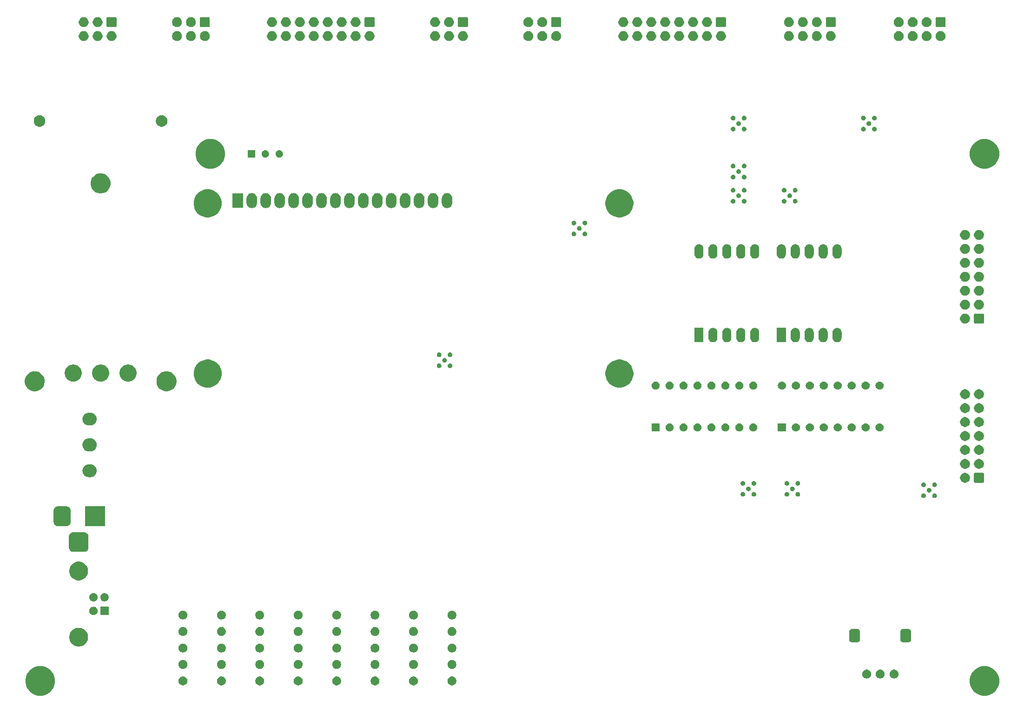
<source format=gbs>
G04 #@! TF.GenerationSoftware,KiCad,Pcbnew,(5.1.6)-1*
G04 #@! TF.CreationDate,2021-05-08T07:02:18+07:00*
G04 #@! TF.ProjectId,digitalSystemBoard,64696769-7461-46c5-9379-7374656d426f,rev?*
G04 #@! TF.SameCoordinates,Original*
G04 #@! TF.FileFunction,Soldermask,Bot*
G04 #@! TF.FilePolarity,Negative*
%FSLAX46Y46*%
G04 Gerber Fmt 4.6, Leading zero omitted, Abs format (unit mm)*
G04 Created by KiCad (PCBNEW (5.1.6)-1) date 2021-05-08 07:02:18*
%MOMM*%
%LPD*%
G01*
G04 APERTURE LIST*
%ADD10C,0.100000*%
G04 APERTURE END LIST*
D10*
G36*
X226787852Y-153402797D02*
G01*
X227279402Y-153606404D01*
X227279403Y-153606405D01*
X227721787Y-153901996D01*
X228098004Y-154278213D01*
X228248106Y-154502857D01*
X228393596Y-154720598D01*
X228597203Y-155212148D01*
X228701000Y-155733973D01*
X228701000Y-156266027D01*
X228597203Y-156787852D01*
X228393596Y-157279402D01*
X228393595Y-157279403D01*
X228098004Y-157721787D01*
X227721787Y-158098004D01*
X227426195Y-158295512D01*
X227279402Y-158393596D01*
X226787852Y-158597203D01*
X226266027Y-158701000D01*
X225733973Y-158701000D01*
X225212148Y-158597203D01*
X224720598Y-158393596D01*
X224573805Y-158295512D01*
X224278213Y-158098004D01*
X223901996Y-157721787D01*
X223606405Y-157279403D01*
X223606404Y-157279402D01*
X223402797Y-156787852D01*
X223299000Y-156266027D01*
X223299000Y-155733973D01*
X223402797Y-155212148D01*
X223606404Y-154720598D01*
X223751894Y-154502857D01*
X223901996Y-154278213D01*
X224278213Y-153901996D01*
X224720597Y-153606405D01*
X224720598Y-153606404D01*
X225212148Y-153402797D01*
X225733973Y-153299000D01*
X226266027Y-153299000D01*
X226787852Y-153402797D01*
G37*
G36*
X54787852Y-153402797D02*
G01*
X55279402Y-153606404D01*
X55279403Y-153606405D01*
X55721787Y-153901996D01*
X56098004Y-154278213D01*
X56248106Y-154502857D01*
X56393596Y-154720598D01*
X56597203Y-155212148D01*
X56701000Y-155733973D01*
X56701000Y-156266027D01*
X56597203Y-156787852D01*
X56393596Y-157279402D01*
X56393595Y-157279403D01*
X56098004Y-157721787D01*
X55721787Y-158098004D01*
X55426195Y-158295512D01*
X55279402Y-158393596D01*
X54787852Y-158597203D01*
X54266027Y-158701000D01*
X53733973Y-158701000D01*
X53212148Y-158597203D01*
X52720598Y-158393596D01*
X52573805Y-158295512D01*
X52278213Y-158098004D01*
X51901996Y-157721787D01*
X51606405Y-157279403D01*
X51606404Y-157279402D01*
X51402797Y-156787852D01*
X51299000Y-156266027D01*
X51299000Y-155733973D01*
X51402797Y-155212148D01*
X51606404Y-154720598D01*
X51751894Y-154502857D01*
X51901996Y-154278213D01*
X52278213Y-153901996D01*
X52720597Y-153606405D01*
X52720598Y-153606404D01*
X53212148Y-153402797D01*
X53733973Y-153299000D01*
X54266027Y-153299000D01*
X54787852Y-153402797D01*
G37*
G36*
X129237142Y-155218242D02*
G01*
X129385101Y-155279529D01*
X129518255Y-155368499D01*
X129631501Y-155481745D01*
X129720471Y-155614899D01*
X129781758Y-155762858D01*
X129813000Y-155919925D01*
X129813000Y-156080075D01*
X129781758Y-156237142D01*
X129720471Y-156385101D01*
X129631501Y-156518255D01*
X129518255Y-156631501D01*
X129385101Y-156720471D01*
X129237142Y-156781758D01*
X129080075Y-156813000D01*
X128919925Y-156813000D01*
X128762858Y-156781758D01*
X128614899Y-156720471D01*
X128481745Y-156631501D01*
X128368499Y-156518255D01*
X128279529Y-156385101D01*
X128218242Y-156237142D01*
X128187000Y-156080075D01*
X128187000Y-155919925D01*
X128218242Y-155762858D01*
X128279529Y-155614899D01*
X128368499Y-155481745D01*
X128481745Y-155368499D01*
X128614899Y-155279529D01*
X128762858Y-155218242D01*
X128919925Y-155187000D01*
X129080075Y-155187000D01*
X129237142Y-155218242D01*
G37*
G36*
X108237142Y-155218242D02*
G01*
X108385101Y-155279529D01*
X108518255Y-155368499D01*
X108631501Y-155481745D01*
X108720471Y-155614899D01*
X108781758Y-155762858D01*
X108813000Y-155919925D01*
X108813000Y-156080075D01*
X108781758Y-156237142D01*
X108720471Y-156385101D01*
X108631501Y-156518255D01*
X108518255Y-156631501D01*
X108385101Y-156720471D01*
X108237142Y-156781758D01*
X108080075Y-156813000D01*
X107919925Y-156813000D01*
X107762858Y-156781758D01*
X107614899Y-156720471D01*
X107481745Y-156631501D01*
X107368499Y-156518255D01*
X107279529Y-156385101D01*
X107218242Y-156237142D01*
X107187000Y-156080075D01*
X107187000Y-155919925D01*
X107218242Y-155762858D01*
X107279529Y-155614899D01*
X107368499Y-155481745D01*
X107481745Y-155368499D01*
X107614899Y-155279529D01*
X107762858Y-155218242D01*
X107919925Y-155187000D01*
X108080075Y-155187000D01*
X108237142Y-155218242D01*
G37*
G36*
X122237142Y-155218242D02*
G01*
X122385101Y-155279529D01*
X122518255Y-155368499D01*
X122631501Y-155481745D01*
X122720471Y-155614899D01*
X122781758Y-155762858D01*
X122813000Y-155919925D01*
X122813000Y-156080075D01*
X122781758Y-156237142D01*
X122720471Y-156385101D01*
X122631501Y-156518255D01*
X122518255Y-156631501D01*
X122385101Y-156720471D01*
X122237142Y-156781758D01*
X122080075Y-156813000D01*
X121919925Y-156813000D01*
X121762858Y-156781758D01*
X121614899Y-156720471D01*
X121481745Y-156631501D01*
X121368499Y-156518255D01*
X121279529Y-156385101D01*
X121218242Y-156237142D01*
X121187000Y-156080075D01*
X121187000Y-155919925D01*
X121218242Y-155762858D01*
X121279529Y-155614899D01*
X121368499Y-155481745D01*
X121481745Y-155368499D01*
X121614899Y-155279529D01*
X121762858Y-155218242D01*
X121919925Y-155187000D01*
X122080075Y-155187000D01*
X122237142Y-155218242D01*
G37*
G36*
X115237142Y-155218242D02*
G01*
X115385101Y-155279529D01*
X115518255Y-155368499D01*
X115631501Y-155481745D01*
X115720471Y-155614899D01*
X115781758Y-155762858D01*
X115813000Y-155919925D01*
X115813000Y-156080075D01*
X115781758Y-156237142D01*
X115720471Y-156385101D01*
X115631501Y-156518255D01*
X115518255Y-156631501D01*
X115385101Y-156720471D01*
X115237142Y-156781758D01*
X115080075Y-156813000D01*
X114919925Y-156813000D01*
X114762858Y-156781758D01*
X114614899Y-156720471D01*
X114481745Y-156631501D01*
X114368499Y-156518255D01*
X114279529Y-156385101D01*
X114218242Y-156237142D01*
X114187000Y-156080075D01*
X114187000Y-155919925D01*
X114218242Y-155762858D01*
X114279529Y-155614899D01*
X114368499Y-155481745D01*
X114481745Y-155368499D01*
X114614899Y-155279529D01*
X114762858Y-155218242D01*
X114919925Y-155187000D01*
X115080075Y-155187000D01*
X115237142Y-155218242D01*
G37*
G36*
X101237142Y-155218242D02*
G01*
X101385101Y-155279529D01*
X101518255Y-155368499D01*
X101631501Y-155481745D01*
X101720471Y-155614899D01*
X101781758Y-155762858D01*
X101813000Y-155919925D01*
X101813000Y-156080075D01*
X101781758Y-156237142D01*
X101720471Y-156385101D01*
X101631501Y-156518255D01*
X101518255Y-156631501D01*
X101385101Y-156720471D01*
X101237142Y-156781758D01*
X101080075Y-156813000D01*
X100919925Y-156813000D01*
X100762858Y-156781758D01*
X100614899Y-156720471D01*
X100481745Y-156631501D01*
X100368499Y-156518255D01*
X100279529Y-156385101D01*
X100218242Y-156237142D01*
X100187000Y-156080075D01*
X100187000Y-155919925D01*
X100218242Y-155762858D01*
X100279529Y-155614899D01*
X100368499Y-155481745D01*
X100481745Y-155368499D01*
X100614899Y-155279529D01*
X100762858Y-155218242D01*
X100919925Y-155187000D01*
X101080075Y-155187000D01*
X101237142Y-155218242D01*
G37*
G36*
X87237142Y-155218242D02*
G01*
X87385101Y-155279529D01*
X87518255Y-155368499D01*
X87631501Y-155481745D01*
X87720471Y-155614899D01*
X87781758Y-155762858D01*
X87813000Y-155919925D01*
X87813000Y-156080075D01*
X87781758Y-156237142D01*
X87720471Y-156385101D01*
X87631501Y-156518255D01*
X87518255Y-156631501D01*
X87385101Y-156720471D01*
X87237142Y-156781758D01*
X87080075Y-156813000D01*
X86919925Y-156813000D01*
X86762858Y-156781758D01*
X86614899Y-156720471D01*
X86481745Y-156631501D01*
X86368499Y-156518255D01*
X86279529Y-156385101D01*
X86218242Y-156237142D01*
X86187000Y-156080075D01*
X86187000Y-155919925D01*
X86218242Y-155762858D01*
X86279529Y-155614899D01*
X86368499Y-155481745D01*
X86481745Y-155368499D01*
X86614899Y-155279529D01*
X86762858Y-155218242D01*
X86919925Y-155187000D01*
X87080075Y-155187000D01*
X87237142Y-155218242D01*
G37*
G36*
X80237142Y-155218242D02*
G01*
X80385101Y-155279529D01*
X80518255Y-155368499D01*
X80631501Y-155481745D01*
X80720471Y-155614899D01*
X80781758Y-155762858D01*
X80813000Y-155919925D01*
X80813000Y-156080075D01*
X80781758Y-156237142D01*
X80720471Y-156385101D01*
X80631501Y-156518255D01*
X80518255Y-156631501D01*
X80385101Y-156720471D01*
X80237142Y-156781758D01*
X80080075Y-156813000D01*
X79919925Y-156813000D01*
X79762858Y-156781758D01*
X79614899Y-156720471D01*
X79481745Y-156631501D01*
X79368499Y-156518255D01*
X79279529Y-156385101D01*
X79218242Y-156237142D01*
X79187000Y-156080075D01*
X79187000Y-155919925D01*
X79218242Y-155762858D01*
X79279529Y-155614899D01*
X79368499Y-155481745D01*
X79481745Y-155368499D01*
X79614899Y-155279529D01*
X79762858Y-155218242D01*
X79919925Y-155187000D01*
X80080075Y-155187000D01*
X80237142Y-155218242D01*
G37*
G36*
X94237142Y-155218242D02*
G01*
X94385101Y-155279529D01*
X94518255Y-155368499D01*
X94631501Y-155481745D01*
X94720471Y-155614899D01*
X94781758Y-155762858D01*
X94813000Y-155919925D01*
X94813000Y-156080075D01*
X94781758Y-156237142D01*
X94720471Y-156385101D01*
X94631501Y-156518255D01*
X94518255Y-156631501D01*
X94385101Y-156720471D01*
X94237142Y-156781758D01*
X94080075Y-156813000D01*
X93919925Y-156813000D01*
X93762858Y-156781758D01*
X93614899Y-156720471D01*
X93481745Y-156631501D01*
X93368499Y-156518255D01*
X93279529Y-156385101D01*
X93218242Y-156237142D01*
X93187000Y-156080075D01*
X93187000Y-155919925D01*
X93218242Y-155762858D01*
X93279529Y-155614899D01*
X93368499Y-155481745D01*
X93481745Y-155368499D01*
X93614899Y-155279529D01*
X93762858Y-155218242D01*
X93919925Y-155187000D01*
X94080075Y-155187000D01*
X94237142Y-155218242D01*
G37*
G36*
X204777142Y-153958242D02*
G01*
X204925101Y-154019529D01*
X205058255Y-154108499D01*
X205171501Y-154221745D01*
X205260471Y-154354899D01*
X205321758Y-154502858D01*
X205353000Y-154659925D01*
X205353000Y-154820075D01*
X205321758Y-154977142D01*
X205260471Y-155125101D01*
X205171501Y-155258255D01*
X205058255Y-155371501D01*
X204925101Y-155460471D01*
X204777142Y-155521758D01*
X204620075Y-155553000D01*
X204459925Y-155553000D01*
X204302858Y-155521758D01*
X204154899Y-155460471D01*
X204021745Y-155371501D01*
X203908499Y-155258255D01*
X203819529Y-155125101D01*
X203758242Y-154977142D01*
X203727000Y-154820075D01*
X203727000Y-154659925D01*
X203758242Y-154502858D01*
X203819529Y-154354899D01*
X203908499Y-154221745D01*
X204021745Y-154108499D01*
X204154899Y-154019529D01*
X204302858Y-153958242D01*
X204459925Y-153927000D01*
X204620075Y-153927000D01*
X204777142Y-153958242D01*
G37*
G36*
X209777142Y-153958242D02*
G01*
X209925101Y-154019529D01*
X210058255Y-154108499D01*
X210171501Y-154221745D01*
X210260471Y-154354899D01*
X210321758Y-154502858D01*
X210353000Y-154659925D01*
X210353000Y-154820075D01*
X210321758Y-154977142D01*
X210260471Y-155125101D01*
X210171501Y-155258255D01*
X210058255Y-155371501D01*
X209925101Y-155460471D01*
X209777142Y-155521758D01*
X209620075Y-155553000D01*
X209459925Y-155553000D01*
X209302858Y-155521758D01*
X209154899Y-155460471D01*
X209021745Y-155371501D01*
X208908499Y-155258255D01*
X208819529Y-155125101D01*
X208758242Y-154977142D01*
X208727000Y-154820075D01*
X208727000Y-154659925D01*
X208758242Y-154502858D01*
X208819529Y-154354899D01*
X208908499Y-154221745D01*
X209021745Y-154108499D01*
X209154899Y-154019529D01*
X209302858Y-153958242D01*
X209459925Y-153927000D01*
X209620075Y-153927000D01*
X209777142Y-153958242D01*
G37*
G36*
X207237142Y-153958242D02*
G01*
X207385101Y-154019529D01*
X207518255Y-154108499D01*
X207631501Y-154221745D01*
X207720471Y-154354899D01*
X207781758Y-154502858D01*
X207813000Y-154659925D01*
X207813000Y-154820075D01*
X207781758Y-154977142D01*
X207720471Y-155125101D01*
X207631501Y-155258255D01*
X207518255Y-155371501D01*
X207385101Y-155460471D01*
X207237142Y-155521758D01*
X207080075Y-155553000D01*
X206919925Y-155553000D01*
X206762858Y-155521758D01*
X206614899Y-155460471D01*
X206481745Y-155371501D01*
X206368499Y-155258255D01*
X206279529Y-155125101D01*
X206218242Y-154977142D01*
X206187000Y-154820075D01*
X206187000Y-154659925D01*
X206218242Y-154502858D01*
X206279529Y-154354899D01*
X206368499Y-154221745D01*
X206481745Y-154108499D01*
X206614899Y-154019529D01*
X206762858Y-153958242D01*
X206919925Y-153927000D01*
X207080075Y-153927000D01*
X207237142Y-153958242D01*
G37*
G36*
X80237142Y-152218242D02*
G01*
X80385101Y-152279529D01*
X80518255Y-152368499D01*
X80631501Y-152481745D01*
X80720471Y-152614899D01*
X80781758Y-152762858D01*
X80813000Y-152919925D01*
X80813000Y-153080075D01*
X80781758Y-153237142D01*
X80720471Y-153385101D01*
X80631501Y-153518255D01*
X80518255Y-153631501D01*
X80385101Y-153720471D01*
X80237142Y-153781758D01*
X80080075Y-153813000D01*
X79919925Y-153813000D01*
X79762858Y-153781758D01*
X79614899Y-153720471D01*
X79481745Y-153631501D01*
X79368499Y-153518255D01*
X79279529Y-153385101D01*
X79218242Y-153237142D01*
X79187000Y-153080075D01*
X79187000Y-152919925D01*
X79218242Y-152762858D01*
X79279529Y-152614899D01*
X79368499Y-152481745D01*
X79481745Y-152368499D01*
X79614899Y-152279529D01*
X79762858Y-152218242D01*
X79919925Y-152187000D01*
X80080075Y-152187000D01*
X80237142Y-152218242D01*
G37*
G36*
X122237142Y-152218242D02*
G01*
X122385101Y-152279529D01*
X122518255Y-152368499D01*
X122631501Y-152481745D01*
X122720471Y-152614899D01*
X122781758Y-152762858D01*
X122813000Y-152919925D01*
X122813000Y-153080075D01*
X122781758Y-153237142D01*
X122720471Y-153385101D01*
X122631501Y-153518255D01*
X122518255Y-153631501D01*
X122385101Y-153720471D01*
X122237142Y-153781758D01*
X122080075Y-153813000D01*
X121919925Y-153813000D01*
X121762858Y-153781758D01*
X121614899Y-153720471D01*
X121481745Y-153631501D01*
X121368499Y-153518255D01*
X121279529Y-153385101D01*
X121218242Y-153237142D01*
X121187000Y-153080075D01*
X121187000Y-152919925D01*
X121218242Y-152762858D01*
X121279529Y-152614899D01*
X121368499Y-152481745D01*
X121481745Y-152368499D01*
X121614899Y-152279529D01*
X121762858Y-152218242D01*
X121919925Y-152187000D01*
X122080075Y-152187000D01*
X122237142Y-152218242D01*
G37*
G36*
X115237142Y-152218242D02*
G01*
X115385101Y-152279529D01*
X115518255Y-152368499D01*
X115631501Y-152481745D01*
X115720471Y-152614899D01*
X115781758Y-152762858D01*
X115813000Y-152919925D01*
X115813000Y-153080075D01*
X115781758Y-153237142D01*
X115720471Y-153385101D01*
X115631501Y-153518255D01*
X115518255Y-153631501D01*
X115385101Y-153720471D01*
X115237142Y-153781758D01*
X115080075Y-153813000D01*
X114919925Y-153813000D01*
X114762858Y-153781758D01*
X114614899Y-153720471D01*
X114481745Y-153631501D01*
X114368499Y-153518255D01*
X114279529Y-153385101D01*
X114218242Y-153237142D01*
X114187000Y-153080075D01*
X114187000Y-152919925D01*
X114218242Y-152762858D01*
X114279529Y-152614899D01*
X114368499Y-152481745D01*
X114481745Y-152368499D01*
X114614899Y-152279529D01*
X114762858Y-152218242D01*
X114919925Y-152187000D01*
X115080075Y-152187000D01*
X115237142Y-152218242D01*
G37*
G36*
X87237142Y-152218242D02*
G01*
X87385101Y-152279529D01*
X87518255Y-152368499D01*
X87631501Y-152481745D01*
X87720471Y-152614899D01*
X87781758Y-152762858D01*
X87813000Y-152919925D01*
X87813000Y-153080075D01*
X87781758Y-153237142D01*
X87720471Y-153385101D01*
X87631501Y-153518255D01*
X87518255Y-153631501D01*
X87385101Y-153720471D01*
X87237142Y-153781758D01*
X87080075Y-153813000D01*
X86919925Y-153813000D01*
X86762858Y-153781758D01*
X86614899Y-153720471D01*
X86481745Y-153631501D01*
X86368499Y-153518255D01*
X86279529Y-153385101D01*
X86218242Y-153237142D01*
X86187000Y-153080075D01*
X86187000Y-152919925D01*
X86218242Y-152762858D01*
X86279529Y-152614899D01*
X86368499Y-152481745D01*
X86481745Y-152368499D01*
X86614899Y-152279529D01*
X86762858Y-152218242D01*
X86919925Y-152187000D01*
X87080075Y-152187000D01*
X87237142Y-152218242D01*
G37*
G36*
X94237142Y-152218242D02*
G01*
X94385101Y-152279529D01*
X94518255Y-152368499D01*
X94631501Y-152481745D01*
X94720471Y-152614899D01*
X94781758Y-152762858D01*
X94813000Y-152919925D01*
X94813000Y-153080075D01*
X94781758Y-153237142D01*
X94720471Y-153385101D01*
X94631501Y-153518255D01*
X94518255Y-153631501D01*
X94385101Y-153720471D01*
X94237142Y-153781758D01*
X94080075Y-153813000D01*
X93919925Y-153813000D01*
X93762858Y-153781758D01*
X93614899Y-153720471D01*
X93481745Y-153631501D01*
X93368499Y-153518255D01*
X93279529Y-153385101D01*
X93218242Y-153237142D01*
X93187000Y-153080075D01*
X93187000Y-152919925D01*
X93218242Y-152762858D01*
X93279529Y-152614899D01*
X93368499Y-152481745D01*
X93481745Y-152368499D01*
X93614899Y-152279529D01*
X93762858Y-152218242D01*
X93919925Y-152187000D01*
X94080075Y-152187000D01*
X94237142Y-152218242D01*
G37*
G36*
X101237142Y-152218242D02*
G01*
X101385101Y-152279529D01*
X101518255Y-152368499D01*
X101631501Y-152481745D01*
X101720471Y-152614899D01*
X101781758Y-152762858D01*
X101813000Y-152919925D01*
X101813000Y-153080075D01*
X101781758Y-153237142D01*
X101720471Y-153385101D01*
X101631501Y-153518255D01*
X101518255Y-153631501D01*
X101385101Y-153720471D01*
X101237142Y-153781758D01*
X101080075Y-153813000D01*
X100919925Y-153813000D01*
X100762858Y-153781758D01*
X100614899Y-153720471D01*
X100481745Y-153631501D01*
X100368499Y-153518255D01*
X100279529Y-153385101D01*
X100218242Y-153237142D01*
X100187000Y-153080075D01*
X100187000Y-152919925D01*
X100218242Y-152762858D01*
X100279529Y-152614899D01*
X100368499Y-152481745D01*
X100481745Y-152368499D01*
X100614899Y-152279529D01*
X100762858Y-152218242D01*
X100919925Y-152187000D01*
X101080075Y-152187000D01*
X101237142Y-152218242D01*
G37*
G36*
X129237142Y-152218242D02*
G01*
X129385101Y-152279529D01*
X129518255Y-152368499D01*
X129631501Y-152481745D01*
X129720471Y-152614899D01*
X129781758Y-152762858D01*
X129813000Y-152919925D01*
X129813000Y-153080075D01*
X129781758Y-153237142D01*
X129720471Y-153385101D01*
X129631501Y-153518255D01*
X129518255Y-153631501D01*
X129385101Y-153720471D01*
X129237142Y-153781758D01*
X129080075Y-153813000D01*
X128919925Y-153813000D01*
X128762858Y-153781758D01*
X128614899Y-153720471D01*
X128481745Y-153631501D01*
X128368499Y-153518255D01*
X128279529Y-153385101D01*
X128218242Y-153237142D01*
X128187000Y-153080075D01*
X128187000Y-152919925D01*
X128218242Y-152762858D01*
X128279529Y-152614899D01*
X128368499Y-152481745D01*
X128481745Y-152368499D01*
X128614899Y-152279529D01*
X128762858Y-152218242D01*
X128919925Y-152187000D01*
X129080075Y-152187000D01*
X129237142Y-152218242D01*
G37*
G36*
X108237142Y-152218242D02*
G01*
X108385101Y-152279529D01*
X108518255Y-152368499D01*
X108631501Y-152481745D01*
X108720471Y-152614899D01*
X108781758Y-152762858D01*
X108813000Y-152919925D01*
X108813000Y-153080075D01*
X108781758Y-153237142D01*
X108720471Y-153385101D01*
X108631501Y-153518255D01*
X108518255Y-153631501D01*
X108385101Y-153720471D01*
X108237142Y-153781758D01*
X108080075Y-153813000D01*
X107919925Y-153813000D01*
X107762858Y-153781758D01*
X107614899Y-153720471D01*
X107481745Y-153631501D01*
X107368499Y-153518255D01*
X107279529Y-153385101D01*
X107218242Y-153237142D01*
X107187000Y-153080075D01*
X107187000Y-152919925D01*
X107218242Y-152762858D01*
X107279529Y-152614899D01*
X107368499Y-152481745D01*
X107481745Y-152368499D01*
X107614899Y-152279529D01*
X107762858Y-152218242D01*
X107919925Y-152187000D01*
X108080075Y-152187000D01*
X108237142Y-152218242D01*
G37*
G36*
X101237142Y-149218242D02*
G01*
X101385101Y-149279529D01*
X101518255Y-149368499D01*
X101631501Y-149481745D01*
X101720471Y-149614899D01*
X101781758Y-149762858D01*
X101813000Y-149919925D01*
X101813000Y-150080075D01*
X101781758Y-150237142D01*
X101720471Y-150385101D01*
X101631501Y-150518255D01*
X101518255Y-150631501D01*
X101385101Y-150720471D01*
X101237142Y-150781758D01*
X101080075Y-150813000D01*
X100919925Y-150813000D01*
X100762858Y-150781758D01*
X100614899Y-150720471D01*
X100481745Y-150631501D01*
X100368499Y-150518255D01*
X100279529Y-150385101D01*
X100218242Y-150237142D01*
X100187000Y-150080075D01*
X100187000Y-149919925D01*
X100218242Y-149762858D01*
X100279529Y-149614899D01*
X100368499Y-149481745D01*
X100481745Y-149368499D01*
X100614899Y-149279529D01*
X100762858Y-149218242D01*
X100919925Y-149187000D01*
X101080075Y-149187000D01*
X101237142Y-149218242D01*
G37*
G36*
X122237142Y-149218242D02*
G01*
X122385101Y-149279529D01*
X122518255Y-149368499D01*
X122631501Y-149481745D01*
X122720471Y-149614899D01*
X122781758Y-149762858D01*
X122813000Y-149919925D01*
X122813000Y-150080075D01*
X122781758Y-150237142D01*
X122720471Y-150385101D01*
X122631501Y-150518255D01*
X122518255Y-150631501D01*
X122385101Y-150720471D01*
X122237142Y-150781758D01*
X122080075Y-150813000D01*
X121919925Y-150813000D01*
X121762858Y-150781758D01*
X121614899Y-150720471D01*
X121481745Y-150631501D01*
X121368499Y-150518255D01*
X121279529Y-150385101D01*
X121218242Y-150237142D01*
X121187000Y-150080075D01*
X121187000Y-149919925D01*
X121218242Y-149762858D01*
X121279529Y-149614899D01*
X121368499Y-149481745D01*
X121481745Y-149368499D01*
X121614899Y-149279529D01*
X121762858Y-149218242D01*
X121919925Y-149187000D01*
X122080075Y-149187000D01*
X122237142Y-149218242D01*
G37*
G36*
X94237142Y-149218242D02*
G01*
X94385101Y-149279529D01*
X94518255Y-149368499D01*
X94631501Y-149481745D01*
X94720471Y-149614899D01*
X94781758Y-149762858D01*
X94813000Y-149919925D01*
X94813000Y-150080075D01*
X94781758Y-150237142D01*
X94720471Y-150385101D01*
X94631501Y-150518255D01*
X94518255Y-150631501D01*
X94385101Y-150720471D01*
X94237142Y-150781758D01*
X94080075Y-150813000D01*
X93919925Y-150813000D01*
X93762858Y-150781758D01*
X93614899Y-150720471D01*
X93481745Y-150631501D01*
X93368499Y-150518255D01*
X93279529Y-150385101D01*
X93218242Y-150237142D01*
X93187000Y-150080075D01*
X93187000Y-149919925D01*
X93218242Y-149762858D01*
X93279529Y-149614899D01*
X93368499Y-149481745D01*
X93481745Y-149368499D01*
X93614899Y-149279529D01*
X93762858Y-149218242D01*
X93919925Y-149187000D01*
X94080075Y-149187000D01*
X94237142Y-149218242D01*
G37*
G36*
X108237142Y-149218242D02*
G01*
X108385101Y-149279529D01*
X108518255Y-149368499D01*
X108631501Y-149481745D01*
X108720471Y-149614899D01*
X108781758Y-149762858D01*
X108813000Y-149919925D01*
X108813000Y-150080075D01*
X108781758Y-150237142D01*
X108720471Y-150385101D01*
X108631501Y-150518255D01*
X108518255Y-150631501D01*
X108385101Y-150720471D01*
X108237142Y-150781758D01*
X108080075Y-150813000D01*
X107919925Y-150813000D01*
X107762858Y-150781758D01*
X107614899Y-150720471D01*
X107481745Y-150631501D01*
X107368499Y-150518255D01*
X107279529Y-150385101D01*
X107218242Y-150237142D01*
X107187000Y-150080075D01*
X107187000Y-149919925D01*
X107218242Y-149762858D01*
X107279529Y-149614899D01*
X107368499Y-149481745D01*
X107481745Y-149368499D01*
X107614899Y-149279529D01*
X107762858Y-149218242D01*
X107919925Y-149187000D01*
X108080075Y-149187000D01*
X108237142Y-149218242D01*
G37*
G36*
X129237142Y-149218242D02*
G01*
X129385101Y-149279529D01*
X129518255Y-149368499D01*
X129631501Y-149481745D01*
X129720471Y-149614899D01*
X129781758Y-149762858D01*
X129813000Y-149919925D01*
X129813000Y-150080075D01*
X129781758Y-150237142D01*
X129720471Y-150385101D01*
X129631501Y-150518255D01*
X129518255Y-150631501D01*
X129385101Y-150720471D01*
X129237142Y-150781758D01*
X129080075Y-150813000D01*
X128919925Y-150813000D01*
X128762858Y-150781758D01*
X128614899Y-150720471D01*
X128481745Y-150631501D01*
X128368499Y-150518255D01*
X128279529Y-150385101D01*
X128218242Y-150237142D01*
X128187000Y-150080075D01*
X128187000Y-149919925D01*
X128218242Y-149762858D01*
X128279529Y-149614899D01*
X128368499Y-149481745D01*
X128481745Y-149368499D01*
X128614899Y-149279529D01*
X128762858Y-149218242D01*
X128919925Y-149187000D01*
X129080075Y-149187000D01*
X129237142Y-149218242D01*
G37*
G36*
X80237142Y-149218242D02*
G01*
X80385101Y-149279529D01*
X80518255Y-149368499D01*
X80631501Y-149481745D01*
X80720471Y-149614899D01*
X80781758Y-149762858D01*
X80813000Y-149919925D01*
X80813000Y-150080075D01*
X80781758Y-150237142D01*
X80720471Y-150385101D01*
X80631501Y-150518255D01*
X80518255Y-150631501D01*
X80385101Y-150720471D01*
X80237142Y-150781758D01*
X80080075Y-150813000D01*
X79919925Y-150813000D01*
X79762858Y-150781758D01*
X79614899Y-150720471D01*
X79481745Y-150631501D01*
X79368499Y-150518255D01*
X79279529Y-150385101D01*
X79218242Y-150237142D01*
X79187000Y-150080075D01*
X79187000Y-149919925D01*
X79218242Y-149762858D01*
X79279529Y-149614899D01*
X79368499Y-149481745D01*
X79481745Y-149368499D01*
X79614899Y-149279529D01*
X79762858Y-149218242D01*
X79919925Y-149187000D01*
X80080075Y-149187000D01*
X80237142Y-149218242D01*
G37*
G36*
X115237142Y-149218242D02*
G01*
X115385101Y-149279529D01*
X115518255Y-149368499D01*
X115631501Y-149481745D01*
X115720471Y-149614899D01*
X115781758Y-149762858D01*
X115813000Y-149919925D01*
X115813000Y-150080075D01*
X115781758Y-150237142D01*
X115720471Y-150385101D01*
X115631501Y-150518255D01*
X115518255Y-150631501D01*
X115385101Y-150720471D01*
X115237142Y-150781758D01*
X115080075Y-150813000D01*
X114919925Y-150813000D01*
X114762858Y-150781758D01*
X114614899Y-150720471D01*
X114481745Y-150631501D01*
X114368499Y-150518255D01*
X114279529Y-150385101D01*
X114218242Y-150237142D01*
X114187000Y-150080075D01*
X114187000Y-149919925D01*
X114218242Y-149762858D01*
X114279529Y-149614899D01*
X114368499Y-149481745D01*
X114481745Y-149368499D01*
X114614899Y-149279529D01*
X114762858Y-149218242D01*
X114919925Y-149187000D01*
X115080075Y-149187000D01*
X115237142Y-149218242D01*
G37*
G36*
X87237142Y-149218242D02*
G01*
X87385101Y-149279529D01*
X87518255Y-149368499D01*
X87631501Y-149481745D01*
X87720471Y-149614899D01*
X87781758Y-149762858D01*
X87813000Y-149919925D01*
X87813000Y-150080075D01*
X87781758Y-150237142D01*
X87720471Y-150385101D01*
X87631501Y-150518255D01*
X87518255Y-150631501D01*
X87385101Y-150720471D01*
X87237142Y-150781758D01*
X87080075Y-150813000D01*
X86919925Y-150813000D01*
X86762858Y-150781758D01*
X86614899Y-150720471D01*
X86481745Y-150631501D01*
X86368499Y-150518255D01*
X86279529Y-150385101D01*
X86218242Y-150237142D01*
X86187000Y-150080075D01*
X86187000Y-149919925D01*
X86218242Y-149762858D01*
X86279529Y-149614899D01*
X86368499Y-149481745D01*
X86481745Y-149368499D01*
X86614899Y-149279529D01*
X86762858Y-149218242D01*
X86919925Y-149187000D01*
X87080075Y-149187000D01*
X87237142Y-149218242D01*
G37*
G36*
X61498496Y-146376675D02*
G01*
X61752156Y-146481745D01*
X61809515Y-146505504D01*
X62089424Y-146692533D01*
X62327467Y-146930576D01*
X62514496Y-147210485D01*
X62514497Y-147210487D01*
X62643325Y-147521504D01*
X62709000Y-147851677D01*
X62709000Y-148188323D01*
X62643325Y-148518496D01*
X62518600Y-148819608D01*
X62514496Y-148829515D01*
X62327467Y-149109424D01*
X62089424Y-149347467D01*
X61809515Y-149534496D01*
X61809514Y-149534497D01*
X61809513Y-149534497D01*
X61498496Y-149663325D01*
X61168323Y-149729000D01*
X60831677Y-149729000D01*
X60501504Y-149663325D01*
X60190487Y-149534497D01*
X60190486Y-149534497D01*
X60190485Y-149534496D01*
X59910576Y-149347467D01*
X59672533Y-149109424D01*
X59485504Y-148829515D01*
X59481400Y-148819608D01*
X59356675Y-148518496D01*
X59291000Y-148188323D01*
X59291000Y-147851677D01*
X59356675Y-147521504D01*
X59485503Y-147210487D01*
X59485504Y-147210485D01*
X59672533Y-146930576D01*
X59910576Y-146692533D01*
X60190485Y-146505504D01*
X60247844Y-146481745D01*
X60501504Y-146376675D01*
X60831677Y-146311000D01*
X61168323Y-146311000D01*
X61498496Y-146376675D01*
G37*
G36*
X212268455Y-146547528D02*
G01*
X212345812Y-146570995D01*
X212417117Y-146609108D01*
X212479608Y-146660392D01*
X212530892Y-146722883D01*
X212569005Y-146794188D01*
X212592472Y-146871545D01*
X212601000Y-146958140D01*
X212601000Y-148521860D01*
X212592472Y-148608455D01*
X212569005Y-148685812D01*
X212530892Y-148757117D01*
X212479608Y-148819608D01*
X212417117Y-148870892D01*
X212345812Y-148909005D01*
X212268455Y-148932472D01*
X212181860Y-148941000D01*
X211118140Y-148941000D01*
X211031545Y-148932472D01*
X210954188Y-148909005D01*
X210882883Y-148870892D01*
X210820392Y-148819608D01*
X210769108Y-148757117D01*
X210730995Y-148685812D01*
X210707528Y-148608455D01*
X210699000Y-148521860D01*
X210699000Y-146958140D01*
X210707528Y-146871545D01*
X210730995Y-146794188D01*
X210769108Y-146722883D01*
X210820392Y-146660392D01*
X210882883Y-146609108D01*
X210954188Y-146570995D01*
X211031545Y-146547528D01*
X211118140Y-146539000D01*
X212181860Y-146539000D01*
X212268455Y-146547528D01*
G37*
G36*
X202968455Y-146547528D02*
G01*
X203045812Y-146570995D01*
X203117117Y-146609108D01*
X203179608Y-146660392D01*
X203230892Y-146722883D01*
X203269005Y-146794188D01*
X203292472Y-146871545D01*
X203301000Y-146958140D01*
X203301000Y-148521860D01*
X203292472Y-148608455D01*
X203269005Y-148685812D01*
X203230892Y-148757117D01*
X203179608Y-148819608D01*
X203117117Y-148870892D01*
X203045812Y-148909005D01*
X202968455Y-148932472D01*
X202881860Y-148941000D01*
X201818140Y-148941000D01*
X201731545Y-148932472D01*
X201654188Y-148909005D01*
X201582883Y-148870892D01*
X201520392Y-148819608D01*
X201469108Y-148757117D01*
X201430995Y-148685812D01*
X201407528Y-148608455D01*
X201399000Y-148521860D01*
X201399000Y-146958140D01*
X201407528Y-146871545D01*
X201430995Y-146794188D01*
X201469108Y-146722883D01*
X201520392Y-146660392D01*
X201582883Y-146609108D01*
X201654188Y-146570995D01*
X201731545Y-146547528D01*
X201818140Y-146539000D01*
X202881860Y-146539000D01*
X202968455Y-146547528D01*
G37*
G36*
X80237142Y-146218242D02*
G01*
X80385101Y-146279529D01*
X80518255Y-146368499D01*
X80631501Y-146481745D01*
X80720471Y-146614899D01*
X80781758Y-146762858D01*
X80813000Y-146919925D01*
X80813000Y-147080075D01*
X80781758Y-147237142D01*
X80720471Y-147385101D01*
X80631501Y-147518255D01*
X80518255Y-147631501D01*
X80385101Y-147720471D01*
X80237142Y-147781758D01*
X80080075Y-147813000D01*
X79919925Y-147813000D01*
X79762858Y-147781758D01*
X79614899Y-147720471D01*
X79481745Y-147631501D01*
X79368499Y-147518255D01*
X79279529Y-147385101D01*
X79218242Y-147237142D01*
X79187000Y-147080075D01*
X79187000Y-146919925D01*
X79218242Y-146762858D01*
X79279529Y-146614899D01*
X79368499Y-146481745D01*
X79481745Y-146368499D01*
X79614899Y-146279529D01*
X79762858Y-146218242D01*
X79919925Y-146187000D01*
X80080075Y-146187000D01*
X80237142Y-146218242D01*
G37*
G36*
X122237142Y-146218242D02*
G01*
X122385101Y-146279529D01*
X122518255Y-146368499D01*
X122631501Y-146481745D01*
X122720471Y-146614899D01*
X122781758Y-146762858D01*
X122813000Y-146919925D01*
X122813000Y-147080075D01*
X122781758Y-147237142D01*
X122720471Y-147385101D01*
X122631501Y-147518255D01*
X122518255Y-147631501D01*
X122385101Y-147720471D01*
X122237142Y-147781758D01*
X122080075Y-147813000D01*
X121919925Y-147813000D01*
X121762858Y-147781758D01*
X121614899Y-147720471D01*
X121481745Y-147631501D01*
X121368499Y-147518255D01*
X121279529Y-147385101D01*
X121218242Y-147237142D01*
X121187000Y-147080075D01*
X121187000Y-146919925D01*
X121218242Y-146762858D01*
X121279529Y-146614899D01*
X121368499Y-146481745D01*
X121481745Y-146368499D01*
X121614899Y-146279529D01*
X121762858Y-146218242D01*
X121919925Y-146187000D01*
X122080075Y-146187000D01*
X122237142Y-146218242D01*
G37*
G36*
X115237142Y-146218242D02*
G01*
X115385101Y-146279529D01*
X115518255Y-146368499D01*
X115631501Y-146481745D01*
X115720471Y-146614899D01*
X115781758Y-146762858D01*
X115813000Y-146919925D01*
X115813000Y-147080075D01*
X115781758Y-147237142D01*
X115720471Y-147385101D01*
X115631501Y-147518255D01*
X115518255Y-147631501D01*
X115385101Y-147720471D01*
X115237142Y-147781758D01*
X115080075Y-147813000D01*
X114919925Y-147813000D01*
X114762858Y-147781758D01*
X114614899Y-147720471D01*
X114481745Y-147631501D01*
X114368499Y-147518255D01*
X114279529Y-147385101D01*
X114218242Y-147237142D01*
X114187000Y-147080075D01*
X114187000Y-146919925D01*
X114218242Y-146762858D01*
X114279529Y-146614899D01*
X114368499Y-146481745D01*
X114481745Y-146368499D01*
X114614899Y-146279529D01*
X114762858Y-146218242D01*
X114919925Y-146187000D01*
X115080075Y-146187000D01*
X115237142Y-146218242D01*
G37*
G36*
X108237142Y-146218242D02*
G01*
X108385101Y-146279529D01*
X108518255Y-146368499D01*
X108631501Y-146481745D01*
X108720471Y-146614899D01*
X108781758Y-146762858D01*
X108813000Y-146919925D01*
X108813000Y-147080075D01*
X108781758Y-147237142D01*
X108720471Y-147385101D01*
X108631501Y-147518255D01*
X108518255Y-147631501D01*
X108385101Y-147720471D01*
X108237142Y-147781758D01*
X108080075Y-147813000D01*
X107919925Y-147813000D01*
X107762858Y-147781758D01*
X107614899Y-147720471D01*
X107481745Y-147631501D01*
X107368499Y-147518255D01*
X107279529Y-147385101D01*
X107218242Y-147237142D01*
X107187000Y-147080075D01*
X107187000Y-146919925D01*
X107218242Y-146762858D01*
X107279529Y-146614899D01*
X107368499Y-146481745D01*
X107481745Y-146368499D01*
X107614899Y-146279529D01*
X107762858Y-146218242D01*
X107919925Y-146187000D01*
X108080075Y-146187000D01*
X108237142Y-146218242D01*
G37*
G36*
X94237142Y-146218242D02*
G01*
X94385101Y-146279529D01*
X94518255Y-146368499D01*
X94631501Y-146481745D01*
X94720471Y-146614899D01*
X94781758Y-146762858D01*
X94813000Y-146919925D01*
X94813000Y-147080075D01*
X94781758Y-147237142D01*
X94720471Y-147385101D01*
X94631501Y-147518255D01*
X94518255Y-147631501D01*
X94385101Y-147720471D01*
X94237142Y-147781758D01*
X94080075Y-147813000D01*
X93919925Y-147813000D01*
X93762858Y-147781758D01*
X93614899Y-147720471D01*
X93481745Y-147631501D01*
X93368499Y-147518255D01*
X93279529Y-147385101D01*
X93218242Y-147237142D01*
X93187000Y-147080075D01*
X93187000Y-146919925D01*
X93218242Y-146762858D01*
X93279529Y-146614899D01*
X93368499Y-146481745D01*
X93481745Y-146368499D01*
X93614899Y-146279529D01*
X93762858Y-146218242D01*
X93919925Y-146187000D01*
X94080075Y-146187000D01*
X94237142Y-146218242D01*
G37*
G36*
X87237142Y-146218242D02*
G01*
X87385101Y-146279529D01*
X87518255Y-146368499D01*
X87631501Y-146481745D01*
X87720471Y-146614899D01*
X87781758Y-146762858D01*
X87813000Y-146919925D01*
X87813000Y-147080075D01*
X87781758Y-147237142D01*
X87720471Y-147385101D01*
X87631501Y-147518255D01*
X87518255Y-147631501D01*
X87385101Y-147720471D01*
X87237142Y-147781758D01*
X87080075Y-147813000D01*
X86919925Y-147813000D01*
X86762858Y-147781758D01*
X86614899Y-147720471D01*
X86481745Y-147631501D01*
X86368499Y-147518255D01*
X86279529Y-147385101D01*
X86218242Y-147237142D01*
X86187000Y-147080075D01*
X86187000Y-146919925D01*
X86218242Y-146762858D01*
X86279529Y-146614899D01*
X86368499Y-146481745D01*
X86481745Y-146368499D01*
X86614899Y-146279529D01*
X86762858Y-146218242D01*
X86919925Y-146187000D01*
X87080075Y-146187000D01*
X87237142Y-146218242D01*
G37*
G36*
X129237142Y-146218242D02*
G01*
X129385101Y-146279529D01*
X129518255Y-146368499D01*
X129631501Y-146481745D01*
X129720471Y-146614899D01*
X129781758Y-146762858D01*
X129813000Y-146919925D01*
X129813000Y-147080075D01*
X129781758Y-147237142D01*
X129720471Y-147385101D01*
X129631501Y-147518255D01*
X129518255Y-147631501D01*
X129385101Y-147720471D01*
X129237142Y-147781758D01*
X129080075Y-147813000D01*
X128919925Y-147813000D01*
X128762858Y-147781758D01*
X128614899Y-147720471D01*
X128481745Y-147631501D01*
X128368499Y-147518255D01*
X128279529Y-147385101D01*
X128218242Y-147237142D01*
X128187000Y-147080075D01*
X128187000Y-146919925D01*
X128218242Y-146762858D01*
X128279529Y-146614899D01*
X128368499Y-146481745D01*
X128481745Y-146368499D01*
X128614899Y-146279529D01*
X128762858Y-146218242D01*
X128919925Y-146187000D01*
X129080075Y-146187000D01*
X129237142Y-146218242D01*
G37*
G36*
X101237142Y-146218242D02*
G01*
X101385101Y-146279529D01*
X101518255Y-146368499D01*
X101631501Y-146481745D01*
X101720471Y-146614899D01*
X101781758Y-146762858D01*
X101813000Y-146919925D01*
X101813000Y-147080075D01*
X101781758Y-147237142D01*
X101720471Y-147385101D01*
X101631501Y-147518255D01*
X101518255Y-147631501D01*
X101385101Y-147720471D01*
X101237142Y-147781758D01*
X101080075Y-147813000D01*
X100919925Y-147813000D01*
X100762858Y-147781758D01*
X100614899Y-147720471D01*
X100481745Y-147631501D01*
X100368499Y-147518255D01*
X100279529Y-147385101D01*
X100218242Y-147237142D01*
X100187000Y-147080075D01*
X100187000Y-146919925D01*
X100218242Y-146762858D01*
X100279529Y-146614899D01*
X100368499Y-146481745D01*
X100481745Y-146368499D01*
X100614899Y-146279529D01*
X100762858Y-146218242D01*
X100919925Y-146187000D01*
X101080075Y-146187000D01*
X101237142Y-146218242D01*
G37*
G36*
X94237142Y-143218242D02*
G01*
X94385101Y-143279529D01*
X94518255Y-143368499D01*
X94631501Y-143481745D01*
X94720471Y-143614899D01*
X94781758Y-143762858D01*
X94813000Y-143919925D01*
X94813000Y-144080075D01*
X94781758Y-144237142D01*
X94720471Y-144385101D01*
X94631501Y-144518255D01*
X94518255Y-144631501D01*
X94385101Y-144720471D01*
X94237142Y-144781758D01*
X94080075Y-144813000D01*
X93919925Y-144813000D01*
X93762858Y-144781758D01*
X93614899Y-144720471D01*
X93481745Y-144631501D01*
X93368499Y-144518255D01*
X93279529Y-144385101D01*
X93218242Y-144237142D01*
X93187000Y-144080075D01*
X93187000Y-143919925D01*
X93218242Y-143762858D01*
X93279529Y-143614899D01*
X93368499Y-143481745D01*
X93481745Y-143368499D01*
X93614899Y-143279529D01*
X93762858Y-143218242D01*
X93919925Y-143187000D01*
X94080075Y-143187000D01*
X94237142Y-143218242D01*
G37*
G36*
X122237142Y-143218242D02*
G01*
X122385101Y-143279529D01*
X122518255Y-143368499D01*
X122631501Y-143481745D01*
X122720471Y-143614899D01*
X122781758Y-143762858D01*
X122813000Y-143919925D01*
X122813000Y-144080075D01*
X122781758Y-144237142D01*
X122720471Y-144385101D01*
X122631501Y-144518255D01*
X122518255Y-144631501D01*
X122385101Y-144720471D01*
X122237142Y-144781758D01*
X122080075Y-144813000D01*
X121919925Y-144813000D01*
X121762858Y-144781758D01*
X121614899Y-144720471D01*
X121481745Y-144631501D01*
X121368499Y-144518255D01*
X121279529Y-144385101D01*
X121218242Y-144237142D01*
X121187000Y-144080075D01*
X121187000Y-143919925D01*
X121218242Y-143762858D01*
X121279529Y-143614899D01*
X121368499Y-143481745D01*
X121481745Y-143368499D01*
X121614899Y-143279529D01*
X121762858Y-143218242D01*
X121919925Y-143187000D01*
X122080075Y-143187000D01*
X122237142Y-143218242D01*
G37*
G36*
X115237142Y-143218242D02*
G01*
X115385101Y-143279529D01*
X115518255Y-143368499D01*
X115631501Y-143481745D01*
X115720471Y-143614899D01*
X115781758Y-143762858D01*
X115813000Y-143919925D01*
X115813000Y-144080075D01*
X115781758Y-144237142D01*
X115720471Y-144385101D01*
X115631501Y-144518255D01*
X115518255Y-144631501D01*
X115385101Y-144720471D01*
X115237142Y-144781758D01*
X115080075Y-144813000D01*
X114919925Y-144813000D01*
X114762858Y-144781758D01*
X114614899Y-144720471D01*
X114481745Y-144631501D01*
X114368499Y-144518255D01*
X114279529Y-144385101D01*
X114218242Y-144237142D01*
X114187000Y-144080075D01*
X114187000Y-143919925D01*
X114218242Y-143762858D01*
X114279529Y-143614899D01*
X114368499Y-143481745D01*
X114481745Y-143368499D01*
X114614899Y-143279529D01*
X114762858Y-143218242D01*
X114919925Y-143187000D01*
X115080075Y-143187000D01*
X115237142Y-143218242D01*
G37*
G36*
X108237142Y-143218242D02*
G01*
X108385101Y-143279529D01*
X108518255Y-143368499D01*
X108631501Y-143481745D01*
X108720471Y-143614899D01*
X108781758Y-143762858D01*
X108813000Y-143919925D01*
X108813000Y-144080075D01*
X108781758Y-144237142D01*
X108720471Y-144385101D01*
X108631501Y-144518255D01*
X108518255Y-144631501D01*
X108385101Y-144720471D01*
X108237142Y-144781758D01*
X108080075Y-144813000D01*
X107919925Y-144813000D01*
X107762858Y-144781758D01*
X107614899Y-144720471D01*
X107481745Y-144631501D01*
X107368499Y-144518255D01*
X107279529Y-144385101D01*
X107218242Y-144237142D01*
X107187000Y-144080075D01*
X107187000Y-143919925D01*
X107218242Y-143762858D01*
X107279529Y-143614899D01*
X107368499Y-143481745D01*
X107481745Y-143368499D01*
X107614899Y-143279529D01*
X107762858Y-143218242D01*
X107919925Y-143187000D01*
X108080075Y-143187000D01*
X108237142Y-143218242D01*
G37*
G36*
X101237142Y-143218242D02*
G01*
X101385101Y-143279529D01*
X101518255Y-143368499D01*
X101631501Y-143481745D01*
X101720471Y-143614899D01*
X101781758Y-143762858D01*
X101813000Y-143919925D01*
X101813000Y-144080075D01*
X101781758Y-144237142D01*
X101720471Y-144385101D01*
X101631501Y-144518255D01*
X101518255Y-144631501D01*
X101385101Y-144720471D01*
X101237142Y-144781758D01*
X101080075Y-144813000D01*
X100919925Y-144813000D01*
X100762858Y-144781758D01*
X100614899Y-144720471D01*
X100481745Y-144631501D01*
X100368499Y-144518255D01*
X100279529Y-144385101D01*
X100218242Y-144237142D01*
X100187000Y-144080075D01*
X100187000Y-143919925D01*
X100218242Y-143762858D01*
X100279529Y-143614899D01*
X100368499Y-143481745D01*
X100481745Y-143368499D01*
X100614899Y-143279529D01*
X100762858Y-143218242D01*
X100919925Y-143187000D01*
X101080075Y-143187000D01*
X101237142Y-143218242D01*
G37*
G36*
X80237142Y-143218242D02*
G01*
X80385101Y-143279529D01*
X80518255Y-143368499D01*
X80631501Y-143481745D01*
X80720471Y-143614899D01*
X80781758Y-143762858D01*
X80813000Y-143919925D01*
X80813000Y-144080075D01*
X80781758Y-144237142D01*
X80720471Y-144385101D01*
X80631501Y-144518255D01*
X80518255Y-144631501D01*
X80385101Y-144720471D01*
X80237142Y-144781758D01*
X80080075Y-144813000D01*
X79919925Y-144813000D01*
X79762858Y-144781758D01*
X79614899Y-144720471D01*
X79481745Y-144631501D01*
X79368499Y-144518255D01*
X79279529Y-144385101D01*
X79218242Y-144237142D01*
X79187000Y-144080075D01*
X79187000Y-143919925D01*
X79218242Y-143762858D01*
X79279529Y-143614899D01*
X79368499Y-143481745D01*
X79481745Y-143368499D01*
X79614899Y-143279529D01*
X79762858Y-143218242D01*
X79919925Y-143187000D01*
X80080075Y-143187000D01*
X80237142Y-143218242D01*
G37*
G36*
X87237142Y-143218242D02*
G01*
X87385101Y-143279529D01*
X87518255Y-143368499D01*
X87631501Y-143481745D01*
X87720471Y-143614899D01*
X87781758Y-143762858D01*
X87813000Y-143919925D01*
X87813000Y-144080075D01*
X87781758Y-144237142D01*
X87720471Y-144385101D01*
X87631501Y-144518255D01*
X87518255Y-144631501D01*
X87385101Y-144720471D01*
X87237142Y-144781758D01*
X87080075Y-144813000D01*
X86919925Y-144813000D01*
X86762858Y-144781758D01*
X86614899Y-144720471D01*
X86481745Y-144631501D01*
X86368499Y-144518255D01*
X86279529Y-144385101D01*
X86218242Y-144237142D01*
X86187000Y-144080075D01*
X86187000Y-143919925D01*
X86218242Y-143762858D01*
X86279529Y-143614899D01*
X86368499Y-143481745D01*
X86481745Y-143368499D01*
X86614899Y-143279529D01*
X86762858Y-143218242D01*
X86919925Y-143187000D01*
X87080075Y-143187000D01*
X87237142Y-143218242D01*
G37*
G36*
X129237142Y-143218242D02*
G01*
X129385101Y-143279529D01*
X129518255Y-143368499D01*
X129631501Y-143481745D01*
X129720471Y-143614899D01*
X129781758Y-143762858D01*
X129813000Y-143919925D01*
X129813000Y-144080075D01*
X129781758Y-144237142D01*
X129720471Y-144385101D01*
X129631501Y-144518255D01*
X129518255Y-144631501D01*
X129385101Y-144720471D01*
X129237142Y-144781758D01*
X129080075Y-144813000D01*
X128919925Y-144813000D01*
X128762858Y-144781758D01*
X128614899Y-144720471D01*
X128481745Y-144631501D01*
X128368499Y-144518255D01*
X128279529Y-144385101D01*
X128218242Y-144237142D01*
X128187000Y-144080075D01*
X128187000Y-143919925D01*
X128218242Y-143762858D01*
X128279529Y-143614899D01*
X128368499Y-143481745D01*
X128481745Y-143368499D01*
X128614899Y-143279529D01*
X128762858Y-143218242D01*
X128919925Y-143187000D01*
X129080075Y-143187000D01*
X129237142Y-143218242D01*
G37*
G36*
X66455000Y-144005000D02*
G01*
X64945000Y-144005000D01*
X64945000Y-142495000D01*
X66455000Y-142495000D01*
X66455000Y-144005000D01*
G37*
G36*
X63847293Y-142509507D02*
G01*
X63920225Y-142524014D01*
X63977138Y-142547588D01*
X64057626Y-142580927D01*
X64181284Y-142663553D01*
X64286447Y-142768716D01*
X64369073Y-142892374D01*
X64425986Y-143029776D01*
X64455000Y-143175638D01*
X64455000Y-143324362D01*
X64425986Y-143470224D01*
X64369073Y-143607626D01*
X64286447Y-143731284D01*
X64181284Y-143836447D01*
X64057626Y-143919073D01*
X63977138Y-143952412D01*
X63920225Y-143975986D01*
X63847293Y-143990493D01*
X63774362Y-144005000D01*
X63625638Y-144005000D01*
X63552707Y-143990493D01*
X63479775Y-143975986D01*
X63422862Y-143952412D01*
X63342374Y-143919073D01*
X63218716Y-143836447D01*
X63113553Y-143731284D01*
X63030927Y-143607626D01*
X62974014Y-143470224D01*
X62945000Y-143324362D01*
X62945000Y-143175638D01*
X62974014Y-143029776D01*
X63030927Y-142892374D01*
X63113553Y-142768716D01*
X63218716Y-142663553D01*
X63342374Y-142580927D01*
X63422862Y-142547588D01*
X63479775Y-142524014D01*
X63552707Y-142509507D01*
X63625638Y-142495000D01*
X63774362Y-142495000D01*
X63847293Y-142509507D01*
G37*
G36*
X65847293Y-140009507D02*
G01*
X65920225Y-140024014D01*
X65977138Y-140047588D01*
X66057626Y-140080927D01*
X66181284Y-140163553D01*
X66286447Y-140268716D01*
X66369073Y-140392374D01*
X66425986Y-140529776D01*
X66455000Y-140675638D01*
X66455000Y-140824362D01*
X66425986Y-140970224D01*
X66369073Y-141107626D01*
X66286447Y-141231284D01*
X66181284Y-141336447D01*
X66057626Y-141419073D01*
X65977138Y-141452412D01*
X65920225Y-141475986D01*
X65847293Y-141490493D01*
X65774362Y-141505000D01*
X65625638Y-141505000D01*
X65552707Y-141490493D01*
X65479775Y-141475986D01*
X65422862Y-141452412D01*
X65342374Y-141419073D01*
X65218716Y-141336447D01*
X65113553Y-141231284D01*
X65030927Y-141107626D01*
X64974014Y-140970224D01*
X64945000Y-140824362D01*
X64945000Y-140675638D01*
X64974014Y-140529776D01*
X65030927Y-140392374D01*
X65113553Y-140268716D01*
X65218716Y-140163553D01*
X65342374Y-140080927D01*
X65422862Y-140047588D01*
X65479775Y-140024014D01*
X65552707Y-140009507D01*
X65625638Y-139995000D01*
X65774362Y-139995000D01*
X65847293Y-140009507D01*
G37*
G36*
X63847293Y-140009507D02*
G01*
X63920225Y-140024014D01*
X63977138Y-140047588D01*
X64057626Y-140080927D01*
X64181284Y-140163553D01*
X64286447Y-140268716D01*
X64369073Y-140392374D01*
X64425986Y-140529776D01*
X64455000Y-140675638D01*
X64455000Y-140824362D01*
X64425986Y-140970224D01*
X64369073Y-141107626D01*
X64286447Y-141231284D01*
X64181284Y-141336447D01*
X64057626Y-141419073D01*
X63977138Y-141452412D01*
X63920225Y-141475986D01*
X63847293Y-141490493D01*
X63774362Y-141505000D01*
X63625638Y-141505000D01*
X63552707Y-141490493D01*
X63479775Y-141475986D01*
X63422862Y-141452412D01*
X63342374Y-141419073D01*
X63218716Y-141336447D01*
X63113553Y-141231284D01*
X63030927Y-141107626D01*
X62974014Y-140970224D01*
X62945000Y-140824362D01*
X62945000Y-140675638D01*
X62974014Y-140529776D01*
X63030927Y-140392374D01*
X63113553Y-140268716D01*
X63218716Y-140163553D01*
X63342374Y-140080927D01*
X63422862Y-140047588D01*
X63479775Y-140024014D01*
X63552707Y-140009507D01*
X63625638Y-139995000D01*
X63774362Y-139995000D01*
X63847293Y-140009507D01*
G37*
G36*
X61498496Y-134336675D02*
G01*
X61809513Y-134465503D01*
X61809515Y-134465504D01*
X62089424Y-134652533D01*
X62327467Y-134890576D01*
X62514496Y-135170485D01*
X62514497Y-135170487D01*
X62643325Y-135481504D01*
X62709000Y-135811677D01*
X62709000Y-136148323D01*
X62643325Y-136478496D01*
X62514497Y-136789513D01*
X62514496Y-136789515D01*
X62327467Y-137069424D01*
X62089424Y-137307467D01*
X61809515Y-137494496D01*
X61809514Y-137494497D01*
X61809513Y-137494497D01*
X61498496Y-137623325D01*
X61168323Y-137689000D01*
X60831677Y-137689000D01*
X60501504Y-137623325D01*
X60190487Y-137494497D01*
X60190486Y-137494497D01*
X60190485Y-137494496D01*
X59910576Y-137307467D01*
X59672533Y-137069424D01*
X59485504Y-136789515D01*
X59485503Y-136789513D01*
X59356675Y-136478496D01*
X59291000Y-136148323D01*
X59291000Y-135811677D01*
X59356675Y-135481504D01*
X59485503Y-135170487D01*
X59485504Y-135170485D01*
X59672533Y-134890576D01*
X59910576Y-134652533D01*
X60190485Y-134465504D01*
X60190487Y-134465503D01*
X60501504Y-134336675D01*
X60831677Y-134271000D01*
X61168323Y-134271000D01*
X61498496Y-134336675D01*
G37*
G36*
X62126366Y-128915695D02*
G01*
X62283460Y-128963349D01*
X62428231Y-129040731D01*
X62555128Y-129144872D01*
X62659269Y-129271769D01*
X62736651Y-129416540D01*
X62784305Y-129573634D01*
X62801000Y-129743140D01*
X62801000Y-131656860D01*
X62784305Y-131826366D01*
X62736651Y-131983460D01*
X62659269Y-132128231D01*
X62555128Y-132255128D01*
X62428231Y-132359269D01*
X62283460Y-132436651D01*
X62126366Y-132484305D01*
X61956860Y-132501000D01*
X60043140Y-132501000D01*
X59873634Y-132484305D01*
X59716540Y-132436651D01*
X59571769Y-132359269D01*
X59444872Y-132255128D01*
X59340731Y-132128231D01*
X59263349Y-131983460D01*
X59215695Y-131826366D01*
X59199000Y-131656860D01*
X59199000Y-129743140D01*
X59215695Y-129573634D01*
X59263349Y-129416540D01*
X59340731Y-129271769D01*
X59444872Y-129144872D01*
X59571769Y-129040731D01*
X59716540Y-128963349D01*
X59873634Y-128915695D01*
X60043140Y-128899000D01*
X61956860Y-128899000D01*
X62126366Y-128915695D01*
G37*
G36*
X65801000Y-127801000D02*
G01*
X62199000Y-127801000D01*
X62199000Y-124199000D01*
X65801000Y-124199000D01*
X65801000Y-127801000D01*
G37*
G36*
X58976979Y-124213293D02*
G01*
X59110625Y-124253834D01*
X59233784Y-124319664D01*
X59341740Y-124408260D01*
X59430336Y-124516216D01*
X59496166Y-124639375D01*
X59536707Y-124773021D01*
X59551000Y-124918140D01*
X59551000Y-127081860D01*
X59536707Y-127226979D01*
X59496166Y-127360625D01*
X59430336Y-127483784D01*
X59341740Y-127591740D01*
X59233784Y-127680336D01*
X59110625Y-127746166D01*
X58976979Y-127786707D01*
X58831860Y-127801000D01*
X57168140Y-127801000D01*
X57023021Y-127786707D01*
X56889375Y-127746166D01*
X56766216Y-127680336D01*
X56658260Y-127591740D01*
X56569664Y-127483784D01*
X56503834Y-127360625D01*
X56463293Y-127226979D01*
X56449000Y-127081860D01*
X56449000Y-124918140D01*
X56463293Y-124773021D01*
X56503834Y-124639375D01*
X56569664Y-124516216D01*
X56658260Y-124408260D01*
X56766216Y-124319664D01*
X56889375Y-124253834D01*
X57023021Y-124213293D01*
X57168140Y-124199000D01*
X58831860Y-124199000D01*
X58976979Y-124213293D01*
G37*
G36*
X217034260Y-121840371D02*
G01*
X217068071Y-121854376D01*
X217111784Y-121872482D01*
X217111787Y-121872484D01*
X217181559Y-121919104D01*
X217240896Y-121978441D01*
X217240897Y-121978443D01*
X217287518Y-122048216D01*
X217305624Y-122091929D01*
X217319629Y-122125740D01*
X217336000Y-122208043D01*
X217336000Y-122291957D01*
X217319629Y-122374260D01*
X217318280Y-122377516D01*
X217287518Y-122451784D01*
X217287516Y-122451787D01*
X217240896Y-122521559D01*
X217181559Y-122580896D01*
X217111787Y-122627516D01*
X217111784Y-122627518D01*
X217068071Y-122645624D01*
X217034260Y-122659629D01*
X216951957Y-122676000D01*
X216868043Y-122676000D01*
X216785740Y-122659629D01*
X216751929Y-122645624D01*
X216708216Y-122627518D01*
X216708213Y-122627516D01*
X216638441Y-122580896D01*
X216579104Y-122521559D01*
X216532484Y-122451787D01*
X216532482Y-122451784D01*
X216501720Y-122377516D01*
X216500371Y-122374260D01*
X216484000Y-122291957D01*
X216484000Y-122208043D01*
X216500371Y-122125740D01*
X216514376Y-122091929D01*
X216532482Y-122048216D01*
X216579103Y-121978443D01*
X216579104Y-121978441D01*
X216638441Y-121919104D01*
X216708213Y-121872484D01*
X216708216Y-121872482D01*
X216751929Y-121854376D01*
X216785740Y-121840371D01*
X216868043Y-121824000D01*
X216951957Y-121824000D01*
X217034260Y-121840371D01*
G37*
G36*
X215034260Y-121840371D02*
G01*
X215068071Y-121854376D01*
X215111784Y-121872482D01*
X215111787Y-121872484D01*
X215181559Y-121919104D01*
X215240896Y-121978441D01*
X215240897Y-121978443D01*
X215287518Y-122048216D01*
X215305624Y-122091929D01*
X215319629Y-122125740D01*
X215336000Y-122208043D01*
X215336000Y-122291957D01*
X215319629Y-122374260D01*
X215318280Y-122377516D01*
X215287518Y-122451784D01*
X215287516Y-122451787D01*
X215240896Y-122521559D01*
X215181559Y-122580896D01*
X215111787Y-122627516D01*
X215111784Y-122627518D01*
X215068071Y-122645624D01*
X215034260Y-122659629D01*
X214951957Y-122676000D01*
X214868043Y-122676000D01*
X214785740Y-122659629D01*
X214751929Y-122645624D01*
X214708216Y-122627518D01*
X214708213Y-122627516D01*
X214638441Y-122580896D01*
X214579104Y-122521559D01*
X214532484Y-122451787D01*
X214532482Y-122451784D01*
X214501720Y-122377516D01*
X214500371Y-122374260D01*
X214484000Y-122291957D01*
X214484000Y-122208043D01*
X214500371Y-122125740D01*
X214514376Y-122091929D01*
X214532482Y-122048216D01*
X214579103Y-121978443D01*
X214579104Y-121978441D01*
X214638441Y-121919104D01*
X214708213Y-121872484D01*
X214708216Y-121872482D01*
X214751929Y-121854376D01*
X214785740Y-121840371D01*
X214868043Y-121824000D01*
X214951957Y-121824000D01*
X215034260Y-121840371D01*
G37*
G36*
X192124260Y-121590371D02*
G01*
X192158071Y-121604376D01*
X192201784Y-121622482D01*
X192201787Y-121622484D01*
X192271559Y-121669104D01*
X192330896Y-121728441D01*
X192330897Y-121728443D01*
X192377518Y-121798216D01*
X192394979Y-121840371D01*
X192409629Y-121875740D01*
X192426000Y-121958043D01*
X192426000Y-122041957D01*
X192409629Y-122124260D01*
X192395624Y-122158071D01*
X192377518Y-122201784D01*
X192377516Y-122201787D01*
X192330896Y-122271559D01*
X192271559Y-122330896D01*
X192206660Y-122374260D01*
X192201784Y-122377518D01*
X192158071Y-122395624D01*
X192124260Y-122409629D01*
X192041957Y-122426000D01*
X191958043Y-122426000D01*
X191875740Y-122409629D01*
X191841929Y-122395624D01*
X191798216Y-122377518D01*
X191793340Y-122374260D01*
X191728441Y-122330896D01*
X191669104Y-122271559D01*
X191622484Y-122201787D01*
X191622482Y-122201784D01*
X191604376Y-122158071D01*
X191590371Y-122124260D01*
X191574000Y-122041957D01*
X191574000Y-121958043D01*
X191590371Y-121875740D01*
X191605021Y-121840371D01*
X191622482Y-121798216D01*
X191669103Y-121728443D01*
X191669104Y-121728441D01*
X191728441Y-121669104D01*
X191798213Y-121622484D01*
X191798216Y-121622482D01*
X191841929Y-121604376D01*
X191875740Y-121590371D01*
X191958043Y-121574000D01*
X192041957Y-121574000D01*
X192124260Y-121590371D01*
G37*
G36*
X182124260Y-121590371D02*
G01*
X182158071Y-121604376D01*
X182201784Y-121622482D01*
X182201787Y-121622484D01*
X182271559Y-121669104D01*
X182330896Y-121728441D01*
X182330897Y-121728443D01*
X182377518Y-121798216D01*
X182394979Y-121840371D01*
X182409629Y-121875740D01*
X182426000Y-121958043D01*
X182426000Y-122041957D01*
X182409629Y-122124260D01*
X182395624Y-122158071D01*
X182377518Y-122201784D01*
X182377516Y-122201787D01*
X182330896Y-122271559D01*
X182271559Y-122330896D01*
X182206660Y-122374260D01*
X182201784Y-122377518D01*
X182158071Y-122395624D01*
X182124260Y-122409629D01*
X182041957Y-122426000D01*
X181958043Y-122426000D01*
X181875740Y-122409629D01*
X181841929Y-122395624D01*
X181798216Y-122377518D01*
X181793340Y-122374260D01*
X181728441Y-122330896D01*
X181669104Y-122271559D01*
X181622484Y-122201787D01*
X181622482Y-122201784D01*
X181604376Y-122158071D01*
X181590371Y-122124260D01*
X181574000Y-122041957D01*
X181574000Y-121958043D01*
X181590371Y-121875740D01*
X181605021Y-121840371D01*
X181622482Y-121798216D01*
X181669103Y-121728443D01*
X181669104Y-121728441D01*
X181728441Y-121669104D01*
X181798213Y-121622484D01*
X181798216Y-121622482D01*
X181841929Y-121604376D01*
X181875740Y-121590371D01*
X181958043Y-121574000D01*
X182041957Y-121574000D01*
X182124260Y-121590371D01*
G37*
G36*
X190124260Y-121590371D02*
G01*
X190158071Y-121604376D01*
X190201784Y-121622482D01*
X190201787Y-121622484D01*
X190271559Y-121669104D01*
X190330896Y-121728441D01*
X190330897Y-121728443D01*
X190377518Y-121798216D01*
X190394979Y-121840371D01*
X190409629Y-121875740D01*
X190426000Y-121958043D01*
X190426000Y-122041957D01*
X190409629Y-122124260D01*
X190395624Y-122158071D01*
X190377518Y-122201784D01*
X190377516Y-122201787D01*
X190330896Y-122271559D01*
X190271559Y-122330896D01*
X190206660Y-122374260D01*
X190201784Y-122377518D01*
X190158071Y-122395624D01*
X190124260Y-122409629D01*
X190041957Y-122426000D01*
X189958043Y-122426000D01*
X189875740Y-122409629D01*
X189841929Y-122395624D01*
X189798216Y-122377518D01*
X189793340Y-122374260D01*
X189728441Y-122330896D01*
X189669104Y-122271559D01*
X189622484Y-122201787D01*
X189622482Y-122201784D01*
X189604376Y-122158071D01*
X189590371Y-122124260D01*
X189574000Y-122041957D01*
X189574000Y-121958043D01*
X189590371Y-121875740D01*
X189605021Y-121840371D01*
X189622482Y-121798216D01*
X189669103Y-121728443D01*
X189669104Y-121728441D01*
X189728441Y-121669104D01*
X189798213Y-121622484D01*
X189798216Y-121622482D01*
X189841929Y-121604376D01*
X189875740Y-121590371D01*
X189958043Y-121574000D01*
X190041957Y-121574000D01*
X190124260Y-121590371D01*
G37*
G36*
X184124260Y-121590371D02*
G01*
X184158071Y-121604376D01*
X184201784Y-121622482D01*
X184201787Y-121622484D01*
X184271559Y-121669104D01*
X184330896Y-121728441D01*
X184330897Y-121728443D01*
X184377518Y-121798216D01*
X184394979Y-121840371D01*
X184409629Y-121875740D01*
X184426000Y-121958043D01*
X184426000Y-122041957D01*
X184409629Y-122124260D01*
X184395624Y-122158071D01*
X184377518Y-122201784D01*
X184377516Y-122201787D01*
X184330896Y-122271559D01*
X184271559Y-122330896D01*
X184206660Y-122374260D01*
X184201784Y-122377518D01*
X184158071Y-122395624D01*
X184124260Y-122409629D01*
X184041957Y-122426000D01*
X183958043Y-122426000D01*
X183875740Y-122409629D01*
X183841929Y-122395624D01*
X183798216Y-122377518D01*
X183793340Y-122374260D01*
X183728441Y-122330896D01*
X183669104Y-122271559D01*
X183622484Y-122201787D01*
X183622482Y-122201784D01*
X183604376Y-122158071D01*
X183590371Y-122124260D01*
X183574000Y-122041957D01*
X183574000Y-121958043D01*
X183590371Y-121875740D01*
X183605021Y-121840371D01*
X183622482Y-121798216D01*
X183669103Y-121728443D01*
X183669104Y-121728441D01*
X183728441Y-121669104D01*
X183798213Y-121622484D01*
X183798216Y-121622482D01*
X183841929Y-121604376D01*
X183875740Y-121590371D01*
X183958043Y-121574000D01*
X184041957Y-121574000D01*
X184124260Y-121590371D01*
G37*
G36*
X216034260Y-120840371D02*
G01*
X216068071Y-120854376D01*
X216111784Y-120872482D01*
X216111787Y-120872484D01*
X216181559Y-120919104D01*
X216240896Y-120978441D01*
X216240897Y-120978443D01*
X216287518Y-121048216D01*
X216305624Y-121091929D01*
X216319629Y-121125740D01*
X216336000Y-121208043D01*
X216336000Y-121291957D01*
X216319629Y-121374260D01*
X216318280Y-121377516D01*
X216287518Y-121451784D01*
X216287516Y-121451787D01*
X216240896Y-121521559D01*
X216181559Y-121580896D01*
X216167377Y-121590372D01*
X216111784Y-121627518D01*
X216068071Y-121645624D01*
X216034260Y-121659629D01*
X215951957Y-121676000D01*
X215868043Y-121676000D01*
X215785740Y-121659629D01*
X215751929Y-121645624D01*
X215708216Y-121627518D01*
X215652623Y-121590372D01*
X215638441Y-121580896D01*
X215579104Y-121521559D01*
X215532484Y-121451787D01*
X215532482Y-121451784D01*
X215501720Y-121377516D01*
X215500371Y-121374260D01*
X215484000Y-121291957D01*
X215484000Y-121208043D01*
X215500371Y-121125740D01*
X215514376Y-121091929D01*
X215532482Y-121048216D01*
X215579103Y-120978443D01*
X215579104Y-120978441D01*
X215638441Y-120919104D01*
X215708213Y-120872484D01*
X215708216Y-120872482D01*
X215751929Y-120854376D01*
X215785740Y-120840371D01*
X215868043Y-120824000D01*
X215951957Y-120824000D01*
X216034260Y-120840371D01*
G37*
G36*
X191124260Y-120590371D02*
G01*
X191158071Y-120604376D01*
X191201784Y-120622482D01*
X191201787Y-120622484D01*
X191271559Y-120669104D01*
X191330896Y-120728441D01*
X191330897Y-120728443D01*
X191377518Y-120798216D01*
X191394979Y-120840371D01*
X191409629Y-120875740D01*
X191426000Y-120958043D01*
X191426000Y-121041957D01*
X191409629Y-121124260D01*
X191395624Y-121158071D01*
X191377518Y-121201784D01*
X191377516Y-121201787D01*
X191330896Y-121271559D01*
X191271559Y-121330896D01*
X191206660Y-121374260D01*
X191201784Y-121377518D01*
X191158071Y-121395624D01*
X191124260Y-121409629D01*
X191041957Y-121426000D01*
X190958043Y-121426000D01*
X190875740Y-121409629D01*
X190841929Y-121395624D01*
X190798216Y-121377518D01*
X190793340Y-121374260D01*
X190728441Y-121330896D01*
X190669104Y-121271559D01*
X190622484Y-121201787D01*
X190622482Y-121201784D01*
X190604376Y-121158071D01*
X190590371Y-121124260D01*
X190574000Y-121041957D01*
X190574000Y-120958043D01*
X190590371Y-120875740D01*
X190605021Y-120840371D01*
X190622482Y-120798216D01*
X190669103Y-120728443D01*
X190669104Y-120728441D01*
X190728441Y-120669104D01*
X190798213Y-120622484D01*
X190798216Y-120622482D01*
X190841929Y-120604376D01*
X190875740Y-120590371D01*
X190958043Y-120574000D01*
X191041957Y-120574000D01*
X191124260Y-120590371D01*
G37*
G36*
X183124260Y-120590371D02*
G01*
X183158071Y-120604376D01*
X183201784Y-120622482D01*
X183201787Y-120622484D01*
X183271559Y-120669104D01*
X183330896Y-120728441D01*
X183330897Y-120728443D01*
X183377518Y-120798216D01*
X183394979Y-120840371D01*
X183409629Y-120875740D01*
X183426000Y-120958043D01*
X183426000Y-121041957D01*
X183409629Y-121124260D01*
X183395624Y-121158071D01*
X183377518Y-121201784D01*
X183377516Y-121201787D01*
X183330896Y-121271559D01*
X183271559Y-121330896D01*
X183206660Y-121374260D01*
X183201784Y-121377518D01*
X183158071Y-121395624D01*
X183124260Y-121409629D01*
X183041957Y-121426000D01*
X182958043Y-121426000D01*
X182875740Y-121409629D01*
X182841929Y-121395624D01*
X182798216Y-121377518D01*
X182793340Y-121374260D01*
X182728441Y-121330896D01*
X182669104Y-121271559D01*
X182622484Y-121201787D01*
X182622482Y-121201784D01*
X182604376Y-121158071D01*
X182590371Y-121124260D01*
X182574000Y-121041957D01*
X182574000Y-120958043D01*
X182590371Y-120875740D01*
X182605021Y-120840371D01*
X182622482Y-120798216D01*
X182669103Y-120728443D01*
X182669104Y-120728441D01*
X182728441Y-120669104D01*
X182798213Y-120622484D01*
X182798216Y-120622482D01*
X182841929Y-120604376D01*
X182875740Y-120590371D01*
X182958043Y-120574000D01*
X183041957Y-120574000D01*
X183124260Y-120590371D01*
G37*
G36*
X217034260Y-119840371D02*
G01*
X217068071Y-119854376D01*
X217111784Y-119872482D01*
X217111787Y-119872484D01*
X217181559Y-119919104D01*
X217240896Y-119978441D01*
X217240897Y-119978443D01*
X217287518Y-120048216D01*
X217305624Y-120091929D01*
X217319629Y-120125740D01*
X217336000Y-120208043D01*
X217336000Y-120291957D01*
X217319629Y-120374260D01*
X217318280Y-120377516D01*
X217287518Y-120451784D01*
X217287516Y-120451787D01*
X217240896Y-120521559D01*
X217181559Y-120580896D01*
X217167377Y-120590372D01*
X217111784Y-120627518D01*
X217068071Y-120645624D01*
X217034260Y-120659629D01*
X216951957Y-120676000D01*
X216868043Y-120676000D01*
X216785740Y-120659629D01*
X216751929Y-120645624D01*
X216708216Y-120627518D01*
X216652623Y-120590372D01*
X216638441Y-120580896D01*
X216579104Y-120521559D01*
X216532484Y-120451787D01*
X216532482Y-120451784D01*
X216501720Y-120377516D01*
X216500371Y-120374260D01*
X216484000Y-120291957D01*
X216484000Y-120208043D01*
X216500371Y-120125740D01*
X216514376Y-120091929D01*
X216532482Y-120048216D01*
X216579103Y-119978443D01*
X216579104Y-119978441D01*
X216638441Y-119919104D01*
X216708213Y-119872484D01*
X216708216Y-119872482D01*
X216751929Y-119854376D01*
X216785740Y-119840371D01*
X216868043Y-119824000D01*
X216951957Y-119824000D01*
X217034260Y-119840371D01*
G37*
G36*
X215034260Y-119840371D02*
G01*
X215068071Y-119854376D01*
X215111784Y-119872482D01*
X215111787Y-119872484D01*
X215181559Y-119919104D01*
X215240896Y-119978441D01*
X215240897Y-119978443D01*
X215287518Y-120048216D01*
X215305624Y-120091929D01*
X215319629Y-120125740D01*
X215336000Y-120208043D01*
X215336000Y-120291957D01*
X215319629Y-120374260D01*
X215318280Y-120377516D01*
X215287518Y-120451784D01*
X215287516Y-120451787D01*
X215240896Y-120521559D01*
X215181559Y-120580896D01*
X215167377Y-120590372D01*
X215111784Y-120627518D01*
X215068071Y-120645624D01*
X215034260Y-120659629D01*
X214951957Y-120676000D01*
X214868043Y-120676000D01*
X214785740Y-120659629D01*
X214751929Y-120645624D01*
X214708216Y-120627518D01*
X214652623Y-120590372D01*
X214638441Y-120580896D01*
X214579104Y-120521559D01*
X214532484Y-120451787D01*
X214532482Y-120451784D01*
X214501720Y-120377516D01*
X214500371Y-120374260D01*
X214484000Y-120291957D01*
X214484000Y-120208043D01*
X214500371Y-120125740D01*
X214514376Y-120091929D01*
X214532482Y-120048216D01*
X214579103Y-119978443D01*
X214579104Y-119978441D01*
X214638441Y-119919104D01*
X214708213Y-119872484D01*
X214708216Y-119872482D01*
X214751929Y-119854376D01*
X214785740Y-119840371D01*
X214868043Y-119824000D01*
X214951957Y-119824000D01*
X215034260Y-119840371D01*
G37*
G36*
X182124260Y-119590371D02*
G01*
X182158071Y-119604376D01*
X182201784Y-119622482D01*
X182201787Y-119622484D01*
X182271559Y-119669104D01*
X182330896Y-119728441D01*
X182367502Y-119783226D01*
X182377518Y-119798216D01*
X182394979Y-119840371D01*
X182409629Y-119875740D01*
X182426000Y-119958043D01*
X182426000Y-120041957D01*
X182409629Y-120124260D01*
X182395624Y-120158071D01*
X182377518Y-120201784D01*
X182377516Y-120201787D01*
X182330896Y-120271559D01*
X182271559Y-120330896D01*
X182206660Y-120374260D01*
X182201784Y-120377518D01*
X182158071Y-120395624D01*
X182124260Y-120409629D01*
X182041957Y-120426000D01*
X181958043Y-120426000D01*
X181875740Y-120409629D01*
X181841929Y-120395624D01*
X181798216Y-120377518D01*
X181793340Y-120374260D01*
X181728441Y-120330896D01*
X181669104Y-120271559D01*
X181622484Y-120201787D01*
X181622482Y-120201784D01*
X181604376Y-120158071D01*
X181590371Y-120124260D01*
X181574000Y-120041957D01*
X181574000Y-119958043D01*
X181590371Y-119875740D01*
X181605021Y-119840371D01*
X181622482Y-119798216D01*
X181632498Y-119783226D01*
X181669104Y-119728441D01*
X181728441Y-119669104D01*
X181798213Y-119622484D01*
X181798216Y-119622482D01*
X181841929Y-119604376D01*
X181875740Y-119590371D01*
X181958043Y-119574000D01*
X182041957Y-119574000D01*
X182124260Y-119590371D01*
G37*
G36*
X184124260Y-119590371D02*
G01*
X184158071Y-119604376D01*
X184201784Y-119622482D01*
X184201787Y-119622484D01*
X184271559Y-119669104D01*
X184330896Y-119728441D01*
X184367502Y-119783226D01*
X184377518Y-119798216D01*
X184394979Y-119840371D01*
X184409629Y-119875740D01*
X184426000Y-119958043D01*
X184426000Y-120041957D01*
X184409629Y-120124260D01*
X184395624Y-120158071D01*
X184377518Y-120201784D01*
X184377516Y-120201787D01*
X184330896Y-120271559D01*
X184271559Y-120330896D01*
X184206660Y-120374260D01*
X184201784Y-120377518D01*
X184158071Y-120395624D01*
X184124260Y-120409629D01*
X184041957Y-120426000D01*
X183958043Y-120426000D01*
X183875740Y-120409629D01*
X183841929Y-120395624D01*
X183798216Y-120377518D01*
X183793340Y-120374260D01*
X183728441Y-120330896D01*
X183669104Y-120271559D01*
X183622484Y-120201787D01*
X183622482Y-120201784D01*
X183604376Y-120158071D01*
X183590371Y-120124260D01*
X183574000Y-120041957D01*
X183574000Y-119958043D01*
X183590371Y-119875740D01*
X183605021Y-119840371D01*
X183622482Y-119798216D01*
X183632498Y-119783226D01*
X183669104Y-119728441D01*
X183728441Y-119669104D01*
X183798213Y-119622484D01*
X183798216Y-119622482D01*
X183841929Y-119604376D01*
X183875740Y-119590371D01*
X183958043Y-119574000D01*
X184041957Y-119574000D01*
X184124260Y-119590371D01*
G37*
G36*
X192124260Y-119590371D02*
G01*
X192158071Y-119604376D01*
X192201784Y-119622482D01*
X192201787Y-119622484D01*
X192271559Y-119669104D01*
X192330896Y-119728441D01*
X192367502Y-119783226D01*
X192377518Y-119798216D01*
X192394979Y-119840371D01*
X192409629Y-119875740D01*
X192426000Y-119958043D01*
X192426000Y-120041957D01*
X192409629Y-120124260D01*
X192395624Y-120158071D01*
X192377518Y-120201784D01*
X192377516Y-120201787D01*
X192330896Y-120271559D01*
X192271559Y-120330896D01*
X192206660Y-120374260D01*
X192201784Y-120377518D01*
X192158071Y-120395624D01*
X192124260Y-120409629D01*
X192041957Y-120426000D01*
X191958043Y-120426000D01*
X191875740Y-120409629D01*
X191841929Y-120395624D01*
X191798216Y-120377518D01*
X191793340Y-120374260D01*
X191728441Y-120330896D01*
X191669104Y-120271559D01*
X191622484Y-120201787D01*
X191622482Y-120201784D01*
X191604376Y-120158071D01*
X191590371Y-120124260D01*
X191574000Y-120041957D01*
X191574000Y-119958043D01*
X191590371Y-119875740D01*
X191605021Y-119840371D01*
X191622482Y-119798216D01*
X191632498Y-119783226D01*
X191669104Y-119728441D01*
X191728441Y-119669104D01*
X191798213Y-119622484D01*
X191798216Y-119622482D01*
X191841929Y-119604376D01*
X191875740Y-119590371D01*
X191958043Y-119574000D01*
X192041957Y-119574000D01*
X192124260Y-119590371D01*
G37*
G36*
X190124260Y-119590371D02*
G01*
X190158071Y-119604376D01*
X190201784Y-119622482D01*
X190201787Y-119622484D01*
X190271559Y-119669104D01*
X190330896Y-119728441D01*
X190367502Y-119783226D01*
X190377518Y-119798216D01*
X190394979Y-119840371D01*
X190409629Y-119875740D01*
X190426000Y-119958043D01*
X190426000Y-120041957D01*
X190409629Y-120124260D01*
X190395624Y-120158071D01*
X190377518Y-120201784D01*
X190377516Y-120201787D01*
X190330896Y-120271559D01*
X190271559Y-120330896D01*
X190206660Y-120374260D01*
X190201784Y-120377518D01*
X190158071Y-120395624D01*
X190124260Y-120409629D01*
X190041957Y-120426000D01*
X189958043Y-120426000D01*
X189875740Y-120409629D01*
X189841929Y-120395624D01*
X189798216Y-120377518D01*
X189793340Y-120374260D01*
X189728441Y-120330896D01*
X189669104Y-120271559D01*
X189622484Y-120201787D01*
X189622482Y-120201784D01*
X189604376Y-120158071D01*
X189590371Y-120124260D01*
X189574000Y-120041957D01*
X189574000Y-119958043D01*
X189590371Y-119875740D01*
X189605021Y-119840371D01*
X189622482Y-119798216D01*
X189632498Y-119783226D01*
X189669104Y-119728441D01*
X189728441Y-119669104D01*
X189798213Y-119622484D01*
X189798216Y-119622482D01*
X189841929Y-119604376D01*
X189875740Y-119590371D01*
X189958043Y-119574000D01*
X190041957Y-119574000D01*
X190124260Y-119590371D01*
G37*
G36*
X222568796Y-118102989D02*
G01*
X222722812Y-118133624D01*
X222886784Y-118201544D01*
X223034354Y-118300147D01*
X223159853Y-118425646D01*
X223258456Y-118573216D01*
X223326376Y-118737188D01*
X223361000Y-118911259D01*
X223361000Y-119088741D01*
X223326376Y-119262812D01*
X223258456Y-119426784D01*
X223159853Y-119574354D01*
X223034354Y-119699853D01*
X222886784Y-119798456D01*
X222722812Y-119866376D01*
X222574341Y-119895908D01*
X222548742Y-119901000D01*
X222371258Y-119901000D01*
X222345659Y-119895908D01*
X222197188Y-119866376D01*
X222033216Y-119798456D01*
X221885646Y-119699853D01*
X221760147Y-119574354D01*
X221661544Y-119426784D01*
X221593624Y-119262812D01*
X221559000Y-119088741D01*
X221559000Y-118911259D01*
X221593624Y-118737188D01*
X221661544Y-118573216D01*
X221760147Y-118425646D01*
X221885646Y-118300147D01*
X222033216Y-118201544D01*
X222197188Y-118133624D01*
X222351204Y-118102989D01*
X222371258Y-118099000D01*
X222548742Y-118099000D01*
X222568796Y-118102989D01*
G37*
G36*
X225758600Y-118102989D02*
G01*
X225791652Y-118113015D01*
X225822103Y-118129292D01*
X225848799Y-118151201D01*
X225870708Y-118177897D01*
X225886985Y-118208348D01*
X225897011Y-118241400D01*
X225901000Y-118281903D01*
X225901000Y-119718097D01*
X225897011Y-119758600D01*
X225886985Y-119791652D01*
X225870708Y-119822103D01*
X225848799Y-119848799D01*
X225822103Y-119870708D01*
X225791652Y-119886985D01*
X225758600Y-119897011D01*
X225718097Y-119901000D01*
X224281903Y-119901000D01*
X224241400Y-119897011D01*
X224208348Y-119886985D01*
X224177897Y-119870708D01*
X224151201Y-119848799D01*
X224129292Y-119822103D01*
X224113015Y-119791652D01*
X224102989Y-119758600D01*
X224099000Y-119718097D01*
X224099000Y-118281903D01*
X224102989Y-118241400D01*
X224113015Y-118208348D01*
X224129292Y-118177897D01*
X224151201Y-118151201D01*
X224177897Y-118129292D01*
X224208348Y-118113015D01*
X224241400Y-118102989D01*
X224281903Y-118099000D01*
X225718097Y-118099000D01*
X225758600Y-118102989D01*
G37*
G36*
X63355536Y-116541016D02*
G01*
X63577213Y-116608261D01*
X63781512Y-116717461D01*
X63960581Y-116864419D01*
X64107539Y-117043488D01*
X64216739Y-117247787D01*
X64283984Y-117469464D01*
X64306690Y-117700000D01*
X64283984Y-117930536D01*
X64216739Y-118152213D01*
X64107539Y-118356512D01*
X63960581Y-118535581D01*
X63781512Y-118682539D01*
X63577213Y-118791739D01*
X63355536Y-118858984D01*
X63182771Y-118876000D01*
X62817229Y-118876000D01*
X62644464Y-118858984D01*
X62422787Y-118791739D01*
X62218488Y-118682539D01*
X62039419Y-118535581D01*
X61892461Y-118356512D01*
X61783261Y-118152213D01*
X61716016Y-117930536D01*
X61693310Y-117700000D01*
X61716016Y-117469464D01*
X61783261Y-117247787D01*
X61892461Y-117043488D01*
X62039419Y-116864419D01*
X62218488Y-116717461D01*
X62422787Y-116608261D01*
X62644464Y-116541016D01*
X62817229Y-116524000D01*
X63182771Y-116524000D01*
X63355536Y-116541016D01*
G37*
G36*
X225113512Y-115563927D02*
G01*
X225262812Y-115593624D01*
X225426784Y-115661544D01*
X225574354Y-115760147D01*
X225699853Y-115885646D01*
X225798456Y-116033216D01*
X225866376Y-116197188D01*
X225901000Y-116371259D01*
X225901000Y-116548741D01*
X225866376Y-116722812D01*
X225798456Y-116886784D01*
X225699853Y-117034354D01*
X225574354Y-117159853D01*
X225426784Y-117258456D01*
X225262812Y-117326376D01*
X225113512Y-117356073D01*
X225088742Y-117361000D01*
X224911258Y-117361000D01*
X224886488Y-117356073D01*
X224737188Y-117326376D01*
X224573216Y-117258456D01*
X224425646Y-117159853D01*
X224300147Y-117034354D01*
X224201544Y-116886784D01*
X224133624Y-116722812D01*
X224099000Y-116548741D01*
X224099000Y-116371259D01*
X224133624Y-116197188D01*
X224201544Y-116033216D01*
X224300147Y-115885646D01*
X224425646Y-115760147D01*
X224573216Y-115661544D01*
X224737188Y-115593624D01*
X224886488Y-115563927D01*
X224911258Y-115559000D01*
X225088742Y-115559000D01*
X225113512Y-115563927D01*
G37*
G36*
X222573512Y-115563927D02*
G01*
X222722812Y-115593624D01*
X222886784Y-115661544D01*
X223034354Y-115760147D01*
X223159853Y-115885646D01*
X223258456Y-116033216D01*
X223326376Y-116197188D01*
X223361000Y-116371259D01*
X223361000Y-116548741D01*
X223326376Y-116722812D01*
X223258456Y-116886784D01*
X223159853Y-117034354D01*
X223034354Y-117159853D01*
X222886784Y-117258456D01*
X222722812Y-117326376D01*
X222573512Y-117356073D01*
X222548742Y-117361000D01*
X222371258Y-117361000D01*
X222346488Y-117356073D01*
X222197188Y-117326376D01*
X222033216Y-117258456D01*
X221885646Y-117159853D01*
X221760147Y-117034354D01*
X221661544Y-116886784D01*
X221593624Y-116722812D01*
X221559000Y-116548741D01*
X221559000Y-116371259D01*
X221593624Y-116197188D01*
X221661544Y-116033216D01*
X221760147Y-115885646D01*
X221885646Y-115760147D01*
X222033216Y-115661544D01*
X222197188Y-115593624D01*
X222346488Y-115563927D01*
X222371258Y-115559000D01*
X222548742Y-115559000D01*
X222573512Y-115563927D01*
G37*
G36*
X225113512Y-113023927D02*
G01*
X225262812Y-113053624D01*
X225426784Y-113121544D01*
X225574354Y-113220147D01*
X225699853Y-113345646D01*
X225798456Y-113493216D01*
X225866376Y-113657188D01*
X225901000Y-113831259D01*
X225901000Y-114008741D01*
X225866376Y-114182812D01*
X225798456Y-114346784D01*
X225699853Y-114494354D01*
X225574354Y-114619853D01*
X225426784Y-114718456D01*
X225262812Y-114786376D01*
X225113512Y-114816073D01*
X225088742Y-114821000D01*
X224911258Y-114821000D01*
X224886488Y-114816073D01*
X224737188Y-114786376D01*
X224573216Y-114718456D01*
X224425646Y-114619853D01*
X224300147Y-114494354D01*
X224201544Y-114346784D01*
X224133624Y-114182812D01*
X224099000Y-114008741D01*
X224099000Y-113831259D01*
X224133624Y-113657188D01*
X224201544Y-113493216D01*
X224300147Y-113345646D01*
X224425646Y-113220147D01*
X224573216Y-113121544D01*
X224737188Y-113053624D01*
X224886488Y-113023927D01*
X224911258Y-113019000D01*
X225088742Y-113019000D01*
X225113512Y-113023927D01*
G37*
G36*
X222573512Y-113023927D02*
G01*
X222722812Y-113053624D01*
X222886784Y-113121544D01*
X223034354Y-113220147D01*
X223159853Y-113345646D01*
X223258456Y-113493216D01*
X223326376Y-113657188D01*
X223361000Y-113831259D01*
X223361000Y-114008741D01*
X223326376Y-114182812D01*
X223258456Y-114346784D01*
X223159853Y-114494354D01*
X223034354Y-114619853D01*
X222886784Y-114718456D01*
X222722812Y-114786376D01*
X222573512Y-114816073D01*
X222548742Y-114821000D01*
X222371258Y-114821000D01*
X222346488Y-114816073D01*
X222197188Y-114786376D01*
X222033216Y-114718456D01*
X221885646Y-114619853D01*
X221760147Y-114494354D01*
X221661544Y-114346784D01*
X221593624Y-114182812D01*
X221559000Y-114008741D01*
X221559000Y-113831259D01*
X221593624Y-113657188D01*
X221661544Y-113493216D01*
X221760147Y-113345646D01*
X221885646Y-113220147D01*
X222033216Y-113121544D01*
X222197188Y-113053624D01*
X222346488Y-113023927D01*
X222371258Y-113019000D01*
X222548742Y-113019000D01*
X222573512Y-113023927D01*
G37*
G36*
X63355536Y-111841016D02*
G01*
X63577213Y-111908261D01*
X63781512Y-112017461D01*
X63960581Y-112164419D01*
X64107539Y-112343488D01*
X64216739Y-112547787D01*
X64283984Y-112769464D01*
X64306690Y-113000000D01*
X64283984Y-113230536D01*
X64216739Y-113452213D01*
X64107539Y-113656512D01*
X63960581Y-113835581D01*
X63781512Y-113982539D01*
X63577213Y-114091739D01*
X63355536Y-114158984D01*
X63182771Y-114176000D01*
X62817229Y-114176000D01*
X62644464Y-114158984D01*
X62422787Y-114091739D01*
X62218488Y-113982539D01*
X62039419Y-113835581D01*
X61892461Y-113656512D01*
X61783261Y-113452213D01*
X61716016Y-113230536D01*
X61693310Y-113000000D01*
X61716016Y-112769464D01*
X61783261Y-112547787D01*
X61892461Y-112343488D01*
X62039419Y-112164419D01*
X62218488Y-112017461D01*
X62422787Y-111908261D01*
X62644464Y-111841016D01*
X62817229Y-111824000D01*
X63182771Y-111824000D01*
X63355536Y-111841016D01*
G37*
G36*
X225113512Y-110483927D02*
G01*
X225262812Y-110513624D01*
X225426784Y-110581544D01*
X225574354Y-110680147D01*
X225699853Y-110805646D01*
X225798456Y-110953216D01*
X225866376Y-111117188D01*
X225901000Y-111291259D01*
X225901000Y-111468741D01*
X225866376Y-111642812D01*
X225798456Y-111806784D01*
X225699853Y-111954354D01*
X225574354Y-112079853D01*
X225426784Y-112178456D01*
X225262812Y-112246376D01*
X225113512Y-112276073D01*
X225088742Y-112281000D01*
X224911258Y-112281000D01*
X224886488Y-112276073D01*
X224737188Y-112246376D01*
X224573216Y-112178456D01*
X224425646Y-112079853D01*
X224300147Y-111954354D01*
X224201544Y-111806784D01*
X224133624Y-111642812D01*
X224099000Y-111468741D01*
X224099000Y-111291259D01*
X224133624Y-111117188D01*
X224201544Y-110953216D01*
X224300147Y-110805646D01*
X224425646Y-110680147D01*
X224573216Y-110581544D01*
X224737188Y-110513624D01*
X224886488Y-110483927D01*
X224911258Y-110479000D01*
X225088742Y-110479000D01*
X225113512Y-110483927D01*
G37*
G36*
X222573512Y-110483927D02*
G01*
X222722812Y-110513624D01*
X222886784Y-110581544D01*
X223034354Y-110680147D01*
X223159853Y-110805646D01*
X223258456Y-110953216D01*
X223326376Y-111117188D01*
X223361000Y-111291259D01*
X223361000Y-111468741D01*
X223326376Y-111642812D01*
X223258456Y-111806784D01*
X223159853Y-111954354D01*
X223034354Y-112079853D01*
X222886784Y-112178456D01*
X222722812Y-112246376D01*
X222573512Y-112276073D01*
X222548742Y-112281000D01*
X222371258Y-112281000D01*
X222346488Y-112276073D01*
X222197188Y-112246376D01*
X222033216Y-112178456D01*
X221885646Y-112079853D01*
X221760147Y-111954354D01*
X221661544Y-111806784D01*
X221593624Y-111642812D01*
X221559000Y-111468741D01*
X221559000Y-111291259D01*
X221593624Y-111117188D01*
X221661544Y-110953216D01*
X221760147Y-110805646D01*
X221885646Y-110680147D01*
X222033216Y-110581544D01*
X222197188Y-110513624D01*
X222346488Y-110483927D01*
X222371258Y-110479000D01*
X222548742Y-110479000D01*
X222573512Y-110483927D01*
G37*
G36*
X173824425Y-109064599D02*
G01*
X173948621Y-109089302D01*
X174085022Y-109145801D01*
X174207779Y-109227825D01*
X174312175Y-109332221D01*
X174394199Y-109454978D01*
X174450698Y-109591379D01*
X174479500Y-109736181D01*
X174479500Y-109883819D01*
X174450698Y-110028621D01*
X174394199Y-110165022D01*
X174312175Y-110287779D01*
X174207779Y-110392175D01*
X174085022Y-110474199D01*
X173948621Y-110530698D01*
X173824425Y-110555401D01*
X173803820Y-110559500D01*
X173656180Y-110559500D01*
X173635575Y-110555401D01*
X173511379Y-110530698D01*
X173374978Y-110474199D01*
X173252221Y-110392175D01*
X173147825Y-110287779D01*
X173065801Y-110165022D01*
X173009302Y-110028621D01*
X172980500Y-109883819D01*
X172980500Y-109736181D01*
X173009302Y-109591379D01*
X173065801Y-109454978D01*
X173147825Y-109332221D01*
X173252221Y-109227825D01*
X173374978Y-109145801D01*
X173511379Y-109089302D01*
X173635575Y-109064599D01*
X173656180Y-109060500D01*
X173803820Y-109060500D01*
X173824425Y-109064599D01*
G37*
G36*
X166859500Y-110559500D02*
G01*
X165360500Y-110559500D01*
X165360500Y-109060500D01*
X166859500Y-109060500D01*
X166859500Y-110559500D01*
G37*
G36*
X168744425Y-109064599D02*
G01*
X168868621Y-109089302D01*
X169005022Y-109145801D01*
X169127779Y-109227825D01*
X169232175Y-109332221D01*
X169314199Y-109454978D01*
X169370698Y-109591379D01*
X169399500Y-109736181D01*
X169399500Y-109883819D01*
X169370698Y-110028621D01*
X169314199Y-110165022D01*
X169232175Y-110287779D01*
X169127779Y-110392175D01*
X169005022Y-110474199D01*
X168868621Y-110530698D01*
X168744425Y-110555401D01*
X168723820Y-110559500D01*
X168576180Y-110559500D01*
X168555575Y-110555401D01*
X168431379Y-110530698D01*
X168294978Y-110474199D01*
X168172221Y-110392175D01*
X168067825Y-110287779D01*
X167985801Y-110165022D01*
X167929302Y-110028621D01*
X167900500Y-109883819D01*
X167900500Y-109736181D01*
X167929302Y-109591379D01*
X167985801Y-109454978D01*
X168067825Y-109332221D01*
X168172221Y-109227825D01*
X168294978Y-109145801D01*
X168431379Y-109089302D01*
X168555575Y-109064599D01*
X168576180Y-109060500D01*
X168723820Y-109060500D01*
X168744425Y-109064599D01*
G37*
G36*
X176364425Y-109064599D02*
G01*
X176488621Y-109089302D01*
X176625022Y-109145801D01*
X176747779Y-109227825D01*
X176852175Y-109332221D01*
X176934199Y-109454978D01*
X176990698Y-109591379D01*
X177019500Y-109736181D01*
X177019500Y-109883819D01*
X176990698Y-110028621D01*
X176934199Y-110165022D01*
X176852175Y-110287779D01*
X176747779Y-110392175D01*
X176625022Y-110474199D01*
X176488621Y-110530698D01*
X176364425Y-110555401D01*
X176343820Y-110559500D01*
X176196180Y-110559500D01*
X176175575Y-110555401D01*
X176051379Y-110530698D01*
X175914978Y-110474199D01*
X175792221Y-110392175D01*
X175687825Y-110287779D01*
X175605801Y-110165022D01*
X175549302Y-110028621D01*
X175520500Y-109883819D01*
X175520500Y-109736181D01*
X175549302Y-109591379D01*
X175605801Y-109454978D01*
X175687825Y-109332221D01*
X175792221Y-109227825D01*
X175914978Y-109145801D01*
X176051379Y-109089302D01*
X176175575Y-109064599D01*
X176196180Y-109060500D01*
X176343820Y-109060500D01*
X176364425Y-109064599D01*
G37*
G36*
X178904425Y-109064599D02*
G01*
X179028621Y-109089302D01*
X179165022Y-109145801D01*
X179287779Y-109227825D01*
X179392175Y-109332221D01*
X179474199Y-109454978D01*
X179530698Y-109591379D01*
X179559500Y-109736181D01*
X179559500Y-109883819D01*
X179530698Y-110028621D01*
X179474199Y-110165022D01*
X179392175Y-110287779D01*
X179287779Y-110392175D01*
X179165022Y-110474199D01*
X179028621Y-110530698D01*
X178904425Y-110555401D01*
X178883820Y-110559500D01*
X178736180Y-110559500D01*
X178715575Y-110555401D01*
X178591379Y-110530698D01*
X178454978Y-110474199D01*
X178332221Y-110392175D01*
X178227825Y-110287779D01*
X178145801Y-110165022D01*
X178089302Y-110028621D01*
X178060500Y-109883819D01*
X178060500Y-109736181D01*
X178089302Y-109591379D01*
X178145801Y-109454978D01*
X178227825Y-109332221D01*
X178332221Y-109227825D01*
X178454978Y-109145801D01*
X178591379Y-109089302D01*
X178715575Y-109064599D01*
X178736180Y-109060500D01*
X178883820Y-109060500D01*
X178904425Y-109064599D01*
G37*
G36*
X181444425Y-109064599D02*
G01*
X181568621Y-109089302D01*
X181705022Y-109145801D01*
X181827779Y-109227825D01*
X181932175Y-109332221D01*
X182014199Y-109454978D01*
X182070698Y-109591379D01*
X182099500Y-109736181D01*
X182099500Y-109883819D01*
X182070698Y-110028621D01*
X182014199Y-110165022D01*
X181932175Y-110287779D01*
X181827779Y-110392175D01*
X181705022Y-110474199D01*
X181568621Y-110530698D01*
X181444425Y-110555401D01*
X181423820Y-110559500D01*
X181276180Y-110559500D01*
X181255575Y-110555401D01*
X181131379Y-110530698D01*
X180994978Y-110474199D01*
X180872221Y-110392175D01*
X180767825Y-110287779D01*
X180685801Y-110165022D01*
X180629302Y-110028621D01*
X180600500Y-109883819D01*
X180600500Y-109736181D01*
X180629302Y-109591379D01*
X180685801Y-109454978D01*
X180767825Y-109332221D01*
X180872221Y-109227825D01*
X180994978Y-109145801D01*
X181131379Y-109089302D01*
X181255575Y-109064599D01*
X181276180Y-109060500D01*
X181423820Y-109060500D01*
X181444425Y-109064599D01*
G37*
G36*
X183984425Y-109064599D02*
G01*
X184108621Y-109089302D01*
X184245022Y-109145801D01*
X184367779Y-109227825D01*
X184472175Y-109332221D01*
X184554199Y-109454978D01*
X184610698Y-109591379D01*
X184639500Y-109736181D01*
X184639500Y-109883819D01*
X184610698Y-110028621D01*
X184554199Y-110165022D01*
X184472175Y-110287779D01*
X184367779Y-110392175D01*
X184245022Y-110474199D01*
X184108621Y-110530698D01*
X183984425Y-110555401D01*
X183963820Y-110559500D01*
X183816180Y-110559500D01*
X183795575Y-110555401D01*
X183671379Y-110530698D01*
X183534978Y-110474199D01*
X183412221Y-110392175D01*
X183307825Y-110287779D01*
X183225801Y-110165022D01*
X183169302Y-110028621D01*
X183140500Y-109883819D01*
X183140500Y-109736181D01*
X183169302Y-109591379D01*
X183225801Y-109454978D01*
X183307825Y-109332221D01*
X183412221Y-109227825D01*
X183534978Y-109145801D01*
X183671379Y-109089302D01*
X183795575Y-109064599D01*
X183816180Y-109060500D01*
X183963820Y-109060500D01*
X183984425Y-109064599D01*
G37*
G36*
X189859500Y-110559500D02*
G01*
X188360500Y-110559500D01*
X188360500Y-109060500D01*
X189859500Y-109060500D01*
X189859500Y-110559500D01*
G37*
G36*
X171284425Y-109064599D02*
G01*
X171408621Y-109089302D01*
X171545022Y-109145801D01*
X171667779Y-109227825D01*
X171772175Y-109332221D01*
X171854199Y-109454978D01*
X171910698Y-109591379D01*
X171939500Y-109736181D01*
X171939500Y-109883819D01*
X171910698Y-110028621D01*
X171854199Y-110165022D01*
X171772175Y-110287779D01*
X171667779Y-110392175D01*
X171545022Y-110474199D01*
X171408621Y-110530698D01*
X171284425Y-110555401D01*
X171263820Y-110559500D01*
X171116180Y-110559500D01*
X171095575Y-110555401D01*
X170971379Y-110530698D01*
X170834978Y-110474199D01*
X170712221Y-110392175D01*
X170607825Y-110287779D01*
X170525801Y-110165022D01*
X170469302Y-110028621D01*
X170440500Y-109883819D01*
X170440500Y-109736181D01*
X170469302Y-109591379D01*
X170525801Y-109454978D01*
X170607825Y-109332221D01*
X170712221Y-109227825D01*
X170834978Y-109145801D01*
X170971379Y-109089302D01*
X171095575Y-109064599D01*
X171116180Y-109060500D01*
X171263820Y-109060500D01*
X171284425Y-109064599D01*
G37*
G36*
X196824425Y-109064599D02*
G01*
X196948621Y-109089302D01*
X197085022Y-109145801D01*
X197207779Y-109227825D01*
X197312175Y-109332221D01*
X197394199Y-109454978D01*
X197450698Y-109591379D01*
X197479500Y-109736181D01*
X197479500Y-109883819D01*
X197450698Y-110028621D01*
X197394199Y-110165022D01*
X197312175Y-110287779D01*
X197207779Y-110392175D01*
X197085022Y-110474199D01*
X196948621Y-110530698D01*
X196824425Y-110555401D01*
X196803820Y-110559500D01*
X196656180Y-110559500D01*
X196635575Y-110555401D01*
X196511379Y-110530698D01*
X196374978Y-110474199D01*
X196252221Y-110392175D01*
X196147825Y-110287779D01*
X196065801Y-110165022D01*
X196009302Y-110028621D01*
X195980500Y-109883819D01*
X195980500Y-109736181D01*
X196009302Y-109591379D01*
X196065801Y-109454978D01*
X196147825Y-109332221D01*
X196252221Y-109227825D01*
X196374978Y-109145801D01*
X196511379Y-109089302D01*
X196635575Y-109064599D01*
X196656180Y-109060500D01*
X196803820Y-109060500D01*
X196824425Y-109064599D01*
G37*
G36*
X199364425Y-109064599D02*
G01*
X199488621Y-109089302D01*
X199625022Y-109145801D01*
X199747779Y-109227825D01*
X199852175Y-109332221D01*
X199934199Y-109454978D01*
X199990698Y-109591379D01*
X200019500Y-109736181D01*
X200019500Y-109883819D01*
X199990698Y-110028621D01*
X199934199Y-110165022D01*
X199852175Y-110287779D01*
X199747779Y-110392175D01*
X199625022Y-110474199D01*
X199488621Y-110530698D01*
X199364425Y-110555401D01*
X199343820Y-110559500D01*
X199196180Y-110559500D01*
X199175575Y-110555401D01*
X199051379Y-110530698D01*
X198914978Y-110474199D01*
X198792221Y-110392175D01*
X198687825Y-110287779D01*
X198605801Y-110165022D01*
X198549302Y-110028621D01*
X198520500Y-109883819D01*
X198520500Y-109736181D01*
X198549302Y-109591379D01*
X198605801Y-109454978D01*
X198687825Y-109332221D01*
X198792221Y-109227825D01*
X198914978Y-109145801D01*
X199051379Y-109089302D01*
X199175575Y-109064599D01*
X199196180Y-109060500D01*
X199343820Y-109060500D01*
X199364425Y-109064599D01*
G37*
G36*
X201904425Y-109064599D02*
G01*
X202028621Y-109089302D01*
X202165022Y-109145801D01*
X202287779Y-109227825D01*
X202392175Y-109332221D01*
X202474199Y-109454978D01*
X202530698Y-109591379D01*
X202559500Y-109736181D01*
X202559500Y-109883819D01*
X202530698Y-110028621D01*
X202474199Y-110165022D01*
X202392175Y-110287779D01*
X202287779Y-110392175D01*
X202165022Y-110474199D01*
X202028621Y-110530698D01*
X201904425Y-110555401D01*
X201883820Y-110559500D01*
X201736180Y-110559500D01*
X201715575Y-110555401D01*
X201591379Y-110530698D01*
X201454978Y-110474199D01*
X201332221Y-110392175D01*
X201227825Y-110287779D01*
X201145801Y-110165022D01*
X201089302Y-110028621D01*
X201060500Y-109883819D01*
X201060500Y-109736181D01*
X201089302Y-109591379D01*
X201145801Y-109454978D01*
X201227825Y-109332221D01*
X201332221Y-109227825D01*
X201454978Y-109145801D01*
X201591379Y-109089302D01*
X201715575Y-109064599D01*
X201736180Y-109060500D01*
X201883820Y-109060500D01*
X201904425Y-109064599D01*
G37*
G36*
X194284425Y-109064599D02*
G01*
X194408621Y-109089302D01*
X194545022Y-109145801D01*
X194667779Y-109227825D01*
X194772175Y-109332221D01*
X194854199Y-109454978D01*
X194910698Y-109591379D01*
X194939500Y-109736181D01*
X194939500Y-109883819D01*
X194910698Y-110028621D01*
X194854199Y-110165022D01*
X194772175Y-110287779D01*
X194667779Y-110392175D01*
X194545022Y-110474199D01*
X194408621Y-110530698D01*
X194284425Y-110555401D01*
X194263820Y-110559500D01*
X194116180Y-110559500D01*
X194095575Y-110555401D01*
X193971379Y-110530698D01*
X193834978Y-110474199D01*
X193712221Y-110392175D01*
X193607825Y-110287779D01*
X193525801Y-110165022D01*
X193469302Y-110028621D01*
X193440500Y-109883819D01*
X193440500Y-109736181D01*
X193469302Y-109591379D01*
X193525801Y-109454978D01*
X193607825Y-109332221D01*
X193712221Y-109227825D01*
X193834978Y-109145801D01*
X193971379Y-109089302D01*
X194095575Y-109064599D01*
X194116180Y-109060500D01*
X194263820Y-109060500D01*
X194284425Y-109064599D01*
G37*
G36*
X204444425Y-109064599D02*
G01*
X204568621Y-109089302D01*
X204705022Y-109145801D01*
X204827779Y-109227825D01*
X204932175Y-109332221D01*
X205014199Y-109454978D01*
X205070698Y-109591379D01*
X205099500Y-109736181D01*
X205099500Y-109883819D01*
X205070698Y-110028621D01*
X205014199Y-110165022D01*
X204932175Y-110287779D01*
X204827779Y-110392175D01*
X204705022Y-110474199D01*
X204568621Y-110530698D01*
X204444425Y-110555401D01*
X204423820Y-110559500D01*
X204276180Y-110559500D01*
X204255575Y-110555401D01*
X204131379Y-110530698D01*
X203994978Y-110474199D01*
X203872221Y-110392175D01*
X203767825Y-110287779D01*
X203685801Y-110165022D01*
X203629302Y-110028621D01*
X203600500Y-109883819D01*
X203600500Y-109736181D01*
X203629302Y-109591379D01*
X203685801Y-109454978D01*
X203767825Y-109332221D01*
X203872221Y-109227825D01*
X203994978Y-109145801D01*
X204131379Y-109089302D01*
X204255575Y-109064599D01*
X204276180Y-109060500D01*
X204423820Y-109060500D01*
X204444425Y-109064599D01*
G37*
G36*
X206984425Y-109064599D02*
G01*
X207108621Y-109089302D01*
X207245022Y-109145801D01*
X207367779Y-109227825D01*
X207472175Y-109332221D01*
X207554199Y-109454978D01*
X207610698Y-109591379D01*
X207639500Y-109736181D01*
X207639500Y-109883819D01*
X207610698Y-110028621D01*
X207554199Y-110165022D01*
X207472175Y-110287779D01*
X207367779Y-110392175D01*
X207245022Y-110474199D01*
X207108621Y-110530698D01*
X206984425Y-110555401D01*
X206963820Y-110559500D01*
X206816180Y-110559500D01*
X206795575Y-110555401D01*
X206671379Y-110530698D01*
X206534978Y-110474199D01*
X206412221Y-110392175D01*
X206307825Y-110287779D01*
X206225801Y-110165022D01*
X206169302Y-110028621D01*
X206140500Y-109883819D01*
X206140500Y-109736181D01*
X206169302Y-109591379D01*
X206225801Y-109454978D01*
X206307825Y-109332221D01*
X206412221Y-109227825D01*
X206534978Y-109145801D01*
X206671379Y-109089302D01*
X206795575Y-109064599D01*
X206816180Y-109060500D01*
X206963820Y-109060500D01*
X206984425Y-109064599D01*
G37*
G36*
X191744425Y-109064599D02*
G01*
X191868621Y-109089302D01*
X192005022Y-109145801D01*
X192127779Y-109227825D01*
X192232175Y-109332221D01*
X192314199Y-109454978D01*
X192370698Y-109591379D01*
X192399500Y-109736181D01*
X192399500Y-109883819D01*
X192370698Y-110028621D01*
X192314199Y-110165022D01*
X192232175Y-110287779D01*
X192127779Y-110392175D01*
X192005022Y-110474199D01*
X191868621Y-110530698D01*
X191744425Y-110555401D01*
X191723820Y-110559500D01*
X191576180Y-110559500D01*
X191555575Y-110555401D01*
X191431379Y-110530698D01*
X191294978Y-110474199D01*
X191172221Y-110392175D01*
X191067825Y-110287779D01*
X190985801Y-110165022D01*
X190929302Y-110028621D01*
X190900500Y-109883819D01*
X190900500Y-109736181D01*
X190929302Y-109591379D01*
X190985801Y-109454978D01*
X191067825Y-109332221D01*
X191172221Y-109227825D01*
X191294978Y-109145801D01*
X191431379Y-109089302D01*
X191555575Y-109064599D01*
X191576180Y-109060500D01*
X191723820Y-109060500D01*
X191744425Y-109064599D01*
G37*
G36*
X225113512Y-107943927D02*
G01*
X225262812Y-107973624D01*
X225426784Y-108041544D01*
X225574354Y-108140147D01*
X225699853Y-108265646D01*
X225798456Y-108413216D01*
X225866376Y-108577188D01*
X225901000Y-108751259D01*
X225901000Y-108928741D01*
X225866376Y-109102812D01*
X225798456Y-109266784D01*
X225699853Y-109414354D01*
X225574354Y-109539853D01*
X225426784Y-109638456D01*
X225262812Y-109706376D01*
X225113512Y-109736073D01*
X225088742Y-109741000D01*
X224911258Y-109741000D01*
X224886488Y-109736073D01*
X224737188Y-109706376D01*
X224573216Y-109638456D01*
X224425646Y-109539853D01*
X224300147Y-109414354D01*
X224201544Y-109266784D01*
X224133624Y-109102812D01*
X224099000Y-108928741D01*
X224099000Y-108751259D01*
X224133624Y-108577188D01*
X224201544Y-108413216D01*
X224300147Y-108265646D01*
X224425646Y-108140147D01*
X224573216Y-108041544D01*
X224737188Y-107973624D01*
X224886488Y-107943927D01*
X224911258Y-107939000D01*
X225088742Y-107939000D01*
X225113512Y-107943927D01*
G37*
G36*
X222573512Y-107943927D02*
G01*
X222722812Y-107973624D01*
X222886784Y-108041544D01*
X223034354Y-108140147D01*
X223159853Y-108265646D01*
X223258456Y-108413216D01*
X223326376Y-108577188D01*
X223361000Y-108751259D01*
X223361000Y-108928741D01*
X223326376Y-109102812D01*
X223258456Y-109266784D01*
X223159853Y-109414354D01*
X223034354Y-109539853D01*
X222886784Y-109638456D01*
X222722812Y-109706376D01*
X222573512Y-109736073D01*
X222548742Y-109741000D01*
X222371258Y-109741000D01*
X222346488Y-109736073D01*
X222197188Y-109706376D01*
X222033216Y-109638456D01*
X221885646Y-109539853D01*
X221760147Y-109414354D01*
X221661544Y-109266784D01*
X221593624Y-109102812D01*
X221559000Y-108928741D01*
X221559000Y-108751259D01*
X221593624Y-108577188D01*
X221661544Y-108413216D01*
X221760147Y-108265646D01*
X221885646Y-108140147D01*
X222033216Y-108041544D01*
X222197188Y-107973624D01*
X222346488Y-107943927D01*
X222371258Y-107939000D01*
X222548742Y-107939000D01*
X222573512Y-107943927D01*
G37*
G36*
X63355536Y-107141016D02*
G01*
X63577213Y-107208261D01*
X63781512Y-107317461D01*
X63960581Y-107464419D01*
X64107539Y-107643488D01*
X64216739Y-107847787D01*
X64283984Y-108069464D01*
X64306690Y-108300000D01*
X64283984Y-108530536D01*
X64216739Y-108752213D01*
X64107539Y-108956512D01*
X63960581Y-109135581D01*
X63781512Y-109282539D01*
X63577213Y-109391739D01*
X63355536Y-109458984D01*
X63182771Y-109476000D01*
X62817229Y-109476000D01*
X62644464Y-109458984D01*
X62422787Y-109391739D01*
X62218488Y-109282539D01*
X62039419Y-109135581D01*
X61892461Y-108956512D01*
X61783261Y-108752213D01*
X61716016Y-108530536D01*
X61693310Y-108300000D01*
X61716016Y-108069464D01*
X61783261Y-107847787D01*
X61892461Y-107643488D01*
X62039419Y-107464419D01*
X62218488Y-107317461D01*
X62422787Y-107208261D01*
X62644464Y-107141016D01*
X62817229Y-107124000D01*
X63182771Y-107124000D01*
X63355536Y-107141016D01*
G37*
G36*
X225113512Y-105403927D02*
G01*
X225262812Y-105433624D01*
X225426784Y-105501544D01*
X225574354Y-105600147D01*
X225699853Y-105725646D01*
X225798456Y-105873216D01*
X225866376Y-106037188D01*
X225901000Y-106211259D01*
X225901000Y-106388741D01*
X225866376Y-106562812D01*
X225798456Y-106726784D01*
X225699853Y-106874354D01*
X225574354Y-106999853D01*
X225426784Y-107098456D01*
X225262812Y-107166376D01*
X225113512Y-107196073D01*
X225088742Y-107201000D01*
X224911258Y-107201000D01*
X224886488Y-107196073D01*
X224737188Y-107166376D01*
X224573216Y-107098456D01*
X224425646Y-106999853D01*
X224300147Y-106874354D01*
X224201544Y-106726784D01*
X224133624Y-106562812D01*
X224099000Y-106388741D01*
X224099000Y-106211259D01*
X224133624Y-106037188D01*
X224201544Y-105873216D01*
X224300147Y-105725646D01*
X224425646Y-105600147D01*
X224573216Y-105501544D01*
X224737188Y-105433624D01*
X224886488Y-105403927D01*
X224911258Y-105399000D01*
X225088742Y-105399000D01*
X225113512Y-105403927D01*
G37*
G36*
X222573512Y-105403927D02*
G01*
X222722812Y-105433624D01*
X222886784Y-105501544D01*
X223034354Y-105600147D01*
X223159853Y-105725646D01*
X223258456Y-105873216D01*
X223326376Y-106037188D01*
X223361000Y-106211259D01*
X223361000Y-106388741D01*
X223326376Y-106562812D01*
X223258456Y-106726784D01*
X223159853Y-106874354D01*
X223034354Y-106999853D01*
X222886784Y-107098456D01*
X222722812Y-107166376D01*
X222573512Y-107196073D01*
X222548742Y-107201000D01*
X222371258Y-107201000D01*
X222346488Y-107196073D01*
X222197188Y-107166376D01*
X222033216Y-107098456D01*
X221885646Y-106999853D01*
X221760147Y-106874354D01*
X221661544Y-106726784D01*
X221593624Y-106562812D01*
X221559000Y-106388741D01*
X221559000Y-106211259D01*
X221593624Y-106037188D01*
X221661544Y-105873216D01*
X221760147Y-105725646D01*
X221885646Y-105600147D01*
X222033216Y-105501544D01*
X222197188Y-105433624D01*
X222346488Y-105403927D01*
X222371258Y-105399000D01*
X222548742Y-105399000D01*
X222573512Y-105403927D01*
G37*
G36*
X222573512Y-102863927D02*
G01*
X222722812Y-102893624D01*
X222886784Y-102961544D01*
X223034354Y-103060147D01*
X223159853Y-103185646D01*
X223258456Y-103333216D01*
X223326376Y-103497188D01*
X223361000Y-103671259D01*
X223361000Y-103848741D01*
X223326376Y-104022812D01*
X223258456Y-104186784D01*
X223159853Y-104334354D01*
X223034354Y-104459853D01*
X222886784Y-104558456D01*
X222722812Y-104626376D01*
X222573512Y-104656073D01*
X222548742Y-104661000D01*
X222371258Y-104661000D01*
X222346488Y-104656073D01*
X222197188Y-104626376D01*
X222033216Y-104558456D01*
X221885646Y-104459853D01*
X221760147Y-104334354D01*
X221661544Y-104186784D01*
X221593624Y-104022812D01*
X221559000Y-103848741D01*
X221559000Y-103671259D01*
X221593624Y-103497188D01*
X221661544Y-103333216D01*
X221760147Y-103185646D01*
X221885646Y-103060147D01*
X222033216Y-102961544D01*
X222197188Y-102893624D01*
X222346488Y-102863927D01*
X222371258Y-102859000D01*
X222548742Y-102859000D01*
X222573512Y-102863927D01*
G37*
G36*
X225113512Y-102863927D02*
G01*
X225262812Y-102893624D01*
X225426784Y-102961544D01*
X225574354Y-103060147D01*
X225699853Y-103185646D01*
X225798456Y-103333216D01*
X225866376Y-103497188D01*
X225901000Y-103671259D01*
X225901000Y-103848741D01*
X225866376Y-104022812D01*
X225798456Y-104186784D01*
X225699853Y-104334354D01*
X225574354Y-104459853D01*
X225426784Y-104558456D01*
X225262812Y-104626376D01*
X225113512Y-104656073D01*
X225088742Y-104661000D01*
X224911258Y-104661000D01*
X224886488Y-104656073D01*
X224737188Y-104626376D01*
X224573216Y-104558456D01*
X224425646Y-104459853D01*
X224300147Y-104334354D01*
X224201544Y-104186784D01*
X224133624Y-104022812D01*
X224099000Y-103848741D01*
X224099000Y-103671259D01*
X224133624Y-103497188D01*
X224201544Y-103333216D01*
X224300147Y-103185646D01*
X224425646Y-103060147D01*
X224573216Y-102961544D01*
X224737188Y-102893624D01*
X224886488Y-102863927D01*
X224911258Y-102859000D01*
X225088742Y-102859000D01*
X225113512Y-102863927D01*
G37*
G36*
X77415031Y-99640781D02*
G01*
X77532624Y-99664172D01*
X77670271Y-99721187D01*
X77864934Y-99801819D01*
X77864935Y-99801820D01*
X78164007Y-100001653D01*
X78418347Y-100255993D01*
X78496133Y-100372409D01*
X78618181Y-100555066D01*
X78696480Y-100744098D01*
X78755828Y-100887376D01*
X78779219Y-101004969D01*
X78826000Y-101240153D01*
X78826000Y-101599847D01*
X78755828Y-101952623D01*
X78618181Y-102284934D01*
X78618180Y-102284935D01*
X78418347Y-102584007D01*
X78164007Y-102838347D01*
X78012620Y-102939500D01*
X77864934Y-103038181D01*
X77670271Y-103118813D01*
X77532624Y-103175828D01*
X77483260Y-103185647D01*
X77179847Y-103246000D01*
X76820153Y-103246000D01*
X76516740Y-103185647D01*
X76467376Y-103175828D01*
X76329729Y-103118813D01*
X76135066Y-103038181D01*
X75987380Y-102939500D01*
X75835993Y-102838347D01*
X75581653Y-102584007D01*
X75381820Y-102284935D01*
X75381819Y-102284934D01*
X75244172Y-101952623D01*
X75174000Y-101599847D01*
X75174000Y-101240153D01*
X75220781Y-101004969D01*
X75244172Y-100887376D01*
X75303520Y-100744098D01*
X75381819Y-100555066D01*
X75503867Y-100372409D01*
X75581653Y-100255993D01*
X75835993Y-100001653D01*
X76135065Y-99801820D01*
X76135066Y-99801819D01*
X76329729Y-99721187D01*
X76467376Y-99664172D01*
X76584969Y-99640781D01*
X76820153Y-99594000D01*
X77179847Y-99594000D01*
X77415031Y-99640781D01*
G37*
G36*
X53415031Y-99640781D02*
G01*
X53532624Y-99664172D01*
X53670271Y-99721187D01*
X53864934Y-99801819D01*
X53864935Y-99801820D01*
X54164007Y-100001653D01*
X54418347Y-100255993D01*
X54496133Y-100372409D01*
X54618181Y-100555066D01*
X54696480Y-100744098D01*
X54755828Y-100887376D01*
X54779219Y-101004969D01*
X54826000Y-101240153D01*
X54826000Y-101599847D01*
X54755828Y-101952623D01*
X54618181Y-102284934D01*
X54618180Y-102284935D01*
X54418347Y-102584007D01*
X54164007Y-102838347D01*
X54012620Y-102939500D01*
X53864934Y-103038181D01*
X53670271Y-103118813D01*
X53532624Y-103175828D01*
X53483260Y-103185647D01*
X53179847Y-103246000D01*
X52820153Y-103246000D01*
X52516740Y-103185647D01*
X52467376Y-103175828D01*
X52329729Y-103118813D01*
X52135066Y-103038181D01*
X51987380Y-102939500D01*
X51835993Y-102838347D01*
X51581653Y-102584007D01*
X51381820Y-102284935D01*
X51381819Y-102284934D01*
X51244172Y-101952623D01*
X51174000Y-101599847D01*
X51174000Y-101240153D01*
X51220781Y-101004969D01*
X51244172Y-100887376D01*
X51303520Y-100744098D01*
X51381819Y-100555066D01*
X51503867Y-100372409D01*
X51581653Y-100255993D01*
X51835993Y-100001653D01*
X52135065Y-99801820D01*
X52135066Y-99801819D01*
X52329729Y-99721187D01*
X52467376Y-99664172D01*
X52584969Y-99640781D01*
X52820153Y-99594000D01*
X53179847Y-99594000D01*
X53415031Y-99640781D01*
G37*
G36*
X168744425Y-101444599D02*
G01*
X168868621Y-101469302D01*
X169005022Y-101525801D01*
X169127779Y-101607825D01*
X169232175Y-101712221D01*
X169314199Y-101834978D01*
X169370698Y-101971379D01*
X169399500Y-102116181D01*
X169399500Y-102263819D01*
X169370698Y-102408621D01*
X169314199Y-102545022D01*
X169232175Y-102667779D01*
X169127779Y-102772175D01*
X169005022Y-102854199D01*
X168868621Y-102910698D01*
X168744425Y-102935401D01*
X168723820Y-102939500D01*
X168576180Y-102939500D01*
X168555575Y-102935401D01*
X168431379Y-102910698D01*
X168294978Y-102854199D01*
X168172221Y-102772175D01*
X168067825Y-102667779D01*
X167985801Y-102545022D01*
X167929302Y-102408621D01*
X167900500Y-102263819D01*
X167900500Y-102116181D01*
X167929302Y-101971379D01*
X167985801Y-101834978D01*
X168067825Y-101712221D01*
X168172221Y-101607825D01*
X168294978Y-101525801D01*
X168431379Y-101469302D01*
X168555575Y-101444599D01*
X168576180Y-101440500D01*
X168723820Y-101440500D01*
X168744425Y-101444599D01*
G37*
G36*
X178904425Y-101444599D02*
G01*
X179028621Y-101469302D01*
X179165022Y-101525801D01*
X179287779Y-101607825D01*
X179392175Y-101712221D01*
X179474199Y-101834978D01*
X179530698Y-101971379D01*
X179559500Y-102116181D01*
X179559500Y-102263819D01*
X179530698Y-102408621D01*
X179474199Y-102545022D01*
X179392175Y-102667779D01*
X179287779Y-102772175D01*
X179165022Y-102854199D01*
X179028621Y-102910698D01*
X178904425Y-102935401D01*
X178883820Y-102939500D01*
X178736180Y-102939500D01*
X178715575Y-102935401D01*
X178591379Y-102910698D01*
X178454978Y-102854199D01*
X178332221Y-102772175D01*
X178227825Y-102667779D01*
X178145801Y-102545022D01*
X178089302Y-102408621D01*
X178060500Y-102263819D01*
X178060500Y-102116181D01*
X178089302Y-101971379D01*
X178145801Y-101834978D01*
X178227825Y-101712221D01*
X178332221Y-101607825D01*
X178454978Y-101525801D01*
X178591379Y-101469302D01*
X178715575Y-101444599D01*
X178736180Y-101440500D01*
X178883820Y-101440500D01*
X178904425Y-101444599D01*
G37*
G36*
X176364425Y-101444599D02*
G01*
X176488621Y-101469302D01*
X176625022Y-101525801D01*
X176747779Y-101607825D01*
X176852175Y-101712221D01*
X176934199Y-101834978D01*
X176990698Y-101971379D01*
X177019500Y-102116181D01*
X177019500Y-102263819D01*
X176990698Y-102408621D01*
X176934199Y-102545022D01*
X176852175Y-102667779D01*
X176747779Y-102772175D01*
X176625022Y-102854199D01*
X176488621Y-102910698D01*
X176364425Y-102935401D01*
X176343820Y-102939500D01*
X176196180Y-102939500D01*
X176175575Y-102935401D01*
X176051379Y-102910698D01*
X175914978Y-102854199D01*
X175792221Y-102772175D01*
X175687825Y-102667779D01*
X175605801Y-102545022D01*
X175549302Y-102408621D01*
X175520500Y-102263819D01*
X175520500Y-102116181D01*
X175549302Y-101971379D01*
X175605801Y-101834978D01*
X175687825Y-101712221D01*
X175792221Y-101607825D01*
X175914978Y-101525801D01*
X176051379Y-101469302D01*
X176175575Y-101444599D01*
X176196180Y-101440500D01*
X176343820Y-101440500D01*
X176364425Y-101444599D01*
G37*
G36*
X173824425Y-101444599D02*
G01*
X173948621Y-101469302D01*
X174085022Y-101525801D01*
X174207779Y-101607825D01*
X174312175Y-101712221D01*
X174394199Y-101834978D01*
X174450698Y-101971379D01*
X174479500Y-102116181D01*
X174479500Y-102263819D01*
X174450698Y-102408621D01*
X174394199Y-102545022D01*
X174312175Y-102667779D01*
X174207779Y-102772175D01*
X174085022Y-102854199D01*
X173948621Y-102910698D01*
X173824425Y-102935401D01*
X173803820Y-102939500D01*
X173656180Y-102939500D01*
X173635575Y-102935401D01*
X173511379Y-102910698D01*
X173374978Y-102854199D01*
X173252221Y-102772175D01*
X173147825Y-102667779D01*
X173065801Y-102545022D01*
X173009302Y-102408621D01*
X172980500Y-102263819D01*
X172980500Y-102116181D01*
X173009302Y-101971379D01*
X173065801Y-101834978D01*
X173147825Y-101712221D01*
X173252221Y-101607825D01*
X173374978Y-101525801D01*
X173511379Y-101469302D01*
X173635575Y-101444599D01*
X173656180Y-101440500D01*
X173803820Y-101440500D01*
X173824425Y-101444599D01*
G37*
G36*
X166204425Y-101444599D02*
G01*
X166328621Y-101469302D01*
X166465022Y-101525801D01*
X166587779Y-101607825D01*
X166692175Y-101712221D01*
X166774199Y-101834978D01*
X166830698Y-101971379D01*
X166859500Y-102116181D01*
X166859500Y-102263819D01*
X166830698Y-102408621D01*
X166774199Y-102545022D01*
X166692175Y-102667779D01*
X166587779Y-102772175D01*
X166465022Y-102854199D01*
X166328621Y-102910698D01*
X166204425Y-102935401D01*
X166183820Y-102939500D01*
X166036180Y-102939500D01*
X166015575Y-102935401D01*
X165891379Y-102910698D01*
X165754978Y-102854199D01*
X165632221Y-102772175D01*
X165527825Y-102667779D01*
X165445801Y-102545022D01*
X165389302Y-102408621D01*
X165360500Y-102263819D01*
X165360500Y-102116181D01*
X165389302Y-101971379D01*
X165445801Y-101834978D01*
X165527825Y-101712221D01*
X165632221Y-101607825D01*
X165754978Y-101525801D01*
X165891379Y-101469302D01*
X166015575Y-101444599D01*
X166036180Y-101440500D01*
X166183820Y-101440500D01*
X166204425Y-101444599D01*
G37*
G36*
X194284425Y-101444599D02*
G01*
X194408621Y-101469302D01*
X194545022Y-101525801D01*
X194667779Y-101607825D01*
X194772175Y-101712221D01*
X194854199Y-101834978D01*
X194910698Y-101971379D01*
X194939500Y-102116181D01*
X194939500Y-102263819D01*
X194910698Y-102408621D01*
X194854199Y-102545022D01*
X194772175Y-102667779D01*
X194667779Y-102772175D01*
X194545022Y-102854199D01*
X194408621Y-102910698D01*
X194284425Y-102935401D01*
X194263820Y-102939500D01*
X194116180Y-102939500D01*
X194095575Y-102935401D01*
X193971379Y-102910698D01*
X193834978Y-102854199D01*
X193712221Y-102772175D01*
X193607825Y-102667779D01*
X193525801Y-102545022D01*
X193469302Y-102408621D01*
X193440500Y-102263819D01*
X193440500Y-102116181D01*
X193469302Y-101971379D01*
X193525801Y-101834978D01*
X193607825Y-101712221D01*
X193712221Y-101607825D01*
X193834978Y-101525801D01*
X193971379Y-101469302D01*
X194095575Y-101444599D01*
X194116180Y-101440500D01*
X194263820Y-101440500D01*
X194284425Y-101444599D01*
G37*
G36*
X206984425Y-101444599D02*
G01*
X207108621Y-101469302D01*
X207245022Y-101525801D01*
X207367779Y-101607825D01*
X207472175Y-101712221D01*
X207554199Y-101834978D01*
X207610698Y-101971379D01*
X207639500Y-102116181D01*
X207639500Y-102263819D01*
X207610698Y-102408621D01*
X207554199Y-102545022D01*
X207472175Y-102667779D01*
X207367779Y-102772175D01*
X207245022Y-102854199D01*
X207108621Y-102910698D01*
X206984425Y-102935401D01*
X206963820Y-102939500D01*
X206816180Y-102939500D01*
X206795575Y-102935401D01*
X206671379Y-102910698D01*
X206534978Y-102854199D01*
X206412221Y-102772175D01*
X206307825Y-102667779D01*
X206225801Y-102545022D01*
X206169302Y-102408621D01*
X206140500Y-102263819D01*
X206140500Y-102116181D01*
X206169302Y-101971379D01*
X206225801Y-101834978D01*
X206307825Y-101712221D01*
X206412221Y-101607825D01*
X206534978Y-101525801D01*
X206671379Y-101469302D01*
X206795575Y-101444599D01*
X206816180Y-101440500D01*
X206963820Y-101440500D01*
X206984425Y-101444599D01*
G37*
G36*
X204444425Y-101444599D02*
G01*
X204568621Y-101469302D01*
X204705022Y-101525801D01*
X204827779Y-101607825D01*
X204932175Y-101712221D01*
X205014199Y-101834978D01*
X205070698Y-101971379D01*
X205099500Y-102116181D01*
X205099500Y-102263819D01*
X205070698Y-102408621D01*
X205014199Y-102545022D01*
X204932175Y-102667779D01*
X204827779Y-102772175D01*
X204705022Y-102854199D01*
X204568621Y-102910698D01*
X204444425Y-102935401D01*
X204423820Y-102939500D01*
X204276180Y-102939500D01*
X204255575Y-102935401D01*
X204131379Y-102910698D01*
X203994978Y-102854199D01*
X203872221Y-102772175D01*
X203767825Y-102667779D01*
X203685801Y-102545022D01*
X203629302Y-102408621D01*
X203600500Y-102263819D01*
X203600500Y-102116181D01*
X203629302Y-101971379D01*
X203685801Y-101834978D01*
X203767825Y-101712221D01*
X203872221Y-101607825D01*
X203994978Y-101525801D01*
X204131379Y-101469302D01*
X204255575Y-101444599D01*
X204276180Y-101440500D01*
X204423820Y-101440500D01*
X204444425Y-101444599D01*
G37*
G36*
X199364425Y-101444599D02*
G01*
X199488621Y-101469302D01*
X199625022Y-101525801D01*
X199747779Y-101607825D01*
X199852175Y-101712221D01*
X199934199Y-101834978D01*
X199990698Y-101971379D01*
X200019500Y-102116181D01*
X200019500Y-102263819D01*
X199990698Y-102408621D01*
X199934199Y-102545022D01*
X199852175Y-102667779D01*
X199747779Y-102772175D01*
X199625022Y-102854199D01*
X199488621Y-102910698D01*
X199364425Y-102935401D01*
X199343820Y-102939500D01*
X199196180Y-102939500D01*
X199175575Y-102935401D01*
X199051379Y-102910698D01*
X198914978Y-102854199D01*
X198792221Y-102772175D01*
X198687825Y-102667779D01*
X198605801Y-102545022D01*
X198549302Y-102408621D01*
X198520500Y-102263819D01*
X198520500Y-102116181D01*
X198549302Y-101971379D01*
X198605801Y-101834978D01*
X198687825Y-101712221D01*
X198792221Y-101607825D01*
X198914978Y-101525801D01*
X199051379Y-101469302D01*
X199175575Y-101444599D01*
X199196180Y-101440500D01*
X199343820Y-101440500D01*
X199364425Y-101444599D01*
G37*
G36*
X201904425Y-101444599D02*
G01*
X202028621Y-101469302D01*
X202165022Y-101525801D01*
X202287779Y-101607825D01*
X202392175Y-101712221D01*
X202474199Y-101834978D01*
X202530698Y-101971379D01*
X202559500Y-102116181D01*
X202559500Y-102263819D01*
X202530698Y-102408621D01*
X202474199Y-102545022D01*
X202392175Y-102667779D01*
X202287779Y-102772175D01*
X202165022Y-102854199D01*
X202028621Y-102910698D01*
X201904425Y-102935401D01*
X201883820Y-102939500D01*
X201736180Y-102939500D01*
X201715575Y-102935401D01*
X201591379Y-102910698D01*
X201454978Y-102854199D01*
X201332221Y-102772175D01*
X201227825Y-102667779D01*
X201145801Y-102545022D01*
X201089302Y-102408621D01*
X201060500Y-102263819D01*
X201060500Y-102116181D01*
X201089302Y-101971379D01*
X201145801Y-101834978D01*
X201227825Y-101712221D01*
X201332221Y-101607825D01*
X201454978Y-101525801D01*
X201591379Y-101469302D01*
X201715575Y-101444599D01*
X201736180Y-101440500D01*
X201883820Y-101440500D01*
X201904425Y-101444599D01*
G37*
G36*
X181444425Y-101444599D02*
G01*
X181568621Y-101469302D01*
X181705022Y-101525801D01*
X181827779Y-101607825D01*
X181932175Y-101712221D01*
X182014199Y-101834978D01*
X182070698Y-101971379D01*
X182099500Y-102116181D01*
X182099500Y-102263819D01*
X182070698Y-102408621D01*
X182014199Y-102545022D01*
X181932175Y-102667779D01*
X181827779Y-102772175D01*
X181705022Y-102854199D01*
X181568621Y-102910698D01*
X181444425Y-102935401D01*
X181423820Y-102939500D01*
X181276180Y-102939500D01*
X181255575Y-102935401D01*
X181131379Y-102910698D01*
X180994978Y-102854199D01*
X180872221Y-102772175D01*
X180767825Y-102667779D01*
X180685801Y-102545022D01*
X180629302Y-102408621D01*
X180600500Y-102263819D01*
X180600500Y-102116181D01*
X180629302Y-101971379D01*
X180685801Y-101834978D01*
X180767825Y-101712221D01*
X180872221Y-101607825D01*
X180994978Y-101525801D01*
X181131379Y-101469302D01*
X181255575Y-101444599D01*
X181276180Y-101440500D01*
X181423820Y-101440500D01*
X181444425Y-101444599D01*
G37*
G36*
X191744425Y-101444599D02*
G01*
X191868621Y-101469302D01*
X192005022Y-101525801D01*
X192127779Y-101607825D01*
X192232175Y-101712221D01*
X192314199Y-101834978D01*
X192370698Y-101971379D01*
X192399500Y-102116181D01*
X192399500Y-102263819D01*
X192370698Y-102408621D01*
X192314199Y-102545022D01*
X192232175Y-102667779D01*
X192127779Y-102772175D01*
X192005022Y-102854199D01*
X191868621Y-102910698D01*
X191744425Y-102935401D01*
X191723820Y-102939500D01*
X191576180Y-102939500D01*
X191555575Y-102935401D01*
X191431379Y-102910698D01*
X191294978Y-102854199D01*
X191172221Y-102772175D01*
X191067825Y-102667779D01*
X190985801Y-102545022D01*
X190929302Y-102408621D01*
X190900500Y-102263819D01*
X190900500Y-102116181D01*
X190929302Y-101971379D01*
X190985801Y-101834978D01*
X191067825Y-101712221D01*
X191172221Y-101607825D01*
X191294978Y-101525801D01*
X191431379Y-101469302D01*
X191555575Y-101444599D01*
X191576180Y-101440500D01*
X191723820Y-101440500D01*
X191744425Y-101444599D01*
G37*
G36*
X189204425Y-101444599D02*
G01*
X189328621Y-101469302D01*
X189465022Y-101525801D01*
X189587779Y-101607825D01*
X189692175Y-101712221D01*
X189774199Y-101834978D01*
X189830698Y-101971379D01*
X189859500Y-102116181D01*
X189859500Y-102263819D01*
X189830698Y-102408621D01*
X189774199Y-102545022D01*
X189692175Y-102667779D01*
X189587779Y-102772175D01*
X189465022Y-102854199D01*
X189328621Y-102910698D01*
X189204425Y-102935401D01*
X189183820Y-102939500D01*
X189036180Y-102939500D01*
X189015575Y-102935401D01*
X188891379Y-102910698D01*
X188754978Y-102854199D01*
X188632221Y-102772175D01*
X188527825Y-102667779D01*
X188445801Y-102545022D01*
X188389302Y-102408621D01*
X188360500Y-102263819D01*
X188360500Y-102116181D01*
X188389302Y-101971379D01*
X188445801Y-101834978D01*
X188527825Y-101712221D01*
X188632221Y-101607825D01*
X188754978Y-101525801D01*
X188891379Y-101469302D01*
X189015575Y-101444599D01*
X189036180Y-101440500D01*
X189183820Y-101440500D01*
X189204425Y-101444599D01*
G37*
G36*
X171284425Y-101444599D02*
G01*
X171408621Y-101469302D01*
X171545022Y-101525801D01*
X171667779Y-101607825D01*
X171772175Y-101712221D01*
X171854199Y-101834978D01*
X171910698Y-101971379D01*
X171939500Y-102116181D01*
X171939500Y-102263819D01*
X171910698Y-102408621D01*
X171854199Y-102545022D01*
X171772175Y-102667779D01*
X171667779Y-102772175D01*
X171545022Y-102854199D01*
X171408621Y-102910698D01*
X171284425Y-102935401D01*
X171263820Y-102939500D01*
X171116180Y-102939500D01*
X171095575Y-102935401D01*
X170971379Y-102910698D01*
X170834978Y-102854199D01*
X170712221Y-102772175D01*
X170607825Y-102667779D01*
X170525801Y-102545022D01*
X170469302Y-102408621D01*
X170440500Y-102263819D01*
X170440500Y-102116181D01*
X170469302Y-101971379D01*
X170525801Y-101834978D01*
X170607825Y-101712221D01*
X170712221Y-101607825D01*
X170834978Y-101525801D01*
X170971379Y-101469302D01*
X171095575Y-101444599D01*
X171116180Y-101440500D01*
X171263820Y-101440500D01*
X171284425Y-101444599D01*
G37*
G36*
X183984425Y-101444599D02*
G01*
X184108621Y-101469302D01*
X184245022Y-101525801D01*
X184367779Y-101607825D01*
X184472175Y-101712221D01*
X184554199Y-101834978D01*
X184610698Y-101971379D01*
X184639500Y-102116181D01*
X184639500Y-102263819D01*
X184610698Y-102408621D01*
X184554199Y-102545022D01*
X184472175Y-102667779D01*
X184367779Y-102772175D01*
X184245022Y-102854199D01*
X184108621Y-102910698D01*
X183984425Y-102935401D01*
X183963820Y-102939500D01*
X183816180Y-102939500D01*
X183795575Y-102935401D01*
X183671379Y-102910698D01*
X183534978Y-102854199D01*
X183412221Y-102772175D01*
X183307825Y-102667779D01*
X183225801Y-102545022D01*
X183169302Y-102408621D01*
X183140500Y-102263819D01*
X183140500Y-102116181D01*
X183169302Y-101971379D01*
X183225801Y-101834978D01*
X183307825Y-101712221D01*
X183412221Y-101607825D01*
X183534978Y-101525801D01*
X183671379Y-101469302D01*
X183795575Y-101444599D01*
X183816180Y-101440500D01*
X183963820Y-101440500D01*
X183984425Y-101444599D01*
G37*
G36*
X196824425Y-101444599D02*
G01*
X196948621Y-101469302D01*
X197085022Y-101525801D01*
X197207779Y-101607825D01*
X197312175Y-101712221D01*
X197394199Y-101834978D01*
X197450698Y-101971379D01*
X197479500Y-102116181D01*
X197479500Y-102263819D01*
X197450698Y-102408621D01*
X197394199Y-102545022D01*
X197312175Y-102667779D01*
X197207779Y-102772175D01*
X197085022Y-102854199D01*
X196948621Y-102910698D01*
X196824425Y-102935401D01*
X196803820Y-102939500D01*
X196656180Y-102939500D01*
X196635575Y-102935401D01*
X196511379Y-102910698D01*
X196374978Y-102854199D01*
X196252221Y-102772175D01*
X196147825Y-102667779D01*
X196065801Y-102545022D01*
X196009302Y-102408621D01*
X195980500Y-102263819D01*
X195980500Y-102116181D01*
X196009302Y-101971379D01*
X196065801Y-101834978D01*
X196147825Y-101712221D01*
X196252221Y-101607825D01*
X196374978Y-101525801D01*
X196511379Y-101469302D01*
X196635575Y-101444599D01*
X196656180Y-101440500D01*
X196803820Y-101440500D01*
X196824425Y-101444599D01*
G37*
G36*
X85244098Y-97547033D02*
G01*
X85708350Y-97739332D01*
X85708352Y-97739333D01*
X86126168Y-98018509D01*
X86481491Y-98373832D01*
X86709625Y-98715259D01*
X86760668Y-98791650D01*
X86952967Y-99255902D01*
X87051000Y-99748747D01*
X87051000Y-100251253D01*
X86952967Y-100744098D01*
X86795300Y-101124740D01*
X86760667Y-101208352D01*
X86481491Y-101626168D01*
X86126168Y-101981491D01*
X85708352Y-102260667D01*
X85708351Y-102260668D01*
X85708350Y-102260668D01*
X85244098Y-102452967D01*
X84751253Y-102551000D01*
X84248747Y-102551000D01*
X83755902Y-102452967D01*
X83291650Y-102260668D01*
X83291649Y-102260668D01*
X83291648Y-102260667D01*
X82873832Y-101981491D01*
X82518509Y-101626168D01*
X82239333Y-101208352D01*
X82204700Y-101124740D01*
X82047033Y-100744098D01*
X81949000Y-100251253D01*
X81949000Y-99748747D01*
X82047033Y-99255902D01*
X82239332Y-98791650D01*
X82290375Y-98715259D01*
X82518509Y-98373832D01*
X82873832Y-98018509D01*
X83291648Y-97739333D01*
X83291650Y-97739332D01*
X83755902Y-97547033D01*
X84248747Y-97449000D01*
X84751253Y-97449000D01*
X85244098Y-97547033D01*
G37*
G36*
X160244098Y-97547033D02*
G01*
X160708350Y-97739332D01*
X160708352Y-97739333D01*
X161126168Y-98018509D01*
X161481491Y-98373832D01*
X161709625Y-98715259D01*
X161760668Y-98791650D01*
X161952967Y-99255902D01*
X162051000Y-99748747D01*
X162051000Y-100251253D01*
X161952967Y-100744098D01*
X161795300Y-101124740D01*
X161760667Y-101208352D01*
X161481491Y-101626168D01*
X161126168Y-101981491D01*
X160708352Y-102260667D01*
X160708351Y-102260668D01*
X160708350Y-102260668D01*
X160244098Y-102452967D01*
X159751253Y-102551000D01*
X159248747Y-102551000D01*
X158755902Y-102452967D01*
X158291650Y-102260668D01*
X158291649Y-102260668D01*
X158291648Y-102260667D01*
X157873832Y-101981491D01*
X157518509Y-101626168D01*
X157239333Y-101208352D01*
X157204700Y-101124740D01*
X157047033Y-100744098D01*
X156949000Y-100251253D01*
X156949000Y-99748747D01*
X157047033Y-99255902D01*
X157239332Y-98791650D01*
X157290375Y-98715259D01*
X157518509Y-98373832D01*
X157873832Y-98018509D01*
X158291648Y-97739333D01*
X158291650Y-97739332D01*
X158755902Y-97547033D01*
X159248747Y-97449000D01*
X159751253Y-97449000D01*
X160244098Y-97547033D01*
G37*
G36*
X70302585Y-98398802D02*
G01*
X70452410Y-98428604D01*
X70734674Y-98545521D01*
X70988705Y-98715259D01*
X71204741Y-98931295D01*
X71374479Y-99185326D01*
X71491396Y-99467590D01*
X71551000Y-99767240D01*
X71551000Y-100072760D01*
X71491396Y-100372410D01*
X71374479Y-100654674D01*
X71204741Y-100908705D01*
X70988705Y-101124741D01*
X70734674Y-101294479D01*
X70452410Y-101411396D01*
X70306094Y-101440500D01*
X70152761Y-101471000D01*
X69847239Y-101471000D01*
X69693906Y-101440500D01*
X69547590Y-101411396D01*
X69265326Y-101294479D01*
X69011295Y-101124741D01*
X68795259Y-100908705D01*
X68625521Y-100654674D01*
X68508604Y-100372410D01*
X68449000Y-100072760D01*
X68449000Y-99767240D01*
X68508604Y-99467590D01*
X68625521Y-99185326D01*
X68795259Y-98931295D01*
X69011295Y-98715259D01*
X69265326Y-98545521D01*
X69547590Y-98428604D01*
X69697415Y-98398802D01*
X69847239Y-98369000D01*
X70152761Y-98369000D01*
X70302585Y-98398802D01*
G37*
G36*
X60302585Y-98398802D02*
G01*
X60452410Y-98428604D01*
X60734674Y-98545521D01*
X60988705Y-98715259D01*
X61204741Y-98931295D01*
X61374479Y-99185326D01*
X61491396Y-99467590D01*
X61551000Y-99767240D01*
X61551000Y-100072760D01*
X61491396Y-100372410D01*
X61374479Y-100654674D01*
X61204741Y-100908705D01*
X60988705Y-101124741D01*
X60734674Y-101294479D01*
X60452410Y-101411396D01*
X60306094Y-101440500D01*
X60152761Y-101471000D01*
X59847239Y-101471000D01*
X59693906Y-101440500D01*
X59547590Y-101411396D01*
X59265326Y-101294479D01*
X59011295Y-101124741D01*
X58795259Y-100908705D01*
X58625521Y-100654674D01*
X58508604Y-100372410D01*
X58449000Y-100072760D01*
X58449000Y-99767240D01*
X58508604Y-99467590D01*
X58625521Y-99185326D01*
X58795259Y-98931295D01*
X59011295Y-98715259D01*
X59265326Y-98545521D01*
X59547590Y-98428604D01*
X59697415Y-98398802D01*
X59847239Y-98369000D01*
X60152761Y-98369000D01*
X60302585Y-98398802D01*
G37*
G36*
X65302585Y-98398802D02*
G01*
X65452410Y-98428604D01*
X65734674Y-98545521D01*
X65988705Y-98715259D01*
X66204741Y-98931295D01*
X66374479Y-99185326D01*
X66491396Y-99467590D01*
X66551000Y-99767240D01*
X66551000Y-100072760D01*
X66491396Y-100372410D01*
X66374479Y-100654674D01*
X66204741Y-100908705D01*
X65988705Y-101124741D01*
X65734674Y-101294479D01*
X65452410Y-101411396D01*
X65306094Y-101440500D01*
X65152761Y-101471000D01*
X64847239Y-101471000D01*
X64693906Y-101440500D01*
X64547590Y-101411396D01*
X64265326Y-101294479D01*
X64011295Y-101124741D01*
X63795259Y-100908705D01*
X63625521Y-100654674D01*
X63508604Y-100372410D01*
X63449000Y-100072760D01*
X63449000Y-99767240D01*
X63508604Y-99467590D01*
X63625521Y-99185326D01*
X63795259Y-98931295D01*
X64011295Y-98715259D01*
X64265326Y-98545521D01*
X64547590Y-98428604D01*
X64697415Y-98398802D01*
X64847239Y-98369000D01*
X65152761Y-98369000D01*
X65302585Y-98398802D01*
G37*
G36*
X126784260Y-98170371D02*
G01*
X126818071Y-98184376D01*
X126861784Y-98202482D01*
X126861787Y-98202484D01*
X126931559Y-98249104D01*
X126990896Y-98308441D01*
X126990897Y-98308443D01*
X127037518Y-98378216D01*
X127055624Y-98421929D01*
X127069629Y-98455740D01*
X127086000Y-98538043D01*
X127086000Y-98621957D01*
X127069629Y-98704260D01*
X127055624Y-98738071D01*
X127037518Y-98781784D01*
X127037516Y-98781787D01*
X126990896Y-98851559D01*
X126931559Y-98910896D01*
X126901028Y-98931296D01*
X126861784Y-98957518D01*
X126818071Y-98975624D01*
X126784260Y-98989629D01*
X126701957Y-99006000D01*
X126618043Y-99006000D01*
X126535740Y-98989629D01*
X126501929Y-98975624D01*
X126458216Y-98957518D01*
X126418972Y-98931296D01*
X126388441Y-98910896D01*
X126329104Y-98851559D01*
X126282484Y-98781787D01*
X126282482Y-98781784D01*
X126264376Y-98738071D01*
X126250371Y-98704260D01*
X126234000Y-98621957D01*
X126234000Y-98538043D01*
X126250371Y-98455740D01*
X126264376Y-98421929D01*
X126282482Y-98378216D01*
X126329103Y-98308443D01*
X126329104Y-98308441D01*
X126388441Y-98249104D01*
X126458213Y-98202484D01*
X126458216Y-98202482D01*
X126501929Y-98184376D01*
X126535740Y-98170371D01*
X126618043Y-98154000D01*
X126701957Y-98154000D01*
X126784260Y-98170371D01*
G37*
G36*
X128784260Y-98170371D02*
G01*
X128818071Y-98184376D01*
X128861784Y-98202482D01*
X128861787Y-98202484D01*
X128931559Y-98249104D01*
X128990896Y-98308441D01*
X128990897Y-98308443D01*
X129037518Y-98378216D01*
X129055624Y-98421929D01*
X129069629Y-98455740D01*
X129086000Y-98538043D01*
X129086000Y-98621957D01*
X129069629Y-98704260D01*
X129055624Y-98738071D01*
X129037518Y-98781784D01*
X129037516Y-98781787D01*
X128990896Y-98851559D01*
X128931559Y-98910896D01*
X128901028Y-98931296D01*
X128861784Y-98957518D01*
X128818071Y-98975624D01*
X128784260Y-98989629D01*
X128701957Y-99006000D01*
X128618043Y-99006000D01*
X128535740Y-98989629D01*
X128501929Y-98975624D01*
X128458216Y-98957518D01*
X128418972Y-98931296D01*
X128388441Y-98910896D01*
X128329104Y-98851559D01*
X128282484Y-98781787D01*
X128282482Y-98781784D01*
X128264376Y-98738071D01*
X128250371Y-98704260D01*
X128234000Y-98621957D01*
X128234000Y-98538043D01*
X128250371Y-98455740D01*
X128264376Y-98421929D01*
X128282482Y-98378216D01*
X128329103Y-98308443D01*
X128329104Y-98308441D01*
X128388441Y-98249104D01*
X128458213Y-98202484D01*
X128458216Y-98202482D01*
X128501929Y-98184376D01*
X128535740Y-98170371D01*
X128618043Y-98154000D01*
X128701957Y-98154000D01*
X128784260Y-98170371D01*
G37*
G36*
X127784260Y-97170371D02*
G01*
X127818071Y-97184376D01*
X127861784Y-97202482D01*
X127861787Y-97202484D01*
X127931559Y-97249104D01*
X127990896Y-97308441D01*
X127990897Y-97308443D01*
X128037518Y-97378216D01*
X128055624Y-97421929D01*
X128069629Y-97455740D01*
X128086000Y-97538043D01*
X128086000Y-97621957D01*
X128069629Y-97704260D01*
X128055624Y-97738071D01*
X128037518Y-97781784D01*
X128037516Y-97781787D01*
X127990896Y-97851559D01*
X127931559Y-97910896D01*
X127861787Y-97957516D01*
X127861784Y-97957518D01*
X127818071Y-97975624D01*
X127784260Y-97989629D01*
X127701957Y-98006000D01*
X127618043Y-98006000D01*
X127535740Y-97989629D01*
X127501929Y-97975624D01*
X127458216Y-97957518D01*
X127458213Y-97957516D01*
X127388441Y-97910896D01*
X127329104Y-97851559D01*
X127282484Y-97781787D01*
X127282482Y-97781784D01*
X127264376Y-97738071D01*
X127250371Y-97704260D01*
X127234000Y-97621957D01*
X127234000Y-97538043D01*
X127250371Y-97455740D01*
X127264376Y-97421929D01*
X127282482Y-97378216D01*
X127329103Y-97308443D01*
X127329104Y-97308441D01*
X127388441Y-97249104D01*
X127458213Y-97202484D01*
X127458216Y-97202482D01*
X127501929Y-97184376D01*
X127535740Y-97170371D01*
X127618043Y-97154000D01*
X127701957Y-97154000D01*
X127784260Y-97170371D01*
G37*
G36*
X126784260Y-96170371D02*
G01*
X126818071Y-96184376D01*
X126861784Y-96202482D01*
X126861787Y-96202484D01*
X126931559Y-96249104D01*
X126990896Y-96308441D01*
X126990897Y-96308443D01*
X127037518Y-96378216D01*
X127055624Y-96421929D01*
X127069629Y-96455740D01*
X127086000Y-96538043D01*
X127086000Y-96621957D01*
X127069629Y-96704260D01*
X127055624Y-96738071D01*
X127037518Y-96781784D01*
X127037516Y-96781787D01*
X126990896Y-96851559D01*
X126931559Y-96910896D01*
X126861787Y-96957516D01*
X126861784Y-96957518D01*
X126818071Y-96975624D01*
X126784260Y-96989629D01*
X126701957Y-97006000D01*
X126618043Y-97006000D01*
X126535740Y-96989629D01*
X126501929Y-96975624D01*
X126458216Y-96957518D01*
X126458213Y-96957516D01*
X126388441Y-96910896D01*
X126329104Y-96851559D01*
X126282484Y-96781787D01*
X126282482Y-96781784D01*
X126264376Y-96738071D01*
X126250371Y-96704260D01*
X126234000Y-96621957D01*
X126234000Y-96538043D01*
X126250371Y-96455740D01*
X126264376Y-96421929D01*
X126282482Y-96378216D01*
X126329103Y-96308443D01*
X126329104Y-96308441D01*
X126388441Y-96249104D01*
X126458213Y-96202484D01*
X126458216Y-96202482D01*
X126501929Y-96184376D01*
X126535740Y-96170371D01*
X126618043Y-96154000D01*
X126701957Y-96154000D01*
X126784260Y-96170371D01*
G37*
G36*
X128784260Y-96170371D02*
G01*
X128818071Y-96184376D01*
X128861784Y-96202482D01*
X128861787Y-96202484D01*
X128931559Y-96249104D01*
X128990896Y-96308441D01*
X128990897Y-96308443D01*
X129037518Y-96378216D01*
X129055624Y-96421929D01*
X129069629Y-96455740D01*
X129086000Y-96538043D01*
X129086000Y-96621957D01*
X129069629Y-96704260D01*
X129055624Y-96738071D01*
X129037518Y-96781784D01*
X129037516Y-96781787D01*
X128990896Y-96851559D01*
X128931559Y-96910896D01*
X128861787Y-96957516D01*
X128861784Y-96957518D01*
X128818071Y-96975624D01*
X128784260Y-96989629D01*
X128701957Y-97006000D01*
X128618043Y-97006000D01*
X128535740Y-96989629D01*
X128501929Y-96975624D01*
X128458216Y-96957518D01*
X128458213Y-96957516D01*
X128388441Y-96910896D01*
X128329104Y-96851559D01*
X128282484Y-96781787D01*
X128282482Y-96781784D01*
X128264376Y-96738071D01*
X128250371Y-96704260D01*
X128234000Y-96621957D01*
X128234000Y-96538043D01*
X128250371Y-96455740D01*
X128264376Y-96421929D01*
X128282482Y-96378216D01*
X128329103Y-96308443D01*
X128329104Y-96308441D01*
X128388441Y-96249104D01*
X128458213Y-96202484D01*
X128458216Y-96202482D01*
X128501929Y-96184376D01*
X128535740Y-96170371D01*
X128618043Y-96154000D01*
X128701957Y-96154000D01*
X128784260Y-96170371D01*
G37*
G36*
X199319375Y-91698764D02*
G01*
X199472626Y-91745252D01*
X199472629Y-91745253D01*
X199613863Y-91820744D01*
X199737659Y-91922341D01*
X199839256Y-92046137D01*
X199914747Y-92187370D01*
X199914747Y-92187371D01*
X199914748Y-92187373D01*
X199961236Y-92340624D01*
X199973000Y-92460067D01*
X199973000Y-93539933D01*
X199961236Y-93659376D01*
X199914748Y-93812627D01*
X199914747Y-93812630D01*
X199839256Y-93953863D01*
X199737659Y-94077659D01*
X199613863Y-94179256D01*
X199472630Y-94254747D01*
X199472627Y-94254748D01*
X199319376Y-94301236D01*
X199160000Y-94316933D01*
X199000625Y-94301236D01*
X198847374Y-94254748D01*
X198847371Y-94254747D01*
X198706138Y-94179256D01*
X198582342Y-94077659D01*
X198480745Y-93953863D01*
X198405254Y-93812630D01*
X198405253Y-93812627D01*
X198358765Y-93659376D01*
X198347001Y-93539933D01*
X198347000Y-92460068D01*
X198358764Y-92340625D01*
X198405252Y-92187374D01*
X198405253Y-92187371D01*
X198480744Y-92046137D01*
X198582341Y-91922341D01*
X198706137Y-91820744D01*
X198847370Y-91745253D01*
X198847373Y-91745252D01*
X199000624Y-91698764D01*
X199160000Y-91683067D01*
X199319375Y-91698764D01*
G37*
G36*
X194239375Y-91698764D02*
G01*
X194392626Y-91745252D01*
X194392629Y-91745253D01*
X194533863Y-91820744D01*
X194657659Y-91922341D01*
X194759256Y-92046137D01*
X194834747Y-92187370D01*
X194834747Y-92187371D01*
X194834748Y-92187373D01*
X194881236Y-92340624D01*
X194893000Y-92460067D01*
X194893000Y-93539933D01*
X194881236Y-93659376D01*
X194834748Y-93812627D01*
X194834747Y-93812630D01*
X194759256Y-93953863D01*
X194657659Y-94077659D01*
X194533863Y-94179256D01*
X194392630Y-94254747D01*
X194392627Y-94254748D01*
X194239376Y-94301236D01*
X194080000Y-94316933D01*
X193920625Y-94301236D01*
X193767374Y-94254748D01*
X193767371Y-94254747D01*
X193626138Y-94179256D01*
X193502342Y-94077659D01*
X193400745Y-93953863D01*
X193325254Y-93812630D01*
X193325253Y-93812627D01*
X193278765Y-93659376D01*
X193267001Y-93539933D01*
X193267000Y-92460068D01*
X193278764Y-92340625D01*
X193325252Y-92187374D01*
X193325253Y-92187371D01*
X193400744Y-92046137D01*
X193502341Y-91922341D01*
X193626137Y-91820744D01*
X193767370Y-91745253D01*
X193767373Y-91745252D01*
X193920624Y-91698764D01*
X194080000Y-91683067D01*
X194239375Y-91698764D01*
G37*
G36*
X196779375Y-91698764D02*
G01*
X196932626Y-91745252D01*
X196932629Y-91745253D01*
X197073863Y-91820744D01*
X197197659Y-91922341D01*
X197299256Y-92046137D01*
X197374747Y-92187370D01*
X197374747Y-92187371D01*
X197374748Y-92187373D01*
X197421236Y-92340624D01*
X197433000Y-92460067D01*
X197433000Y-93539933D01*
X197421236Y-93659376D01*
X197374748Y-93812627D01*
X197374747Y-93812630D01*
X197299256Y-93953863D01*
X197197659Y-94077659D01*
X197073863Y-94179256D01*
X196932630Y-94254747D01*
X196932627Y-94254748D01*
X196779376Y-94301236D01*
X196620000Y-94316933D01*
X196460625Y-94301236D01*
X196307374Y-94254748D01*
X196307371Y-94254747D01*
X196166138Y-94179256D01*
X196042342Y-94077659D01*
X195940745Y-93953863D01*
X195865254Y-93812630D01*
X195865253Y-93812627D01*
X195818765Y-93659376D01*
X195807001Y-93539933D01*
X195807000Y-92460068D01*
X195818764Y-92340625D01*
X195865252Y-92187374D01*
X195865253Y-92187371D01*
X195940744Y-92046137D01*
X196042341Y-91922341D01*
X196166137Y-91820744D01*
X196307370Y-91745253D01*
X196307373Y-91745252D01*
X196460624Y-91698764D01*
X196620000Y-91683067D01*
X196779375Y-91698764D01*
G37*
G36*
X191699375Y-91698764D02*
G01*
X191852626Y-91745252D01*
X191852629Y-91745253D01*
X191993863Y-91820744D01*
X192117659Y-91922341D01*
X192219256Y-92046137D01*
X192294747Y-92187370D01*
X192294747Y-92187371D01*
X192294748Y-92187373D01*
X192341236Y-92340624D01*
X192353000Y-92460067D01*
X192353000Y-93539933D01*
X192341236Y-93659376D01*
X192294748Y-93812627D01*
X192294747Y-93812630D01*
X192219256Y-93953863D01*
X192117659Y-94077659D01*
X191993863Y-94179256D01*
X191852630Y-94254747D01*
X191852627Y-94254748D01*
X191699376Y-94301236D01*
X191540000Y-94316933D01*
X191380625Y-94301236D01*
X191227374Y-94254748D01*
X191227371Y-94254747D01*
X191086138Y-94179256D01*
X190962342Y-94077659D01*
X190860745Y-93953863D01*
X190785254Y-93812630D01*
X190785253Y-93812627D01*
X190738765Y-93659376D01*
X190727001Y-93539933D01*
X190727000Y-92460068D01*
X190738764Y-92340625D01*
X190785252Y-92187374D01*
X190785253Y-92187371D01*
X190860744Y-92046137D01*
X190962341Y-91922341D01*
X191086137Y-91820744D01*
X191227370Y-91745253D01*
X191227373Y-91745252D01*
X191380624Y-91698764D01*
X191540000Y-91683067D01*
X191699375Y-91698764D01*
G37*
G36*
X176699375Y-91698764D02*
G01*
X176852626Y-91745252D01*
X176852629Y-91745253D01*
X176993863Y-91820744D01*
X177117659Y-91922341D01*
X177219256Y-92046137D01*
X177294747Y-92187370D01*
X177294747Y-92187371D01*
X177294748Y-92187373D01*
X177341236Y-92340624D01*
X177353000Y-92460067D01*
X177353000Y-93539933D01*
X177341236Y-93659376D01*
X177294748Y-93812627D01*
X177294747Y-93812630D01*
X177219256Y-93953863D01*
X177117659Y-94077659D01*
X176993863Y-94179256D01*
X176852630Y-94254747D01*
X176852627Y-94254748D01*
X176699376Y-94301236D01*
X176540000Y-94316933D01*
X176380625Y-94301236D01*
X176227374Y-94254748D01*
X176227371Y-94254747D01*
X176086138Y-94179256D01*
X175962342Y-94077659D01*
X175860745Y-93953863D01*
X175785254Y-93812630D01*
X175785253Y-93812627D01*
X175738765Y-93659376D01*
X175727001Y-93539933D01*
X175727000Y-92460068D01*
X175738764Y-92340625D01*
X175785252Y-92187374D01*
X175785253Y-92187371D01*
X175860744Y-92046137D01*
X175962341Y-91922341D01*
X176086137Y-91820744D01*
X176227370Y-91745253D01*
X176227373Y-91745252D01*
X176380624Y-91698764D01*
X176540000Y-91683067D01*
X176699375Y-91698764D01*
G37*
G36*
X179239375Y-91698764D02*
G01*
X179392626Y-91745252D01*
X179392629Y-91745253D01*
X179533863Y-91820744D01*
X179657659Y-91922341D01*
X179759256Y-92046137D01*
X179834747Y-92187370D01*
X179834747Y-92187371D01*
X179834748Y-92187373D01*
X179881236Y-92340624D01*
X179893000Y-92460067D01*
X179893000Y-93539933D01*
X179881236Y-93659376D01*
X179834748Y-93812627D01*
X179834747Y-93812630D01*
X179759256Y-93953863D01*
X179657659Y-94077659D01*
X179533863Y-94179256D01*
X179392630Y-94254747D01*
X179392627Y-94254748D01*
X179239376Y-94301236D01*
X179080000Y-94316933D01*
X178920625Y-94301236D01*
X178767374Y-94254748D01*
X178767371Y-94254747D01*
X178626138Y-94179256D01*
X178502342Y-94077659D01*
X178400745Y-93953863D01*
X178325254Y-93812630D01*
X178325253Y-93812627D01*
X178278765Y-93659376D01*
X178267001Y-93539933D01*
X178267000Y-92460068D01*
X178278764Y-92340625D01*
X178325252Y-92187374D01*
X178325253Y-92187371D01*
X178400744Y-92046137D01*
X178502341Y-91922341D01*
X178626137Y-91820744D01*
X178767370Y-91745253D01*
X178767373Y-91745252D01*
X178920624Y-91698764D01*
X179080000Y-91683067D01*
X179239375Y-91698764D01*
G37*
G36*
X181779375Y-91698764D02*
G01*
X181932626Y-91745252D01*
X181932629Y-91745253D01*
X182073863Y-91820744D01*
X182197659Y-91922341D01*
X182299256Y-92046137D01*
X182374747Y-92187370D01*
X182374747Y-92187371D01*
X182374748Y-92187373D01*
X182421236Y-92340624D01*
X182433000Y-92460067D01*
X182433000Y-93539933D01*
X182421236Y-93659376D01*
X182374748Y-93812627D01*
X182374747Y-93812630D01*
X182299256Y-93953863D01*
X182197659Y-94077659D01*
X182073863Y-94179256D01*
X181932630Y-94254747D01*
X181932627Y-94254748D01*
X181779376Y-94301236D01*
X181620000Y-94316933D01*
X181460625Y-94301236D01*
X181307374Y-94254748D01*
X181307371Y-94254747D01*
X181166138Y-94179256D01*
X181042342Y-94077659D01*
X180940745Y-93953863D01*
X180865254Y-93812630D01*
X180865253Y-93812627D01*
X180818765Y-93659376D01*
X180807001Y-93539933D01*
X180807000Y-92460068D01*
X180818764Y-92340625D01*
X180865252Y-92187374D01*
X180865253Y-92187371D01*
X180940744Y-92046137D01*
X181042341Y-91922341D01*
X181166137Y-91820744D01*
X181307370Y-91745253D01*
X181307373Y-91745252D01*
X181460624Y-91698764D01*
X181620000Y-91683067D01*
X181779375Y-91698764D01*
G37*
G36*
X184319375Y-91698764D02*
G01*
X184472626Y-91745252D01*
X184472629Y-91745253D01*
X184613863Y-91820744D01*
X184737659Y-91922341D01*
X184839256Y-92046137D01*
X184914747Y-92187370D01*
X184914747Y-92187371D01*
X184914748Y-92187373D01*
X184961236Y-92340624D01*
X184973000Y-92460067D01*
X184973000Y-93539933D01*
X184961236Y-93659376D01*
X184914748Y-93812627D01*
X184914747Y-93812630D01*
X184839256Y-93953863D01*
X184737659Y-94077659D01*
X184613863Y-94179256D01*
X184472630Y-94254747D01*
X184472627Y-94254748D01*
X184319376Y-94301236D01*
X184160000Y-94316933D01*
X184000625Y-94301236D01*
X183847374Y-94254748D01*
X183847371Y-94254747D01*
X183706138Y-94179256D01*
X183582342Y-94077659D01*
X183480745Y-93953863D01*
X183405254Y-93812630D01*
X183405253Y-93812627D01*
X183358765Y-93659376D01*
X183347001Y-93539933D01*
X183347000Y-92460068D01*
X183358764Y-92340625D01*
X183405252Y-92187374D01*
X183405253Y-92187371D01*
X183480744Y-92046137D01*
X183582341Y-91922341D01*
X183706137Y-91820744D01*
X183847370Y-91745253D01*
X183847373Y-91745252D01*
X184000624Y-91698764D01*
X184160000Y-91683067D01*
X184319375Y-91698764D01*
G37*
G36*
X174813000Y-94313000D02*
G01*
X173187000Y-94313000D01*
X173187000Y-91687000D01*
X174813000Y-91687000D01*
X174813000Y-94313000D01*
G37*
G36*
X189813000Y-94313000D02*
G01*
X188187000Y-94313000D01*
X188187000Y-91687000D01*
X189813000Y-91687000D01*
X189813000Y-94313000D01*
G37*
G36*
X222568796Y-89102989D02*
G01*
X222722812Y-89133624D01*
X222886784Y-89201544D01*
X223034354Y-89300147D01*
X223159853Y-89425646D01*
X223258456Y-89573216D01*
X223326376Y-89737188D01*
X223361000Y-89911259D01*
X223361000Y-90088741D01*
X223326376Y-90262812D01*
X223258456Y-90426784D01*
X223159853Y-90574354D01*
X223034354Y-90699853D01*
X222886784Y-90798456D01*
X222722812Y-90866376D01*
X222574341Y-90895908D01*
X222548742Y-90901000D01*
X222371258Y-90901000D01*
X222345659Y-90895908D01*
X222197188Y-90866376D01*
X222033216Y-90798456D01*
X221885646Y-90699853D01*
X221760147Y-90574354D01*
X221661544Y-90426784D01*
X221593624Y-90262812D01*
X221559000Y-90088741D01*
X221559000Y-89911259D01*
X221593624Y-89737188D01*
X221661544Y-89573216D01*
X221760147Y-89425646D01*
X221885646Y-89300147D01*
X222033216Y-89201544D01*
X222197188Y-89133624D01*
X222351204Y-89102989D01*
X222371258Y-89099000D01*
X222548742Y-89099000D01*
X222568796Y-89102989D01*
G37*
G36*
X225758600Y-89102989D02*
G01*
X225791652Y-89113015D01*
X225822103Y-89129292D01*
X225848799Y-89151201D01*
X225870708Y-89177897D01*
X225886985Y-89208348D01*
X225897011Y-89241400D01*
X225901000Y-89281903D01*
X225901000Y-90718097D01*
X225897011Y-90758600D01*
X225886985Y-90791652D01*
X225870708Y-90822103D01*
X225848799Y-90848799D01*
X225822103Y-90870708D01*
X225791652Y-90886985D01*
X225758600Y-90897011D01*
X225718097Y-90901000D01*
X224281903Y-90901000D01*
X224241400Y-90897011D01*
X224208348Y-90886985D01*
X224177897Y-90870708D01*
X224151201Y-90848799D01*
X224129292Y-90822103D01*
X224113015Y-90791652D01*
X224102989Y-90758600D01*
X224099000Y-90718097D01*
X224099000Y-89281903D01*
X224102989Y-89241400D01*
X224113015Y-89208348D01*
X224129292Y-89177897D01*
X224151201Y-89151201D01*
X224177897Y-89129292D01*
X224208348Y-89113015D01*
X224241400Y-89102989D01*
X224281903Y-89099000D01*
X225718097Y-89099000D01*
X225758600Y-89102989D01*
G37*
G36*
X225113512Y-86563927D02*
G01*
X225262812Y-86593624D01*
X225426784Y-86661544D01*
X225574354Y-86760147D01*
X225699853Y-86885646D01*
X225798456Y-87033216D01*
X225866376Y-87197188D01*
X225901000Y-87371259D01*
X225901000Y-87548741D01*
X225866376Y-87722812D01*
X225798456Y-87886784D01*
X225699853Y-88034354D01*
X225574354Y-88159853D01*
X225426784Y-88258456D01*
X225262812Y-88326376D01*
X225113512Y-88356073D01*
X225088742Y-88361000D01*
X224911258Y-88361000D01*
X224886488Y-88356073D01*
X224737188Y-88326376D01*
X224573216Y-88258456D01*
X224425646Y-88159853D01*
X224300147Y-88034354D01*
X224201544Y-87886784D01*
X224133624Y-87722812D01*
X224099000Y-87548741D01*
X224099000Y-87371259D01*
X224133624Y-87197188D01*
X224201544Y-87033216D01*
X224300147Y-86885646D01*
X224425646Y-86760147D01*
X224573216Y-86661544D01*
X224737188Y-86593624D01*
X224886488Y-86563927D01*
X224911258Y-86559000D01*
X225088742Y-86559000D01*
X225113512Y-86563927D01*
G37*
G36*
X222573512Y-86563927D02*
G01*
X222722812Y-86593624D01*
X222886784Y-86661544D01*
X223034354Y-86760147D01*
X223159853Y-86885646D01*
X223258456Y-87033216D01*
X223326376Y-87197188D01*
X223361000Y-87371259D01*
X223361000Y-87548741D01*
X223326376Y-87722812D01*
X223258456Y-87886784D01*
X223159853Y-88034354D01*
X223034354Y-88159853D01*
X222886784Y-88258456D01*
X222722812Y-88326376D01*
X222573512Y-88356073D01*
X222548742Y-88361000D01*
X222371258Y-88361000D01*
X222346488Y-88356073D01*
X222197188Y-88326376D01*
X222033216Y-88258456D01*
X221885646Y-88159853D01*
X221760147Y-88034354D01*
X221661544Y-87886784D01*
X221593624Y-87722812D01*
X221559000Y-87548741D01*
X221559000Y-87371259D01*
X221593624Y-87197188D01*
X221661544Y-87033216D01*
X221760147Y-86885646D01*
X221885646Y-86760147D01*
X222033216Y-86661544D01*
X222197188Y-86593624D01*
X222346488Y-86563927D01*
X222371258Y-86559000D01*
X222548742Y-86559000D01*
X222573512Y-86563927D01*
G37*
G36*
X225113512Y-84023927D02*
G01*
X225262812Y-84053624D01*
X225426784Y-84121544D01*
X225574354Y-84220147D01*
X225699853Y-84345646D01*
X225798456Y-84493216D01*
X225866376Y-84657188D01*
X225901000Y-84831259D01*
X225901000Y-85008741D01*
X225866376Y-85182812D01*
X225798456Y-85346784D01*
X225699853Y-85494354D01*
X225574354Y-85619853D01*
X225426784Y-85718456D01*
X225262812Y-85786376D01*
X225113512Y-85816073D01*
X225088742Y-85821000D01*
X224911258Y-85821000D01*
X224886488Y-85816073D01*
X224737188Y-85786376D01*
X224573216Y-85718456D01*
X224425646Y-85619853D01*
X224300147Y-85494354D01*
X224201544Y-85346784D01*
X224133624Y-85182812D01*
X224099000Y-85008741D01*
X224099000Y-84831259D01*
X224133624Y-84657188D01*
X224201544Y-84493216D01*
X224300147Y-84345646D01*
X224425646Y-84220147D01*
X224573216Y-84121544D01*
X224737188Y-84053624D01*
X224886488Y-84023927D01*
X224911258Y-84019000D01*
X225088742Y-84019000D01*
X225113512Y-84023927D01*
G37*
G36*
X222573512Y-84023927D02*
G01*
X222722812Y-84053624D01*
X222886784Y-84121544D01*
X223034354Y-84220147D01*
X223159853Y-84345646D01*
X223258456Y-84493216D01*
X223326376Y-84657188D01*
X223361000Y-84831259D01*
X223361000Y-85008741D01*
X223326376Y-85182812D01*
X223258456Y-85346784D01*
X223159853Y-85494354D01*
X223034354Y-85619853D01*
X222886784Y-85718456D01*
X222722812Y-85786376D01*
X222573512Y-85816073D01*
X222548742Y-85821000D01*
X222371258Y-85821000D01*
X222346488Y-85816073D01*
X222197188Y-85786376D01*
X222033216Y-85718456D01*
X221885646Y-85619853D01*
X221760147Y-85494354D01*
X221661544Y-85346784D01*
X221593624Y-85182812D01*
X221559000Y-85008741D01*
X221559000Y-84831259D01*
X221593624Y-84657188D01*
X221661544Y-84493216D01*
X221760147Y-84345646D01*
X221885646Y-84220147D01*
X222033216Y-84121544D01*
X222197188Y-84053624D01*
X222346488Y-84023927D01*
X222371258Y-84019000D01*
X222548742Y-84019000D01*
X222573512Y-84023927D01*
G37*
G36*
X222573512Y-81483927D02*
G01*
X222722812Y-81513624D01*
X222886784Y-81581544D01*
X223034354Y-81680147D01*
X223159853Y-81805646D01*
X223258456Y-81953216D01*
X223326376Y-82117188D01*
X223361000Y-82291259D01*
X223361000Y-82468741D01*
X223326376Y-82642812D01*
X223258456Y-82806784D01*
X223159853Y-82954354D01*
X223034354Y-83079853D01*
X222886784Y-83178456D01*
X222722812Y-83246376D01*
X222573512Y-83276073D01*
X222548742Y-83281000D01*
X222371258Y-83281000D01*
X222346488Y-83276073D01*
X222197188Y-83246376D01*
X222033216Y-83178456D01*
X221885646Y-83079853D01*
X221760147Y-82954354D01*
X221661544Y-82806784D01*
X221593624Y-82642812D01*
X221559000Y-82468741D01*
X221559000Y-82291259D01*
X221593624Y-82117188D01*
X221661544Y-81953216D01*
X221760147Y-81805646D01*
X221885646Y-81680147D01*
X222033216Y-81581544D01*
X222197188Y-81513624D01*
X222346488Y-81483927D01*
X222371258Y-81479000D01*
X222548742Y-81479000D01*
X222573512Y-81483927D01*
G37*
G36*
X225113512Y-81483927D02*
G01*
X225262812Y-81513624D01*
X225426784Y-81581544D01*
X225574354Y-81680147D01*
X225699853Y-81805646D01*
X225798456Y-81953216D01*
X225866376Y-82117188D01*
X225901000Y-82291259D01*
X225901000Y-82468741D01*
X225866376Y-82642812D01*
X225798456Y-82806784D01*
X225699853Y-82954354D01*
X225574354Y-83079853D01*
X225426784Y-83178456D01*
X225262812Y-83246376D01*
X225113512Y-83276073D01*
X225088742Y-83281000D01*
X224911258Y-83281000D01*
X224886488Y-83276073D01*
X224737188Y-83246376D01*
X224573216Y-83178456D01*
X224425646Y-83079853D01*
X224300147Y-82954354D01*
X224201544Y-82806784D01*
X224133624Y-82642812D01*
X224099000Y-82468741D01*
X224099000Y-82291259D01*
X224133624Y-82117188D01*
X224201544Y-81953216D01*
X224300147Y-81805646D01*
X224425646Y-81680147D01*
X224573216Y-81581544D01*
X224737188Y-81513624D01*
X224886488Y-81483927D01*
X224911258Y-81479000D01*
X225088742Y-81479000D01*
X225113512Y-81483927D01*
G37*
G36*
X225113512Y-78943927D02*
G01*
X225262812Y-78973624D01*
X225426784Y-79041544D01*
X225574354Y-79140147D01*
X225699853Y-79265646D01*
X225798456Y-79413216D01*
X225866376Y-79577188D01*
X225901000Y-79751259D01*
X225901000Y-79928741D01*
X225866376Y-80102812D01*
X225798456Y-80266784D01*
X225699853Y-80414354D01*
X225574354Y-80539853D01*
X225426784Y-80638456D01*
X225262812Y-80706376D01*
X225113512Y-80736073D01*
X225088742Y-80741000D01*
X224911258Y-80741000D01*
X224886488Y-80736073D01*
X224737188Y-80706376D01*
X224573216Y-80638456D01*
X224425646Y-80539853D01*
X224300147Y-80414354D01*
X224201544Y-80266784D01*
X224133624Y-80102812D01*
X224099000Y-79928741D01*
X224099000Y-79751259D01*
X224133624Y-79577188D01*
X224201544Y-79413216D01*
X224300147Y-79265646D01*
X224425646Y-79140147D01*
X224573216Y-79041544D01*
X224737188Y-78973624D01*
X224886488Y-78943927D01*
X224911258Y-78939000D01*
X225088742Y-78939000D01*
X225113512Y-78943927D01*
G37*
G36*
X222573512Y-78943927D02*
G01*
X222722812Y-78973624D01*
X222886784Y-79041544D01*
X223034354Y-79140147D01*
X223159853Y-79265646D01*
X223258456Y-79413216D01*
X223326376Y-79577188D01*
X223361000Y-79751259D01*
X223361000Y-79928741D01*
X223326376Y-80102812D01*
X223258456Y-80266784D01*
X223159853Y-80414354D01*
X223034354Y-80539853D01*
X222886784Y-80638456D01*
X222722812Y-80706376D01*
X222573512Y-80736073D01*
X222548742Y-80741000D01*
X222371258Y-80741000D01*
X222346488Y-80736073D01*
X222197188Y-80706376D01*
X222033216Y-80638456D01*
X221885646Y-80539853D01*
X221760147Y-80414354D01*
X221661544Y-80266784D01*
X221593624Y-80102812D01*
X221559000Y-79928741D01*
X221559000Y-79751259D01*
X221593624Y-79577188D01*
X221661544Y-79413216D01*
X221760147Y-79265646D01*
X221885646Y-79140147D01*
X222033216Y-79041544D01*
X222197188Y-78973624D01*
X222346488Y-78943927D01*
X222371258Y-78939000D01*
X222548742Y-78939000D01*
X222573512Y-78943927D01*
G37*
G36*
X194239375Y-76458764D02*
G01*
X194380402Y-76501544D01*
X194392629Y-76505253D01*
X194533863Y-76580744D01*
X194657659Y-76682341D01*
X194759256Y-76806137D01*
X194834747Y-76947370D01*
X194834747Y-76947371D01*
X194834748Y-76947373D01*
X194881236Y-77100624D01*
X194881236Y-77100626D01*
X194892133Y-77211259D01*
X194893000Y-77220067D01*
X194893000Y-78299933D01*
X194881236Y-78419376D01*
X194834748Y-78572627D01*
X194834747Y-78572630D01*
X194759256Y-78713863D01*
X194657659Y-78837659D01*
X194533863Y-78939256D01*
X194392630Y-79014747D01*
X194392627Y-79014748D01*
X194239376Y-79061236D01*
X194080000Y-79076933D01*
X193920625Y-79061236D01*
X193767374Y-79014748D01*
X193767371Y-79014747D01*
X193626138Y-78939256D01*
X193502342Y-78837659D01*
X193400745Y-78713863D01*
X193325254Y-78572630D01*
X193325253Y-78572627D01*
X193278765Y-78419376D01*
X193267001Y-78299933D01*
X193267000Y-77220068D01*
X193278764Y-77100625D01*
X193325252Y-76947374D01*
X193325253Y-76947371D01*
X193400744Y-76806137D01*
X193502341Y-76682341D01*
X193626137Y-76580744D01*
X193767370Y-76505253D01*
X193779597Y-76501544D01*
X193920624Y-76458764D01*
X194080000Y-76443067D01*
X194239375Y-76458764D01*
G37*
G36*
X191699375Y-76458764D02*
G01*
X191840402Y-76501544D01*
X191852629Y-76505253D01*
X191993863Y-76580744D01*
X192117659Y-76682341D01*
X192219256Y-76806137D01*
X192294747Y-76947370D01*
X192294747Y-76947371D01*
X192294748Y-76947373D01*
X192341236Y-77100624D01*
X192341236Y-77100626D01*
X192352133Y-77211259D01*
X192353000Y-77220067D01*
X192353000Y-78299933D01*
X192341236Y-78419376D01*
X192294748Y-78572627D01*
X192294747Y-78572630D01*
X192219256Y-78713863D01*
X192117659Y-78837659D01*
X191993863Y-78939256D01*
X191852630Y-79014747D01*
X191852627Y-79014748D01*
X191699376Y-79061236D01*
X191540000Y-79076933D01*
X191380625Y-79061236D01*
X191227374Y-79014748D01*
X191227371Y-79014747D01*
X191086138Y-78939256D01*
X190962342Y-78837659D01*
X190860745Y-78713863D01*
X190785254Y-78572630D01*
X190785253Y-78572627D01*
X190738765Y-78419376D01*
X190727001Y-78299933D01*
X190727000Y-77220068D01*
X190738764Y-77100625D01*
X190785252Y-76947374D01*
X190785253Y-76947371D01*
X190860744Y-76806137D01*
X190962341Y-76682341D01*
X191086137Y-76580744D01*
X191227370Y-76505253D01*
X191239597Y-76501544D01*
X191380624Y-76458764D01*
X191540000Y-76443067D01*
X191699375Y-76458764D01*
G37*
G36*
X196779375Y-76458764D02*
G01*
X196920402Y-76501544D01*
X196932629Y-76505253D01*
X197073863Y-76580744D01*
X197197659Y-76682341D01*
X197299256Y-76806137D01*
X197374747Y-76947370D01*
X197374747Y-76947371D01*
X197374748Y-76947373D01*
X197421236Y-77100624D01*
X197421236Y-77100626D01*
X197432133Y-77211259D01*
X197433000Y-77220067D01*
X197433000Y-78299933D01*
X197421236Y-78419376D01*
X197374748Y-78572627D01*
X197374747Y-78572630D01*
X197299256Y-78713863D01*
X197197659Y-78837659D01*
X197073863Y-78939256D01*
X196932630Y-79014747D01*
X196932627Y-79014748D01*
X196779376Y-79061236D01*
X196620000Y-79076933D01*
X196460625Y-79061236D01*
X196307374Y-79014748D01*
X196307371Y-79014747D01*
X196166138Y-78939256D01*
X196042342Y-78837659D01*
X195940745Y-78713863D01*
X195865254Y-78572630D01*
X195865253Y-78572627D01*
X195818765Y-78419376D01*
X195807001Y-78299933D01*
X195807000Y-77220068D01*
X195818764Y-77100625D01*
X195865252Y-76947374D01*
X195865253Y-76947371D01*
X195940744Y-76806137D01*
X196042341Y-76682341D01*
X196166137Y-76580744D01*
X196307370Y-76505253D01*
X196319597Y-76501544D01*
X196460624Y-76458764D01*
X196620000Y-76443067D01*
X196779375Y-76458764D01*
G37*
G36*
X199319375Y-76458764D02*
G01*
X199460402Y-76501544D01*
X199472629Y-76505253D01*
X199613863Y-76580744D01*
X199737659Y-76682341D01*
X199839256Y-76806137D01*
X199914747Y-76947370D01*
X199914747Y-76947371D01*
X199914748Y-76947373D01*
X199961236Y-77100624D01*
X199961236Y-77100626D01*
X199972133Y-77211259D01*
X199973000Y-77220067D01*
X199973000Y-78299933D01*
X199961236Y-78419376D01*
X199914748Y-78572627D01*
X199914747Y-78572630D01*
X199839256Y-78713863D01*
X199737659Y-78837659D01*
X199613863Y-78939256D01*
X199472630Y-79014747D01*
X199472627Y-79014748D01*
X199319376Y-79061236D01*
X199160000Y-79076933D01*
X199000625Y-79061236D01*
X198847374Y-79014748D01*
X198847371Y-79014747D01*
X198706138Y-78939256D01*
X198582342Y-78837659D01*
X198480745Y-78713863D01*
X198405254Y-78572630D01*
X198405253Y-78572627D01*
X198358765Y-78419376D01*
X198347001Y-78299933D01*
X198347000Y-77220068D01*
X198358764Y-77100625D01*
X198405252Y-76947374D01*
X198405253Y-76947371D01*
X198480744Y-76806137D01*
X198582341Y-76682341D01*
X198706137Y-76580744D01*
X198847370Y-76505253D01*
X198859597Y-76501544D01*
X199000624Y-76458764D01*
X199160000Y-76443067D01*
X199319375Y-76458764D01*
G37*
G36*
X184319375Y-76458764D02*
G01*
X184460402Y-76501544D01*
X184472629Y-76505253D01*
X184613863Y-76580744D01*
X184737659Y-76682341D01*
X184839256Y-76806137D01*
X184914747Y-76947370D01*
X184914747Y-76947371D01*
X184914748Y-76947373D01*
X184961236Y-77100624D01*
X184961236Y-77100626D01*
X184972133Y-77211259D01*
X184973000Y-77220067D01*
X184973000Y-78299933D01*
X184961236Y-78419376D01*
X184914748Y-78572627D01*
X184914747Y-78572630D01*
X184839256Y-78713863D01*
X184737659Y-78837659D01*
X184613863Y-78939256D01*
X184472630Y-79014747D01*
X184472627Y-79014748D01*
X184319376Y-79061236D01*
X184160000Y-79076933D01*
X184000625Y-79061236D01*
X183847374Y-79014748D01*
X183847371Y-79014747D01*
X183706138Y-78939256D01*
X183582342Y-78837659D01*
X183480745Y-78713863D01*
X183405254Y-78572630D01*
X183405253Y-78572627D01*
X183358765Y-78419376D01*
X183347001Y-78299933D01*
X183347000Y-77220068D01*
X183358764Y-77100625D01*
X183405252Y-76947374D01*
X183405253Y-76947371D01*
X183480744Y-76806137D01*
X183582341Y-76682341D01*
X183706137Y-76580744D01*
X183847370Y-76505253D01*
X183859597Y-76501544D01*
X184000624Y-76458764D01*
X184160000Y-76443067D01*
X184319375Y-76458764D01*
G37*
G36*
X181779375Y-76458764D02*
G01*
X181920402Y-76501544D01*
X181932629Y-76505253D01*
X182073863Y-76580744D01*
X182197659Y-76682341D01*
X182299256Y-76806137D01*
X182374747Y-76947370D01*
X182374747Y-76947371D01*
X182374748Y-76947373D01*
X182421236Y-77100624D01*
X182421236Y-77100626D01*
X182432133Y-77211259D01*
X182433000Y-77220067D01*
X182433000Y-78299933D01*
X182421236Y-78419376D01*
X182374748Y-78572627D01*
X182374747Y-78572630D01*
X182299256Y-78713863D01*
X182197659Y-78837659D01*
X182073863Y-78939256D01*
X181932630Y-79014747D01*
X181932627Y-79014748D01*
X181779376Y-79061236D01*
X181620000Y-79076933D01*
X181460625Y-79061236D01*
X181307374Y-79014748D01*
X181307371Y-79014747D01*
X181166138Y-78939256D01*
X181042342Y-78837659D01*
X180940745Y-78713863D01*
X180865254Y-78572630D01*
X180865253Y-78572627D01*
X180818765Y-78419376D01*
X180807001Y-78299933D01*
X180807000Y-77220068D01*
X180818764Y-77100625D01*
X180865252Y-76947374D01*
X180865253Y-76947371D01*
X180940744Y-76806137D01*
X181042341Y-76682341D01*
X181166137Y-76580744D01*
X181307370Y-76505253D01*
X181319597Y-76501544D01*
X181460624Y-76458764D01*
X181620000Y-76443067D01*
X181779375Y-76458764D01*
G37*
G36*
X179239375Y-76458764D02*
G01*
X179380402Y-76501544D01*
X179392629Y-76505253D01*
X179533863Y-76580744D01*
X179657659Y-76682341D01*
X179759256Y-76806137D01*
X179834747Y-76947370D01*
X179834747Y-76947371D01*
X179834748Y-76947373D01*
X179881236Y-77100624D01*
X179881236Y-77100626D01*
X179892133Y-77211259D01*
X179893000Y-77220067D01*
X179893000Y-78299933D01*
X179881236Y-78419376D01*
X179834748Y-78572627D01*
X179834747Y-78572630D01*
X179759256Y-78713863D01*
X179657659Y-78837659D01*
X179533863Y-78939256D01*
X179392630Y-79014747D01*
X179392627Y-79014748D01*
X179239376Y-79061236D01*
X179080000Y-79076933D01*
X178920625Y-79061236D01*
X178767374Y-79014748D01*
X178767371Y-79014747D01*
X178626138Y-78939256D01*
X178502342Y-78837659D01*
X178400745Y-78713863D01*
X178325254Y-78572630D01*
X178325253Y-78572627D01*
X178278765Y-78419376D01*
X178267001Y-78299933D01*
X178267000Y-77220068D01*
X178278764Y-77100625D01*
X178325252Y-76947374D01*
X178325253Y-76947371D01*
X178400744Y-76806137D01*
X178502341Y-76682341D01*
X178626137Y-76580744D01*
X178767370Y-76505253D01*
X178779597Y-76501544D01*
X178920624Y-76458764D01*
X179080000Y-76443067D01*
X179239375Y-76458764D01*
G37*
G36*
X176699375Y-76458764D02*
G01*
X176840402Y-76501544D01*
X176852629Y-76505253D01*
X176993863Y-76580744D01*
X177117659Y-76682341D01*
X177219256Y-76806137D01*
X177294747Y-76947370D01*
X177294747Y-76947371D01*
X177294748Y-76947373D01*
X177341236Y-77100624D01*
X177341236Y-77100626D01*
X177352133Y-77211259D01*
X177353000Y-77220067D01*
X177353000Y-78299933D01*
X177341236Y-78419376D01*
X177294748Y-78572627D01*
X177294747Y-78572630D01*
X177219256Y-78713863D01*
X177117659Y-78837659D01*
X176993863Y-78939256D01*
X176852630Y-79014747D01*
X176852627Y-79014748D01*
X176699376Y-79061236D01*
X176540000Y-79076933D01*
X176380625Y-79061236D01*
X176227374Y-79014748D01*
X176227371Y-79014747D01*
X176086138Y-78939256D01*
X175962342Y-78837659D01*
X175860745Y-78713863D01*
X175785254Y-78572630D01*
X175785253Y-78572627D01*
X175738765Y-78419376D01*
X175727001Y-78299933D01*
X175727000Y-77220068D01*
X175738764Y-77100625D01*
X175785252Y-76947374D01*
X175785253Y-76947371D01*
X175860744Y-76806137D01*
X175962341Y-76682341D01*
X176086137Y-76580744D01*
X176227370Y-76505253D01*
X176239597Y-76501544D01*
X176380624Y-76458764D01*
X176540000Y-76443067D01*
X176699375Y-76458764D01*
G37*
G36*
X174159375Y-76458764D02*
G01*
X174300402Y-76501544D01*
X174312629Y-76505253D01*
X174453863Y-76580744D01*
X174577659Y-76682341D01*
X174679256Y-76806137D01*
X174754747Y-76947370D01*
X174754747Y-76947371D01*
X174754748Y-76947373D01*
X174801236Y-77100624D01*
X174801236Y-77100626D01*
X174812133Y-77211259D01*
X174813000Y-77220067D01*
X174813000Y-78299933D01*
X174801236Y-78419376D01*
X174754748Y-78572627D01*
X174754747Y-78572630D01*
X174679256Y-78713863D01*
X174577659Y-78837659D01*
X174453863Y-78939256D01*
X174312630Y-79014747D01*
X174312627Y-79014748D01*
X174159376Y-79061236D01*
X174000000Y-79076933D01*
X173840625Y-79061236D01*
X173687374Y-79014748D01*
X173687371Y-79014747D01*
X173546138Y-78939256D01*
X173422342Y-78837659D01*
X173320745Y-78713863D01*
X173245254Y-78572630D01*
X173245253Y-78572627D01*
X173198765Y-78419376D01*
X173187001Y-78299933D01*
X173187000Y-77220068D01*
X173198764Y-77100625D01*
X173245252Y-76947374D01*
X173245253Y-76947371D01*
X173320744Y-76806137D01*
X173422341Y-76682341D01*
X173546137Y-76580744D01*
X173687370Y-76505253D01*
X173699597Y-76501544D01*
X173840624Y-76458764D01*
X174000000Y-76443067D01*
X174159375Y-76458764D01*
G37*
G36*
X189159375Y-76458764D02*
G01*
X189300402Y-76501544D01*
X189312629Y-76505253D01*
X189453863Y-76580744D01*
X189577659Y-76682341D01*
X189679256Y-76806137D01*
X189754747Y-76947370D01*
X189754747Y-76947371D01*
X189754748Y-76947373D01*
X189801236Y-77100624D01*
X189801236Y-77100626D01*
X189812133Y-77211259D01*
X189813000Y-77220067D01*
X189813000Y-78299933D01*
X189801236Y-78419376D01*
X189754748Y-78572627D01*
X189754747Y-78572630D01*
X189679256Y-78713863D01*
X189577659Y-78837659D01*
X189453863Y-78939256D01*
X189312630Y-79014747D01*
X189312627Y-79014748D01*
X189159376Y-79061236D01*
X189000000Y-79076933D01*
X188840625Y-79061236D01*
X188687374Y-79014748D01*
X188687371Y-79014747D01*
X188546138Y-78939256D01*
X188422342Y-78837659D01*
X188320745Y-78713863D01*
X188245254Y-78572630D01*
X188245253Y-78572627D01*
X188198765Y-78419376D01*
X188187001Y-78299933D01*
X188187000Y-77220068D01*
X188198764Y-77100625D01*
X188245252Y-76947374D01*
X188245253Y-76947371D01*
X188320744Y-76806137D01*
X188422341Y-76682341D01*
X188546137Y-76580744D01*
X188687370Y-76505253D01*
X188699597Y-76501544D01*
X188840624Y-76458764D01*
X189000000Y-76443067D01*
X189159375Y-76458764D01*
G37*
G36*
X225113512Y-76403927D02*
G01*
X225262812Y-76433624D01*
X225426784Y-76501544D01*
X225574354Y-76600147D01*
X225699853Y-76725646D01*
X225798456Y-76873216D01*
X225866376Y-77037188D01*
X225901000Y-77211259D01*
X225901000Y-77388741D01*
X225866376Y-77562812D01*
X225798456Y-77726784D01*
X225699853Y-77874354D01*
X225574354Y-77999853D01*
X225426784Y-78098456D01*
X225262812Y-78166376D01*
X225113512Y-78196073D01*
X225088742Y-78201000D01*
X224911258Y-78201000D01*
X224886488Y-78196073D01*
X224737188Y-78166376D01*
X224573216Y-78098456D01*
X224425646Y-77999853D01*
X224300147Y-77874354D01*
X224201544Y-77726784D01*
X224133624Y-77562812D01*
X224099000Y-77388741D01*
X224099000Y-77211259D01*
X224133624Y-77037188D01*
X224201544Y-76873216D01*
X224300147Y-76725646D01*
X224425646Y-76600147D01*
X224573216Y-76501544D01*
X224737188Y-76433624D01*
X224886488Y-76403927D01*
X224911258Y-76399000D01*
X225088742Y-76399000D01*
X225113512Y-76403927D01*
G37*
G36*
X222573512Y-76403927D02*
G01*
X222722812Y-76433624D01*
X222886784Y-76501544D01*
X223034354Y-76600147D01*
X223159853Y-76725646D01*
X223258456Y-76873216D01*
X223326376Y-77037188D01*
X223361000Y-77211259D01*
X223361000Y-77388741D01*
X223326376Y-77562812D01*
X223258456Y-77726784D01*
X223159853Y-77874354D01*
X223034354Y-77999853D01*
X222886784Y-78098456D01*
X222722812Y-78166376D01*
X222573512Y-78196073D01*
X222548742Y-78201000D01*
X222371258Y-78201000D01*
X222346488Y-78196073D01*
X222197188Y-78166376D01*
X222033216Y-78098456D01*
X221885646Y-77999853D01*
X221760147Y-77874354D01*
X221661544Y-77726784D01*
X221593624Y-77562812D01*
X221559000Y-77388741D01*
X221559000Y-77211259D01*
X221593624Y-77037188D01*
X221661544Y-76873216D01*
X221760147Y-76725646D01*
X221885646Y-76600147D01*
X222033216Y-76501544D01*
X222197188Y-76433624D01*
X222346488Y-76403927D01*
X222371258Y-76399000D01*
X222548742Y-76399000D01*
X222573512Y-76403927D01*
G37*
G36*
X225113512Y-73863927D02*
G01*
X225262812Y-73893624D01*
X225426784Y-73961544D01*
X225574354Y-74060147D01*
X225699853Y-74185646D01*
X225798456Y-74333216D01*
X225866376Y-74497188D01*
X225901000Y-74671259D01*
X225901000Y-74848741D01*
X225866376Y-75022812D01*
X225798456Y-75186784D01*
X225699853Y-75334354D01*
X225574354Y-75459853D01*
X225426784Y-75558456D01*
X225262812Y-75626376D01*
X225113512Y-75656073D01*
X225088742Y-75661000D01*
X224911258Y-75661000D01*
X224886488Y-75656073D01*
X224737188Y-75626376D01*
X224573216Y-75558456D01*
X224425646Y-75459853D01*
X224300147Y-75334354D01*
X224201544Y-75186784D01*
X224133624Y-75022812D01*
X224099000Y-74848741D01*
X224099000Y-74671259D01*
X224133624Y-74497188D01*
X224201544Y-74333216D01*
X224300147Y-74185646D01*
X224425646Y-74060147D01*
X224573216Y-73961544D01*
X224737188Y-73893624D01*
X224886488Y-73863927D01*
X224911258Y-73859000D01*
X225088742Y-73859000D01*
X225113512Y-73863927D01*
G37*
G36*
X222573512Y-73863927D02*
G01*
X222722812Y-73893624D01*
X222886784Y-73961544D01*
X223034354Y-74060147D01*
X223159853Y-74185646D01*
X223258456Y-74333216D01*
X223326376Y-74497188D01*
X223361000Y-74671259D01*
X223361000Y-74848741D01*
X223326376Y-75022812D01*
X223258456Y-75186784D01*
X223159853Y-75334354D01*
X223034354Y-75459853D01*
X222886784Y-75558456D01*
X222722812Y-75626376D01*
X222573512Y-75656073D01*
X222548742Y-75661000D01*
X222371258Y-75661000D01*
X222346488Y-75656073D01*
X222197188Y-75626376D01*
X222033216Y-75558456D01*
X221885646Y-75459853D01*
X221760147Y-75334354D01*
X221661544Y-75186784D01*
X221593624Y-75022812D01*
X221559000Y-74848741D01*
X221559000Y-74671259D01*
X221593624Y-74497188D01*
X221661544Y-74333216D01*
X221760147Y-74185646D01*
X221885646Y-74060147D01*
X222033216Y-73961544D01*
X222197188Y-73893624D01*
X222346488Y-73863927D01*
X222371258Y-73859000D01*
X222548742Y-73859000D01*
X222573512Y-73863927D01*
G37*
G36*
X151334260Y-74160371D02*
G01*
X151368071Y-74174376D01*
X151411784Y-74192482D01*
X151411787Y-74192484D01*
X151481559Y-74239104D01*
X151540896Y-74298441D01*
X151540897Y-74298443D01*
X151587518Y-74368216D01*
X151605624Y-74411929D01*
X151619629Y-74445740D01*
X151636000Y-74528043D01*
X151636000Y-74611957D01*
X151619629Y-74694260D01*
X151605624Y-74728071D01*
X151587518Y-74771784D01*
X151587516Y-74771787D01*
X151540896Y-74841559D01*
X151481559Y-74900896D01*
X151411787Y-74947516D01*
X151411784Y-74947518D01*
X151368071Y-74965624D01*
X151334260Y-74979629D01*
X151251957Y-74996000D01*
X151168043Y-74996000D01*
X151085740Y-74979629D01*
X151051929Y-74965624D01*
X151008216Y-74947518D01*
X151008213Y-74947516D01*
X150938441Y-74900896D01*
X150879104Y-74841559D01*
X150832484Y-74771787D01*
X150832482Y-74771784D01*
X150814376Y-74728071D01*
X150800371Y-74694260D01*
X150784000Y-74611957D01*
X150784000Y-74528043D01*
X150800371Y-74445740D01*
X150814376Y-74411929D01*
X150832482Y-74368216D01*
X150879103Y-74298443D01*
X150879104Y-74298441D01*
X150938441Y-74239104D01*
X151008213Y-74192484D01*
X151008216Y-74192482D01*
X151051929Y-74174376D01*
X151085740Y-74160371D01*
X151168043Y-74144000D01*
X151251957Y-74144000D01*
X151334260Y-74160371D01*
G37*
G36*
X153334260Y-74160371D02*
G01*
X153368071Y-74174376D01*
X153411784Y-74192482D01*
X153411787Y-74192484D01*
X153481559Y-74239104D01*
X153540896Y-74298441D01*
X153540897Y-74298443D01*
X153587518Y-74368216D01*
X153605624Y-74411929D01*
X153619629Y-74445740D01*
X153636000Y-74528043D01*
X153636000Y-74611957D01*
X153619629Y-74694260D01*
X153605624Y-74728071D01*
X153587518Y-74771784D01*
X153587516Y-74771787D01*
X153540896Y-74841559D01*
X153481559Y-74900896D01*
X153411787Y-74947516D01*
X153411784Y-74947518D01*
X153368071Y-74965624D01*
X153334260Y-74979629D01*
X153251957Y-74996000D01*
X153168043Y-74996000D01*
X153085740Y-74979629D01*
X153051929Y-74965624D01*
X153008216Y-74947518D01*
X153008213Y-74947516D01*
X152938441Y-74900896D01*
X152879104Y-74841559D01*
X152832484Y-74771787D01*
X152832482Y-74771784D01*
X152814376Y-74728071D01*
X152800371Y-74694260D01*
X152784000Y-74611957D01*
X152784000Y-74528043D01*
X152800371Y-74445740D01*
X152814376Y-74411929D01*
X152832482Y-74368216D01*
X152879103Y-74298443D01*
X152879104Y-74298441D01*
X152938441Y-74239104D01*
X153008213Y-74192484D01*
X153008216Y-74192482D01*
X153051929Y-74174376D01*
X153085740Y-74160371D01*
X153168043Y-74144000D01*
X153251957Y-74144000D01*
X153334260Y-74160371D01*
G37*
G36*
X152334260Y-73160371D02*
G01*
X152368071Y-73174376D01*
X152411784Y-73192482D01*
X152411787Y-73192484D01*
X152481559Y-73239104D01*
X152540896Y-73298441D01*
X152540897Y-73298443D01*
X152587518Y-73368216D01*
X152605624Y-73411929D01*
X152619629Y-73445740D01*
X152636000Y-73528043D01*
X152636000Y-73611957D01*
X152619629Y-73694260D01*
X152605624Y-73728071D01*
X152587518Y-73771784D01*
X152587516Y-73771787D01*
X152540896Y-73841559D01*
X152481559Y-73900896D01*
X152411787Y-73947516D01*
X152411784Y-73947518D01*
X152377921Y-73961544D01*
X152334260Y-73979629D01*
X152251957Y-73996000D01*
X152168043Y-73996000D01*
X152085740Y-73979629D01*
X152042079Y-73961544D01*
X152008216Y-73947518D01*
X152008213Y-73947516D01*
X151938441Y-73900896D01*
X151879104Y-73841559D01*
X151832484Y-73771787D01*
X151832482Y-73771784D01*
X151814376Y-73728071D01*
X151800371Y-73694260D01*
X151784000Y-73611957D01*
X151784000Y-73528043D01*
X151800371Y-73445740D01*
X151814376Y-73411929D01*
X151832482Y-73368216D01*
X151879103Y-73298443D01*
X151879104Y-73298441D01*
X151938441Y-73239104D01*
X152008213Y-73192484D01*
X152008216Y-73192482D01*
X152051929Y-73174376D01*
X152085740Y-73160371D01*
X152168043Y-73144000D01*
X152251957Y-73144000D01*
X152334260Y-73160371D01*
G37*
G36*
X153334260Y-72160371D02*
G01*
X153368071Y-72174376D01*
X153411784Y-72192482D01*
X153411787Y-72192484D01*
X153481559Y-72239104D01*
X153540896Y-72298441D01*
X153540897Y-72298443D01*
X153587518Y-72368216D01*
X153605624Y-72411929D01*
X153619629Y-72445740D01*
X153636000Y-72528043D01*
X153636000Y-72611957D01*
X153619629Y-72694260D01*
X153605624Y-72728071D01*
X153587518Y-72771784D01*
X153587516Y-72771787D01*
X153540896Y-72841559D01*
X153481559Y-72900896D01*
X153411787Y-72947516D01*
X153411784Y-72947518D01*
X153368071Y-72965624D01*
X153334260Y-72979629D01*
X153251957Y-72996000D01*
X153168043Y-72996000D01*
X153085740Y-72979629D01*
X153051929Y-72965624D01*
X153008216Y-72947518D01*
X153008213Y-72947516D01*
X152938441Y-72900896D01*
X152879104Y-72841559D01*
X152832484Y-72771787D01*
X152832482Y-72771784D01*
X152814376Y-72728071D01*
X152800371Y-72694260D01*
X152784000Y-72611957D01*
X152784000Y-72528043D01*
X152800371Y-72445740D01*
X152814376Y-72411929D01*
X152832482Y-72368216D01*
X152879103Y-72298443D01*
X152879104Y-72298441D01*
X152938441Y-72239104D01*
X153008213Y-72192484D01*
X153008216Y-72192482D01*
X153051929Y-72174376D01*
X153085740Y-72160371D01*
X153168043Y-72144000D01*
X153251957Y-72144000D01*
X153334260Y-72160371D01*
G37*
G36*
X151334260Y-72160371D02*
G01*
X151368071Y-72174376D01*
X151411784Y-72192482D01*
X151411787Y-72192484D01*
X151481559Y-72239104D01*
X151540896Y-72298441D01*
X151540897Y-72298443D01*
X151587518Y-72368216D01*
X151605624Y-72411929D01*
X151619629Y-72445740D01*
X151636000Y-72528043D01*
X151636000Y-72611957D01*
X151619629Y-72694260D01*
X151605624Y-72728071D01*
X151587518Y-72771784D01*
X151587516Y-72771787D01*
X151540896Y-72841559D01*
X151481559Y-72900896D01*
X151411787Y-72947516D01*
X151411784Y-72947518D01*
X151368071Y-72965624D01*
X151334260Y-72979629D01*
X151251957Y-72996000D01*
X151168043Y-72996000D01*
X151085740Y-72979629D01*
X151051929Y-72965624D01*
X151008216Y-72947518D01*
X151008213Y-72947516D01*
X150938441Y-72900896D01*
X150879104Y-72841559D01*
X150832484Y-72771787D01*
X150832482Y-72771784D01*
X150814376Y-72728071D01*
X150800371Y-72694260D01*
X150784000Y-72611957D01*
X150784000Y-72528043D01*
X150800371Y-72445740D01*
X150814376Y-72411929D01*
X150832482Y-72368216D01*
X150879103Y-72298443D01*
X150879104Y-72298441D01*
X150938441Y-72239104D01*
X151008213Y-72192484D01*
X151008216Y-72192482D01*
X151051929Y-72174376D01*
X151085740Y-72160371D01*
X151168043Y-72144000D01*
X151251957Y-72144000D01*
X151334260Y-72160371D01*
G37*
G36*
X85244098Y-66547033D02*
G01*
X85696105Y-66734260D01*
X85708352Y-66739333D01*
X86126168Y-67018509D01*
X86481491Y-67373832D01*
X86760667Y-67791648D01*
X86760668Y-67791650D01*
X86952967Y-68255902D01*
X87051000Y-68748747D01*
X87051000Y-69251253D01*
X86952967Y-69744098D01*
X86906781Y-69855601D01*
X86760667Y-70208352D01*
X86481491Y-70626168D01*
X86126168Y-70981491D01*
X85708352Y-71260667D01*
X85708351Y-71260668D01*
X85708350Y-71260668D01*
X85244098Y-71452967D01*
X84751253Y-71551000D01*
X84248747Y-71551000D01*
X83755902Y-71452967D01*
X83291650Y-71260668D01*
X83291649Y-71260668D01*
X83291648Y-71260667D01*
X82873832Y-70981491D01*
X82518509Y-70626168D01*
X82239333Y-70208352D01*
X82093219Y-69855601D01*
X82047033Y-69744098D01*
X81949000Y-69251253D01*
X81949000Y-68748747D01*
X82047033Y-68255902D01*
X82239332Y-67791650D01*
X82239333Y-67791648D01*
X82518509Y-67373832D01*
X82873832Y-67018509D01*
X83291648Y-66739333D01*
X83303895Y-66734260D01*
X83755902Y-66547033D01*
X84248747Y-66449000D01*
X84751253Y-66449000D01*
X85244098Y-66547033D01*
G37*
G36*
X160244098Y-66547033D02*
G01*
X160696105Y-66734260D01*
X160708352Y-66739333D01*
X161126168Y-67018509D01*
X161481491Y-67373832D01*
X161760667Y-67791648D01*
X161760668Y-67791650D01*
X161952967Y-68255902D01*
X162051000Y-68748747D01*
X162051000Y-69251253D01*
X161952967Y-69744098D01*
X161906781Y-69855601D01*
X161760667Y-70208352D01*
X161481491Y-70626168D01*
X161126168Y-70981491D01*
X160708352Y-71260667D01*
X160708351Y-71260668D01*
X160708350Y-71260668D01*
X160244098Y-71452967D01*
X159751253Y-71551000D01*
X159248747Y-71551000D01*
X158755902Y-71452967D01*
X158291650Y-71260668D01*
X158291649Y-71260668D01*
X158291648Y-71260667D01*
X157873832Y-70981491D01*
X157518509Y-70626168D01*
X157239333Y-70208352D01*
X157093219Y-69855601D01*
X157047033Y-69744098D01*
X156949000Y-69251253D01*
X156949000Y-68748747D01*
X157047033Y-68255902D01*
X157239332Y-67791650D01*
X157239333Y-67791648D01*
X157518509Y-67373832D01*
X157873832Y-67018509D01*
X158291648Y-66739333D01*
X158303895Y-66734260D01*
X158755902Y-66547033D01*
X159248747Y-66449000D01*
X159751253Y-66449000D01*
X160244098Y-66547033D01*
G37*
G36*
X113046424Y-67162760D02*
G01*
X113046427Y-67162761D01*
X113046428Y-67162761D01*
X113225692Y-67217140D01*
X113225695Y-67217142D01*
X113225696Y-67217142D01*
X113390903Y-67305446D01*
X113535712Y-67424288D01*
X113654554Y-67569097D01*
X113742858Y-67734303D01*
X113742860Y-67734307D01*
X113787528Y-67881559D01*
X113797240Y-67913575D01*
X113811000Y-68053282D01*
X113811000Y-68946717D01*
X113797240Y-69086426D01*
X113797239Y-69086429D01*
X113747241Y-69251252D01*
X113742859Y-69265695D01*
X113654554Y-69430903D01*
X113535712Y-69575712D01*
X113390903Y-69694554D01*
X113225697Y-69782858D01*
X113225693Y-69782860D01*
X113046429Y-69837239D01*
X113046428Y-69837239D01*
X113046425Y-69837240D01*
X112860000Y-69855601D01*
X112673576Y-69837240D01*
X112673573Y-69837239D01*
X112673572Y-69837239D01*
X112494308Y-69782860D01*
X112494304Y-69782858D01*
X112329098Y-69694554D01*
X112184289Y-69575712D01*
X112065447Y-69430903D01*
X111977140Y-69265692D01*
X111922760Y-69086430D01*
X111909000Y-68946718D01*
X111909000Y-68053283D01*
X111922760Y-67913576D01*
X111922761Y-67913572D01*
X111977140Y-67734308D01*
X112021157Y-67651957D01*
X112065446Y-67569097D01*
X112184288Y-67424288D01*
X112329097Y-67305446D01*
X112494303Y-67217142D01*
X112494304Y-67217142D01*
X112494307Y-67217140D01*
X112673571Y-67162761D01*
X112673572Y-67162761D01*
X112673575Y-67162760D01*
X112860000Y-67144399D01*
X113046424Y-67162760D01*
G37*
G36*
X115586424Y-67162760D02*
G01*
X115586427Y-67162761D01*
X115586428Y-67162761D01*
X115765692Y-67217140D01*
X115765695Y-67217142D01*
X115765696Y-67217142D01*
X115930903Y-67305446D01*
X116075712Y-67424288D01*
X116194554Y-67569097D01*
X116282858Y-67734303D01*
X116282860Y-67734307D01*
X116327528Y-67881559D01*
X116337240Y-67913575D01*
X116351000Y-68053282D01*
X116351000Y-68946717D01*
X116337240Y-69086426D01*
X116337239Y-69086429D01*
X116287241Y-69251252D01*
X116282859Y-69265695D01*
X116194554Y-69430903D01*
X116075712Y-69575712D01*
X115930903Y-69694554D01*
X115765697Y-69782858D01*
X115765693Y-69782860D01*
X115586429Y-69837239D01*
X115586428Y-69837239D01*
X115586425Y-69837240D01*
X115400000Y-69855601D01*
X115213576Y-69837240D01*
X115213573Y-69837239D01*
X115213572Y-69837239D01*
X115034308Y-69782860D01*
X115034304Y-69782858D01*
X114869098Y-69694554D01*
X114724289Y-69575712D01*
X114605447Y-69430903D01*
X114517140Y-69265692D01*
X114462760Y-69086430D01*
X114449000Y-68946718D01*
X114449000Y-68053283D01*
X114462760Y-67913576D01*
X114462761Y-67913572D01*
X114517140Y-67734308D01*
X114561157Y-67651957D01*
X114605446Y-67569097D01*
X114724288Y-67424288D01*
X114869097Y-67305446D01*
X115034303Y-67217142D01*
X115034304Y-67217142D01*
X115034307Y-67217140D01*
X115213571Y-67162761D01*
X115213572Y-67162761D01*
X115213575Y-67162760D01*
X115400000Y-67144399D01*
X115586424Y-67162760D01*
G37*
G36*
X105426424Y-67162760D02*
G01*
X105426427Y-67162761D01*
X105426428Y-67162761D01*
X105605692Y-67217140D01*
X105605695Y-67217142D01*
X105605696Y-67217142D01*
X105770903Y-67305446D01*
X105915712Y-67424288D01*
X106034554Y-67569097D01*
X106122858Y-67734303D01*
X106122860Y-67734307D01*
X106167528Y-67881559D01*
X106177240Y-67913575D01*
X106191000Y-68053282D01*
X106191000Y-68946717D01*
X106177240Y-69086426D01*
X106177239Y-69086429D01*
X106127241Y-69251252D01*
X106122859Y-69265695D01*
X106034554Y-69430903D01*
X105915712Y-69575712D01*
X105770903Y-69694554D01*
X105605697Y-69782858D01*
X105605693Y-69782860D01*
X105426429Y-69837239D01*
X105426428Y-69837239D01*
X105426425Y-69837240D01*
X105240000Y-69855601D01*
X105053576Y-69837240D01*
X105053573Y-69837239D01*
X105053572Y-69837239D01*
X104874308Y-69782860D01*
X104874304Y-69782858D01*
X104709098Y-69694554D01*
X104564289Y-69575712D01*
X104445447Y-69430903D01*
X104357140Y-69265692D01*
X104302760Y-69086430D01*
X104289000Y-68946718D01*
X104289000Y-68053283D01*
X104302760Y-67913576D01*
X104302761Y-67913572D01*
X104357140Y-67734308D01*
X104401157Y-67651957D01*
X104445446Y-67569097D01*
X104564288Y-67424288D01*
X104709097Y-67305446D01*
X104874303Y-67217142D01*
X104874304Y-67217142D01*
X104874307Y-67217140D01*
X105053571Y-67162761D01*
X105053572Y-67162761D01*
X105053575Y-67162760D01*
X105240000Y-67144399D01*
X105426424Y-67162760D01*
G37*
G36*
X120666424Y-67162760D02*
G01*
X120666427Y-67162761D01*
X120666428Y-67162761D01*
X120845692Y-67217140D01*
X120845695Y-67217142D01*
X120845696Y-67217142D01*
X121010903Y-67305446D01*
X121155712Y-67424288D01*
X121274554Y-67569097D01*
X121362858Y-67734303D01*
X121362860Y-67734307D01*
X121407528Y-67881559D01*
X121417240Y-67913575D01*
X121431000Y-68053282D01*
X121431000Y-68946717D01*
X121417240Y-69086426D01*
X121417239Y-69086429D01*
X121367241Y-69251252D01*
X121362859Y-69265695D01*
X121274554Y-69430903D01*
X121155712Y-69575712D01*
X121010903Y-69694554D01*
X120845697Y-69782858D01*
X120845693Y-69782860D01*
X120666429Y-69837239D01*
X120666428Y-69837239D01*
X120666425Y-69837240D01*
X120480000Y-69855601D01*
X120293576Y-69837240D01*
X120293573Y-69837239D01*
X120293572Y-69837239D01*
X120114308Y-69782860D01*
X120114304Y-69782858D01*
X119949098Y-69694554D01*
X119804289Y-69575712D01*
X119685447Y-69430903D01*
X119597140Y-69265692D01*
X119542760Y-69086430D01*
X119529000Y-68946718D01*
X119529000Y-68053283D01*
X119542760Y-67913576D01*
X119542761Y-67913572D01*
X119597140Y-67734308D01*
X119641157Y-67651957D01*
X119685446Y-67569097D01*
X119804288Y-67424288D01*
X119949097Y-67305446D01*
X120114303Y-67217142D01*
X120114304Y-67217142D01*
X120114307Y-67217140D01*
X120293571Y-67162761D01*
X120293572Y-67162761D01*
X120293575Y-67162760D01*
X120480000Y-67144399D01*
X120666424Y-67162760D01*
G37*
G36*
X123206424Y-67162760D02*
G01*
X123206427Y-67162761D01*
X123206428Y-67162761D01*
X123385692Y-67217140D01*
X123385695Y-67217142D01*
X123385696Y-67217142D01*
X123550903Y-67305446D01*
X123695712Y-67424288D01*
X123814554Y-67569097D01*
X123902858Y-67734303D01*
X123902860Y-67734307D01*
X123947528Y-67881559D01*
X123957240Y-67913575D01*
X123971000Y-68053282D01*
X123971000Y-68946717D01*
X123957240Y-69086426D01*
X123957239Y-69086429D01*
X123907241Y-69251252D01*
X123902859Y-69265695D01*
X123814554Y-69430903D01*
X123695712Y-69575712D01*
X123550903Y-69694554D01*
X123385697Y-69782858D01*
X123385693Y-69782860D01*
X123206429Y-69837239D01*
X123206428Y-69837239D01*
X123206425Y-69837240D01*
X123020000Y-69855601D01*
X122833576Y-69837240D01*
X122833573Y-69837239D01*
X122833572Y-69837239D01*
X122654308Y-69782860D01*
X122654304Y-69782858D01*
X122489098Y-69694554D01*
X122344289Y-69575712D01*
X122225447Y-69430903D01*
X122137140Y-69265692D01*
X122082760Y-69086430D01*
X122069000Y-68946718D01*
X122069000Y-68053283D01*
X122082760Y-67913576D01*
X122082761Y-67913572D01*
X122137140Y-67734308D01*
X122181157Y-67651957D01*
X122225446Y-67569097D01*
X122344288Y-67424288D01*
X122489097Y-67305446D01*
X122654303Y-67217142D01*
X122654304Y-67217142D01*
X122654307Y-67217140D01*
X122833571Y-67162761D01*
X122833572Y-67162761D01*
X122833575Y-67162760D01*
X123020000Y-67144399D01*
X123206424Y-67162760D01*
G37*
G36*
X125746424Y-67162760D02*
G01*
X125746427Y-67162761D01*
X125746428Y-67162761D01*
X125925692Y-67217140D01*
X125925695Y-67217142D01*
X125925696Y-67217142D01*
X126090903Y-67305446D01*
X126235712Y-67424288D01*
X126354554Y-67569097D01*
X126442858Y-67734303D01*
X126442860Y-67734307D01*
X126487528Y-67881559D01*
X126497240Y-67913575D01*
X126511000Y-68053282D01*
X126511000Y-68946717D01*
X126497240Y-69086426D01*
X126497239Y-69086429D01*
X126447241Y-69251252D01*
X126442859Y-69265695D01*
X126354554Y-69430903D01*
X126235712Y-69575712D01*
X126090903Y-69694554D01*
X125925697Y-69782858D01*
X125925693Y-69782860D01*
X125746429Y-69837239D01*
X125746428Y-69837239D01*
X125746425Y-69837240D01*
X125560000Y-69855601D01*
X125373576Y-69837240D01*
X125373573Y-69837239D01*
X125373572Y-69837239D01*
X125194308Y-69782860D01*
X125194304Y-69782858D01*
X125029098Y-69694554D01*
X124884289Y-69575712D01*
X124765447Y-69430903D01*
X124677140Y-69265692D01*
X124622760Y-69086430D01*
X124609000Y-68946718D01*
X124609000Y-68053283D01*
X124622760Y-67913576D01*
X124622761Y-67913572D01*
X124677140Y-67734308D01*
X124721157Y-67651957D01*
X124765446Y-67569097D01*
X124884288Y-67424288D01*
X125029097Y-67305446D01*
X125194303Y-67217142D01*
X125194304Y-67217142D01*
X125194307Y-67217140D01*
X125373571Y-67162761D01*
X125373572Y-67162761D01*
X125373575Y-67162760D01*
X125560000Y-67144399D01*
X125746424Y-67162760D01*
G37*
G36*
X128286424Y-67162760D02*
G01*
X128286427Y-67162761D01*
X128286428Y-67162761D01*
X128465692Y-67217140D01*
X128465695Y-67217142D01*
X128465696Y-67217142D01*
X128630903Y-67305446D01*
X128775712Y-67424288D01*
X128894554Y-67569097D01*
X128982858Y-67734303D01*
X128982860Y-67734307D01*
X129027528Y-67881559D01*
X129037240Y-67913575D01*
X129051000Y-68053282D01*
X129051000Y-68946717D01*
X129037240Y-69086426D01*
X129037239Y-69086429D01*
X128987241Y-69251252D01*
X128982859Y-69265695D01*
X128894554Y-69430903D01*
X128775712Y-69575712D01*
X128630903Y-69694554D01*
X128465697Y-69782858D01*
X128465693Y-69782860D01*
X128286429Y-69837239D01*
X128286428Y-69837239D01*
X128286425Y-69837240D01*
X128100000Y-69855601D01*
X127913576Y-69837240D01*
X127913573Y-69837239D01*
X127913572Y-69837239D01*
X127734308Y-69782860D01*
X127734304Y-69782858D01*
X127569098Y-69694554D01*
X127424289Y-69575712D01*
X127305447Y-69430903D01*
X127217140Y-69265692D01*
X127162760Y-69086430D01*
X127149000Y-68946718D01*
X127149000Y-68053283D01*
X127162760Y-67913576D01*
X127162761Y-67913572D01*
X127217140Y-67734308D01*
X127261157Y-67651957D01*
X127305446Y-67569097D01*
X127424288Y-67424288D01*
X127569097Y-67305446D01*
X127734303Y-67217142D01*
X127734304Y-67217142D01*
X127734307Y-67217140D01*
X127913571Y-67162761D01*
X127913572Y-67162761D01*
X127913575Y-67162760D01*
X128100000Y-67144399D01*
X128286424Y-67162760D01*
G37*
G36*
X95266424Y-67162760D02*
G01*
X95266427Y-67162761D01*
X95266428Y-67162761D01*
X95445692Y-67217140D01*
X95445695Y-67217142D01*
X95445696Y-67217142D01*
X95610903Y-67305446D01*
X95755712Y-67424288D01*
X95874554Y-67569097D01*
X95962858Y-67734303D01*
X95962860Y-67734307D01*
X96007528Y-67881559D01*
X96017240Y-67913575D01*
X96031000Y-68053282D01*
X96031000Y-68946717D01*
X96017240Y-69086426D01*
X96017239Y-69086429D01*
X95967241Y-69251252D01*
X95962859Y-69265695D01*
X95874554Y-69430903D01*
X95755712Y-69575712D01*
X95610903Y-69694554D01*
X95445697Y-69782858D01*
X95445693Y-69782860D01*
X95266429Y-69837239D01*
X95266428Y-69837239D01*
X95266425Y-69837240D01*
X95080000Y-69855601D01*
X94893576Y-69837240D01*
X94893573Y-69837239D01*
X94893572Y-69837239D01*
X94714308Y-69782860D01*
X94714304Y-69782858D01*
X94549098Y-69694554D01*
X94404289Y-69575712D01*
X94285447Y-69430903D01*
X94197140Y-69265692D01*
X94142760Y-69086430D01*
X94129000Y-68946718D01*
X94129000Y-68053283D01*
X94142760Y-67913576D01*
X94142761Y-67913572D01*
X94197140Y-67734308D01*
X94241157Y-67651957D01*
X94285446Y-67569097D01*
X94404288Y-67424288D01*
X94549097Y-67305446D01*
X94714303Y-67217142D01*
X94714304Y-67217142D01*
X94714307Y-67217140D01*
X94893571Y-67162761D01*
X94893572Y-67162761D01*
X94893575Y-67162760D01*
X95080000Y-67144399D01*
X95266424Y-67162760D01*
G37*
G36*
X92726424Y-67162760D02*
G01*
X92726427Y-67162761D01*
X92726428Y-67162761D01*
X92905692Y-67217140D01*
X92905695Y-67217142D01*
X92905696Y-67217142D01*
X93070903Y-67305446D01*
X93215712Y-67424288D01*
X93334554Y-67569097D01*
X93422858Y-67734303D01*
X93422860Y-67734307D01*
X93467528Y-67881559D01*
X93477240Y-67913575D01*
X93491000Y-68053282D01*
X93491000Y-68946717D01*
X93477240Y-69086426D01*
X93477239Y-69086429D01*
X93427241Y-69251252D01*
X93422859Y-69265695D01*
X93334554Y-69430903D01*
X93215712Y-69575712D01*
X93070903Y-69694554D01*
X92905697Y-69782858D01*
X92905693Y-69782860D01*
X92726429Y-69837239D01*
X92726428Y-69837239D01*
X92726425Y-69837240D01*
X92540000Y-69855601D01*
X92353576Y-69837240D01*
X92353573Y-69837239D01*
X92353572Y-69837239D01*
X92174308Y-69782860D01*
X92174304Y-69782858D01*
X92009098Y-69694554D01*
X91864289Y-69575712D01*
X91745447Y-69430903D01*
X91657140Y-69265692D01*
X91602760Y-69086430D01*
X91589000Y-68946718D01*
X91589000Y-68053283D01*
X91602760Y-67913576D01*
X91602761Y-67913572D01*
X91657140Y-67734308D01*
X91701157Y-67651957D01*
X91745446Y-67569097D01*
X91864288Y-67424288D01*
X92009097Y-67305446D01*
X92174303Y-67217142D01*
X92174304Y-67217142D01*
X92174307Y-67217140D01*
X92353571Y-67162761D01*
X92353572Y-67162761D01*
X92353575Y-67162760D01*
X92540000Y-67144399D01*
X92726424Y-67162760D01*
G37*
G36*
X118126424Y-67162760D02*
G01*
X118126427Y-67162761D01*
X118126428Y-67162761D01*
X118305692Y-67217140D01*
X118305695Y-67217142D01*
X118305696Y-67217142D01*
X118470903Y-67305446D01*
X118615712Y-67424288D01*
X118734554Y-67569097D01*
X118822858Y-67734303D01*
X118822860Y-67734307D01*
X118867528Y-67881559D01*
X118877240Y-67913575D01*
X118891000Y-68053282D01*
X118891000Y-68946717D01*
X118877240Y-69086426D01*
X118877239Y-69086429D01*
X118827241Y-69251252D01*
X118822859Y-69265695D01*
X118734554Y-69430903D01*
X118615712Y-69575712D01*
X118470903Y-69694554D01*
X118305697Y-69782858D01*
X118305693Y-69782860D01*
X118126429Y-69837239D01*
X118126428Y-69837239D01*
X118126425Y-69837240D01*
X117940000Y-69855601D01*
X117753576Y-69837240D01*
X117753573Y-69837239D01*
X117753572Y-69837239D01*
X117574308Y-69782860D01*
X117574304Y-69782858D01*
X117409098Y-69694554D01*
X117264289Y-69575712D01*
X117145447Y-69430903D01*
X117057140Y-69265692D01*
X117002760Y-69086430D01*
X116989000Y-68946718D01*
X116989000Y-68053283D01*
X117002760Y-67913576D01*
X117002761Y-67913572D01*
X117057140Y-67734308D01*
X117101157Y-67651957D01*
X117145446Y-67569097D01*
X117264288Y-67424288D01*
X117409097Y-67305446D01*
X117574303Y-67217142D01*
X117574304Y-67217142D01*
X117574307Y-67217140D01*
X117753571Y-67162761D01*
X117753572Y-67162761D01*
X117753575Y-67162760D01*
X117940000Y-67144399D01*
X118126424Y-67162760D01*
G37*
G36*
X110506424Y-67162760D02*
G01*
X110506427Y-67162761D01*
X110506428Y-67162761D01*
X110685692Y-67217140D01*
X110685695Y-67217142D01*
X110685696Y-67217142D01*
X110850903Y-67305446D01*
X110995712Y-67424288D01*
X111114554Y-67569097D01*
X111202858Y-67734303D01*
X111202860Y-67734307D01*
X111247528Y-67881559D01*
X111257240Y-67913575D01*
X111271000Y-68053282D01*
X111271000Y-68946717D01*
X111257240Y-69086426D01*
X111257239Y-69086429D01*
X111207241Y-69251252D01*
X111202859Y-69265695D01*
X111114554Y-69430903D01*
X110995712Y-69575712D01*
X110850903Y-69694554D01*
X110685697Y-69782858D01*
X110685693Y-69782860D01*
X110506429Y-69837239D01*
X110506428Y-69837239D01*
X110506425Y-69837240D01*
X110320000Y-69855601D01*
X110133576Y-69837240D01*
X110133573Y-69837239D01*
X110133572Y-69837239D01*
X109954308Y-69782860D01*
X109954304Y-69782858D01*
X109789098Y-69694554D01*
X109644289Y-69575712D01*
X109525447Y-69430903D01*
X109437140Y-69265692D01*
X109382760Y-69086430D01*
X109369000Y-68946718D01*
X109369000Y-68053283D01*
X109382760Y-67913576D01*
X109382761Y-67913572D01*
X109437140Y-67734308D01*
X109481157Y-67651957D01*
X109525446Y-67569097D01*
X109644288Y-67424288D01*
X109789097Y-67305446D01*
X109954303Y-67217142D01*
X109954304Y-67217142D01*
X109954307Y-67217140D01*
X110133571Y-67162761D01*
X110133572Y-67162761D01*
X110133575Y-67162760D01*
X110320000Y-67144399D01*
X110506424Y-67162760D01*
G37*
G36*
X107966424Y-67162760D02*
G01*
X107966427Y-67162761D01*
X107966428Y-67162761D01*
X108145692Y-67217140D01*
X108145695Y-67217142D01*
X108145696Y-67217142D01*
X108310903Y-67305446D01*
X108455712Y-67424288D01*
X108574554Y-67569097D01*
X108662858Y-67734303D01*
X108662860Y-67734307D01*
X108707528Y-67881559D01*
X108717240Y-67913575D01*
X108731000Y-68053282D01*
X108731000Y-68946717D01*
X108717240Y-69086426D01*
X108717239Y-69086429D01*
X108667241Y-69251252D01*
X108662859Y-69265695D01*
X108574554Y-69430903D01*
X108455712Y-69575712D01*
X108310903Y-69694554D01*
X108145697Y-69782858D01*
X108145693Y-69782860D01*
X107966429Y-69837239D01*
X107966428Y-69837239D01*
X107966425Y-69837240D01*
X107780000Y-69855601D01*
X107593576Y-69837240D01*
X107593573Y-69837239D01*
X107593572Y-69837239D01*
X107414308Y-69782860D01*
X107414304Y-69782858D01*
X107249098Y-69694554D01*
X107104289Y-69575712D01*
X106985447Y-69430903D01*
X106897140Y-69265692D01*
X106842760Y-69086430D01*
X106829000Y-68946718D01*
X106829000Y-68053283D01*
X106842760Y-67913576D01*
X106842761Y-67913572D01*
X106897140Y-67734308D01*
X106941157Y-67651957D01*
X106985446Y-67569097D01*
X107104288Y-67424288D01*
X107249097Y-67305446D01*
X107414303Y-67217142D01*
X107414304Y-67217142D01*
X107414307Y-67217140D01*
X107593571Y-67162761D01*
X107593572Y-67162761D01*
X107593575Y-67162760D01*
X107780000Y-67144399D01*
X107966424Y-67162760D01*
G37*
G36*
X102886424Y-67162760D02*
G01*
X102886427Y-67162761D01*
X102886428Y-67162761D01*
X103065692Y-67217140D01*
X103065695Y-67217142D01*
X103065696Y-67217142D01*
X103230903Y-67305446D01*
X103375712Y-67424288D01*
X103494554Y-67569097D01*
X103582858Y-67734303D01*
X103582860Y-67734307D01*
X103627528Y-67881559D01*
X103637240Y-67913575D01*
X103651000Y-68053282D01*
X103651000Y-68946717D01*
X103637240Y-69086426D01*
X103637239Y-69086429D01*
X103587241Y-69251252D01*
X103582859Y-69265695D01*
X103494554Y-69430903D01*
X103375712Y-69575712D01*
X103230903Y-69694554D01*
X103065697Y-69782858D01*
X103065693Y-69782860D01*
X102886429Y-69837239D01*
X102886428Y-69837239D01*
X102886425Y-69837240D01*
X102700000Y-69855601D01*
X102513576Y-69837240D01*
X102513573Y-69837239D01*
X102513572Y-69837239D01*
X102334308Y-69782860D01*
X102334304Y-69782858D01*
X102169098Y-69694554D01*
X102024289Y-69575712D01*
X101905447Y-69430903D01*
X101817140Y-69265692D01*
X101762760Y-69086430D01*
X101749000Y-68946718D01*
X101749000Y-68053283D01*
X101762760Y-67913576D01*
X101762761Y-67913572D01*
X101817140Y-67734308D01*
X101861157Y-67651957D01*
X101905446Y-67569097D01*
X102024288Y-67424288D01*
X102169097Y-67305446D01*
X102334303Y-67217142D01*
X102334304Y-67217142D01*
X102334307Y-67217140D01*
X102513571Y-67162761D01*
X102513572Y-67162761D01*
X102513575Y-67162760D01*
X102700000Y-67144399D01*
X102886424Y-67162760D01*
G37*
G36*
X100346424Y-67162760D02*
G01*
X100346427Y-67162761D01*
X100346428Y-67162761D01*
X100525692Y-67217140D01*
X100525695Y-67217142D01*
X100525696Y-67217142D01*
X100690903Y-67305446D01*
X100835712Y-67424288D01*
X100954554Y-67569097D01*
X101042858Y-67734303D01*
X101042860Y-67734307D01*
X101087528Y-67881559D01*
X101097240Y-67913575D01*
X101111000Y-68053282D01*
X101111000Y-68946717D01*
X101097240Y-69086426D01*
X101097239Y-69086429D01*
X101047241Y-69251252D01*
X101042859Y-69265695D01*
X100954554Y-69430903D01*
X100835712Y-69575712D01*
X100690903Y-69694554D01*
X100525697Y-69782858D01*
X100525693Y-69782860D01*
X100346429Y-69837239D01*
X100346428Y-69837239D01*
X100346425Y-69837240D01*
X100160000Y-69855601D01*
X99973576Y-69837240D01*
X99973573Y-69837239D01*
X99973572Y-69837239D01*
X99794308Y-69782860D01*
X99794304Y-69782858D01*
X99629098Y-69694554D01*
X99484289Y-69575712D01*
X99365447Y-69430903D01*
X99277140Y-69265692D01*
X99222760Y-69086430D01*
X99209000Y-68946718D01*
X99209000Y-68053283D01*
X99222760Y-67913576D01*
X99222761Y-67913572D01*
X99277140Y-67734308D01*
X99321157Y-67651957D01*
X99365446Y-67569097D01*
X99484288Y-67424288D01*
X99629097Y-67305446D01*
X99794303Y-67217142D01*
X99794304Y-67217142D01*
X99794307Y-67217140D01*
X99973571Y-67162761D01*
X99973572Y-67162761D01*
X99973575Y-67162760D01*
X100160000Y-67144399D01*
X100346424Y-67162760D01*
G37*
G36*
X97806424Y-67162760D02*
G01*
X97806427Y-67162761D01*
X97806428Y-67162761D01*
X97985692Y-67217140D01*
X97985695Y-67217142D01*
X97985696Y-67217142D01*
X98150903Y-67305446D01*
X98295712Y-67424288D01*
X98414554Y-67569097D01*
X98502858Y-67734303D01*
X98502860Y-67734307D01*
X98547528Y-67881559D01*
X98557240Y-67913575D01*
X98571000Y-68053282D01*
X98571000Y-68946717D01*
X98557240Y-69086426D01*
X98557239Y-69086429D01*
X98507241Y-69251252D01*
X98502859Y-69265695D01*
X98414554Y-69430903D01*
X98295712Y-69575712D01*
X98150903Y-69694554D01*
X97985697Y-69782858D01*
X97985693Y-69782860D01*
X97806429Y-69837239D01*
X97806428Y-69837239D01*
X97806425Y-69837240D01*
X97620000Y-69855601D01*
X97433576Y-69837240D01*
X97433573Y-69837239D01*
X97433572Y-69837239D01*
X97254308Y-69782860D01*
X97254304Y-69782858D01*
X97089098Y-69694554D01*
X96944289Y-69575712D01*
X96825447Y-69430903D01*
X96737140Y-69265692D01*
X96682760Y-69086430D01*
X96669000Y-68946718D01*
X96669000Y-68053283D01*
X96682760Y-67913576D01*
X96682761Y-67913572D01*
X96737140Y-67734308D01*
X96781157Y-67651957D01*
X96825446Y-67569097D01*
X96944288Y-67424288D01*
X97089097Y-67305446D01*
X97254303Y-67217142D01*
X97254304Y-67217142D01*
X97254307Y-67217140D01*
X97433571Y-67162761D01*
X97433572Y-67162761D01*
X97433575Y-67162760D01*
X97620000Y-67144399D01*
X97806424Y-67162760D01*
G37*
G36*
X90951000Y-69851000D02*
G01*
X89049000Y-69851000D01*
X89049000Y-67149000D01*
X90951000Y-67149000D01*
X90951000Y-69851000D01*
G37*
G36*
X182344260Y-68200371D02*
G01*
X182378071Y-68214376D01*
X182421784Y-68232482D01*
X182421787Y-68232484D01*
X182491559Y-68279104D01*
X182550896Y-68338441D01*
X182550897Y-68338443D01*
X182597518Y-68408216D01*
X182615624Y-68451929D01*
X182629629Y-68485740D01*
X182646000Y-68568043D01*
X182646000Y-68651957D01*
X182629629Y-68734260D01*
X182615624Y-68768071D01*
X182597518Y-68811784D01*
X182597516Y-68811787D01*
X182550896Y-68881559D01*
X182491559Y-68940896D01*
X182421787Y-68987516D01*
X182421784Y-68987518D01*
X182378071Y-69005624D01*
X182344260Y-69019629D01*
X182261957Y-69036000D01*
X182178043Y-69036000D01*
X182095740Y-69019629D01*
X182061929Y-69005624D01*
X182018216Y-68987518D01*
X182018213Y-68987516D01*
X181948441Y-68940896D01*
X181889104Y-68881559D01*
X181842484Y-68811787D01*
X181842482Y-68811784D01*
X181824376Y-68768071D01*
X181810371Y-68734260D01*
X181794000Y-68651957D01*
X181794000Y-68568043D01*
X181810371Y-68485740D01*
X181824376Y-68451929D01*
X181842482Y-68408216D01*
X181889103Y-68338443D01*
X181889104Y-68338441D01*
X181948441Y-68279104D01*
X182018213Y-68232484D01*
X182018216Y-68232482D01*
X182061929Y-68214376D01*
X182095740Y-68200371D01*
X182178043Y-68184000D01*
X182261957Y-68184000D01*
X182344260Y-68200371D01*
G37*
G36*
X180344260Y-68200371D02*
G01*
X180378071Y-68214376D01*
X180421784Y-68232482D01*
X180421787Y-68232484D01*
X180491559Y-68279104D01*
X180550896Y-68338441D01*
X180550897Y-68338443D01*
X180597518Y-68408216D01*
X180615624Y-68451929D01*
X180629629Y-68485740D01*
X180646000Y-68568043D01*
X180646000Y-68651957D01*
X180629629Y-68734260D01*
X180615624Y-68768071D01*
X180597518Y-68811784D01*
X180597516Y-68811787D01*
X180550896Y-68881559D01*
X180491559Y-68940896D01*
X180421787Y-68987516D01*
X180421784Y-68987518D01*
X180378071Y-69005624D01*
X180344260Y-69019629D01*
X180261957Y-69036000D01*
X180178043Y-69036000D01*
X180095740Y-69019629D01*
X180061929Y-69005624D01*
X180018216Y-68987518D01*
X180018213Y-68987516D01*
X179948441Y-68940896D01*
X179889104Y-68881559D01*
X179842484Y-68811787D01*
X179842482Y-68811784D01*
X179824376Y-68768071D01*
X179810371Y-68734260D01*
X179794000Y-68651957D01*
X179794000Y-68568043D01*
X179810371Y-68485740D01*
X179824376Y-68451929D01*
X179842482Y-68408216D01*
X179889103Y-68338443D01*
X179889104Y-68338441D01*
X179948441Y-68279104D01*
X180018213Y-68232484D01*
X180018216Y-68232482D01*
X180061929Y-68214376D01*
X180095740Y-68200371D01*
X180178043Y-68184000D01*
X180261957Y-68184000D01*
X180344260Y-68200371D01*
G37*
G36*
X189634260Y-68200371D02*
G01*
X189668071Y-68214376D01*
X189711784Y-68232482D01*
X189711787Y-68232484D01*
X189781559Y-68279104D01*
X189840896Y-68338441D01*
X189840897Y-68338443D01*
X189887518Y-68408216D01*
X189905624Y-68451929D01*
X189919629Y-68485740D01*
X189936000Y-68568043D01*
X189936000Y-68651957D01*
X189919629Y-68734260D01*
X189905624Y-68768071D01*
X189887518Y-68811784D01*
X189887516Y-68811787D01*
X189840896Y-68881559D01*
X189781559Y-68940896D01*
X189711787Y-68987516D01*
X189711784Y-68987518D01*
X189668071Y-69005624D01*
X189634260Y-69019629D01*
X189551957Y-69036000D01*
X189468043Y-69036000D01*
X189385740Y-69019629D01*
X189351929Y-69005624D01*
X189308216Y-68987518D01*
X189308213Y-68987516D01*
X189238441Y-68940896D01*
X189179104Y-68881559D01*
X189132484Y-68811787D01*
X189132482Y-68811784D01*
X189114376Y-68768071D01*
X189100371Y-68734260D01*
X189084000Y-68651957D01*
X189084000Y-68568043D01*
X189100371Y-68485740D01*
X189114376Y-68451929D01*
X189132482Y-68408216D01*
X189179103Y-68338443D01*
X189179104Y-68338441D01*
X189238441Y-68279104D01*
X189308213Y-68232484D01*
X189308216Y-68232482D01*
X189351929Y-68214376D01*
X189385740Y-68200371D01*
X189468043Y-68184000D01*
X189551957Y-68184000D01*
X189634260Y-68200371D01*
G37*
G36*
X191634260Y-68200371D02*
G01*
X191668071Y-68214376D01*
X191711784Y-68232482D01*
X191711787Y-68232484D01*
X191781559Y-68279104D01*
X191840896Y-68338441D01*
X191840897Y-68338443D01*
X191887518Y-68408216D01*
X191905624Y-68451929D01*
X191919629Y-68485740D01*
X191936000Y-68568043D01*
X191936000Y-68651957D01*
X191919629Y-68734260D01*
X191905624Y-68768071D01*
X191887518Y-68811784D01*
X191887516Y-68811787D01*
X191840896Y-68881559D01*
X191781559Y-68940896D01*
X191711787Y-68987516D01*
X191711784Y-68987518D01*
X191668071Y-69005624D01*
X191634260Y-69019629D01*
X191551957Y-69036000D01*
X191468043Y-69036000D01*
X191385740Y-69019629D01*
X191351929Y-69005624D01*
X191308216Y-68987518D01*
X191308213Y-68987516D01*
X191238441Y-68940896D01*
X191179104Y-68881559D01*
X191132484Y-68811787D01*
X191132482Y-68811784D01*
X191114376Y-68768071D01*
X191100371Y-68734260D01*
X191084000Y-68651957D01*
X191084000Y-68568043D01*
X191100371Y-68485740D01*
X191114376Y-68451929D01*
X191132482Y-68408216D01*
X191179103Y-68338443D01*
X191179104Y-68338441D01*
X191238441Y-68279104D01*
X191308213Y-68232484D01*
X191308216Y-68232482D01*
X191351929Y-68214376D01*
X191385740Y-68200371D01*
X191468043Y-68184000D01*
X191551957Y-68184000D01*
X191634260Y-68200371D01*
G37*
G36*
X181344260Y-67200371D02*
G01*
X181378071Y-67214376D01*
X181421784Y-67232482D01*
X181421787Y-67232484D01*
X181491559Y-67279104D01*
X181550896Y-67338441D01*
X181550897Y-67338443D01*
X181597518Y-67408216D01*
X181604175Y-67424288D01*
X181629629Y-67485740D01*
X181646000Y-67568043D01*
X181646000Y-67651957D01*
X181629629Y-67734260D01*
X181629609Y-67734308D01*
X181597518Y-67811784D01*
X181597516Y-67811787D01*
X181550896Y-67881559D01*
X181491559Y-67940896D01*
X181421787Y-67987516D01*
X181421784Y-67987518D01*
X181378071Y-68005624D01*
X181344260Y-68019629D01*
X181261957Y-68036000D01*
X181178043Y-68036000D01*
X181095740Y-68019629D01*
X181061929Y-68005624D01*
X181018216Y-67987518D01*
X181018213Y-67987516D01*
X180948441Y-67940896D01*
X180889104Y-67881559D01*
X180842484Y-67811787D01*
X180842482Y-67811784D01*
X180810391Y-67734308D01*
X180810371Y-67734260D01*
X180794000Y-67651957D01*
X180794000Y-67568043D01*
X180810371Y-67485740D01*
X180835825Y-67424288D01*
X180842482Y-67408216D01*
X180889103Y-67338443D01*
X180889104Y-67338441D01*
X180948441Y-67279104D01*
X181018213Y-67232484D01*
X181018216Y-67232482D01*
X181061929Y-67214376D01*
X181095740Y-67200371D01*
X181178043Y-67184000D01*
X181261957Y-67184000D01*
X181344260Y-67200371D01*
G37*
G36*
X190634260Y-67200371D02*
G01*
X190668071Y-67214376D01*
X190711784Y-67232482D01*
X190711787Y-67232484D01*
X190781559Y-67279104D01*
X190840896Y-67338441D01*
X190840897Y-67338443D01*
X190887518Y-67408216D01*
X190894175Y-67424288D01*
X190919629Y-67485740D01*
X190936000Y-67568043D01*
X190936000Y-67651957D01*
X190919629Y-67734260D01*
X190919609Y-67734308D01*
X190887518Y-67811784D01*
X190887516Y-67811787D01*
X190840896Y-67881559D01*
X190781559Y-67940896D01*
X190711787Y-67987516D01*
X190711784Y-67987518D01*
X190668071Y-68005624D01*
X190634260Y-68019629D01*
X190551957Y-68036000D01*
X190468043Y-68036000D01*
X190385740Y-68019629D01*
X190351929Y-68005624D01*
X190308216Y-67987518D01*
X190308213Y-67987516D01*
X190238441Y-67940896D01*
X190179104Y-67881559D01*
X190132484Y-67811787D01*
X190132482Y-67811784D01*
X190100391Y-67734308D01*
X190100371Y-67734260D01*
X190084000Y-67651957D01*
X190084000Y-67568043D01*
X190100371Y-67485740D01*
X190125825Y-67424288D01*
X190132482Y-67408216D01*
X190179103Y-67338443D01*
X190179104Y-67338441D01*
X190238441Y-67279104D01*
X190308213Y-67232484D01*
X190308216Y-67232482D01*
X190351929Y-67214376D01*
X190385740Y-67200371D01*
X190468043Y-67184000D01*
X190551957Y-67184000D01*
X190634260Y-67200371D01*
G37*
G36*
X65348342Y-63577516D02*
G01*
X65532624Y-63614172D01*
X65670271Y-63671187D01*
X65864934Y-63751819D01*
X65964173Y-63818129D01*
X66164007Y-63951653D01*
X66418347Y-64205993D01*
X66442377Y-64241957D01*
X66618181Y-64505066D01*
X66755828Y-64837377D01*
X66826000Y-65190153D01*
X66826000Y-65549847D01*
X66755828Y-65902623D01*
X66618181Y-66234934D01*
X66618180Y-66234935D01*
X66418347Y-66534007D01*
X66164007Y-66788347D01*
X66128926Y-66811787D01*
X65864934Y-66988181D01*
X65789011Y-67019629D01*
X65532624Y-67125828D01*
X65439261Y-67144399D01*
X65179847Y-67196000D01*
X64820153Y-67196000D01*
X64560739Y-67144399D01*
X64467376Y-67125828D01*
X64210989Y-67019629D01*
X64135066Y-66988181D01*
X63871074Y-66811787D01*
X63835993Y-66788347D01*
X63581653Y-66534007D01*
X63381820Y-66234935D01*
X63381819Y-66234934D01*
X63244172Y-65902623D01*
X63174000Y-65549847D01*
X63174000Y-65190153D01*
X63244172Y-64837377D01*
X63381819Y-64505066D01*
X63557623Y-64241957D01*
X63581653Y-64205993D01*
X63835993Y-63951653D01*
X64035827Y-63818129D01*
X64135066Y-63751819D01*
X64329729Y-63671187D01*
X64467376Y-63614172D01*
X64651658Y-63577516D01*
X64820153Y-63544000D01*
X65179847Y-63544000D01*
X65348342Y-63577516D01*
G37*
G36*
X191634260Y-66200371D02*
G01*
X19
... [96401 chars truncated]
</source>
